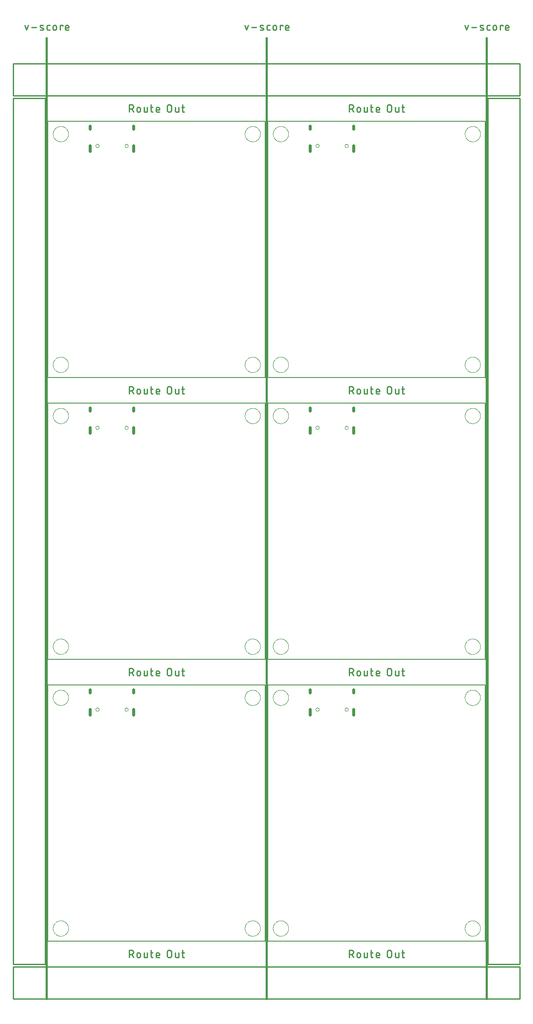
<source format=gko>
G04 EAGLE Gerber RS-274X export*
G75*
%MOMM*%
%FSLAX34Y34*%
%LPD*%
%IN*%
%IPPOS*%
%AMOC8*
5,1,8,0,0,1.08239X$1,22.5*%
G01*
%ADD10C,0.203200*%
%ADD11C,0.279400*%
%ADD12C,0.381000*%
%ADD13C,0.254000*%
%ADD14C,0.000000*%
%ADD15C,0.600000*%


D10*
X0Y0D02*
X0Y508000D01*
X431800Y508000D01*
X431800Y0D01*
X0Y0D01*
D11*
X161404Y-17907D02*
X161404Y-32893D01*
X161404Y-17907D02*
X165567Y-17907D01*
X165695Y-17909D01*
X165823Y-17915D01*
X165951Y-17925D01*
X166079Y-17939D01*
X166206Y-17956D01*
X166332Y-17978D01*
X166458Y-18003D01*
X166582Y-18033D01*
X166706Y-18066D01*
X166829Y-18103D01*
X166951Y-18144D01*
X167071Y-18188D01*
X167190Y-18236D01*
X167307Y-18288D01*
X167423Y-18343D01*
X167536Y-18402D01*
X167649Y-18465D01*
X167759Y-18531D01*
X167866Y-18600D01*
X167972Y-18672D01*
X168076Y-18748D01*
X168177Y-18827D01*
X168276Y-18909D01*
X168372Y-18994D01*
X168465Y-19081D01*
X168556Y-19172D01*
X168643Y-19265D01*
X168728Y-19361D01*
X168810Y-19460D01*
X168889Y-19561D01*
X168965Y-19665D01*
X169037Y-19771D01*
X169106Y-19878D01*
X169172Y-19989D01*
X169235Y-20101D01*
X169294Y-20214D01*
X169349Y-20330D01*
X169401Y-20447D01*
X169449Y-20566D01*
X169493Y-20686D01*
X169534Y-20808D01*
X169571Y-20931D01*
X169604Y-21055D01*
X169634Y-21179D01*
X169659Y-21305D01*
X169681Y-21431D01*
X169698Y-21558D01*
X169712Y-21686D01*
X169722Y-21814D01*
X169728Y-21942D01*
X169730Y-22070D01*
X169728Y-22198D01*
X169722Y-22326D01*
X169712Y-22454D01*
X169698Y-22582D01*
X169681Y-22709D01*
X169659Y-22835D01*
X169634Y-22961D01*
X169604Y-23085D01*
X169571Y-23209D01*
X169534Y-23332D01*
X169493Y-23454D01*
X169449Y-23574D01*
X169401Y-23693D01*
X169349Y-23810D01*
X169294Y-23926D01*
X169235Y-24039D01*
X169172Y-24152D01*
X169106Y-24262D01*
X169037Y-24369D01*
X168965Y-24475D01*
X168889Y-24579D01*
X168810Y-24680D01*
X168728Y-24779D01*
X168643Y-24875D01*
X168556Y-24968D01*
X168465Y-25059D01*
X168372Y-25146D01*
X168276Y-25231D01*
X168177Y-25313D01*
X168076Y-25392D01*
X167972Y-25468D01*
X167866Y-25540D01*
X167759Y-25609D01*
X167649Y-25675D01*
X167536Y-25738D01*
X167423Y-25797D01*
X167307Y-25852D01*
X167190Y-25904D01*
X167071Y-25952D01*
X166951Y-25996D01*
X166829Y-26037D01*
X166706Y-26074D01*
X166582Y-26107D01*
X166458Y-26137D01*
X166332Y-26162D01*
X166206Y-26184D01*
X166079Y-26201D01*
X165951Y-26215D01*
X165823Y-26225D01*
X165695Y-26231D01*
X165567Y-26233D01*
X161404Y-26233D01*
X166399Y-26233D02*
X169729Y-32893D01*
X176688Y-29563D02*
X176688Y-26233D01*
X176690Y-26119D01*
X176696Y-26006D01*
X176705Y-25892D01*
X176719Y-25780D01*
X176736Y-25667D01*
X176758Y-25555D01*
X176783Y-25445D01*
X176811Y-25335D01*
X176844Y-25226D01*
X176880Y-25118D01*
X176920Y-25011D01*
X176964Y-24906D01*
X177011Y-24803D01*
X177061Y-24701D01*
X177115Y-24601D01*
X177173Y-24503D01*
X177234Y-24407D01*
X177297Y-24313D01*
X177365Y-24221D01*
X177435Y-24131D01*
X177508Y-24045D01*
X177584Y-23960D01*
X177663Y-23878D01*
X177745Y-23799D01*
X177830Y-23723D01*
X177916Y-23650D01*
X178006Y-23580D01*
X178098Y-23512D01*
X178192Y-23449D01*
X178288Y-23388D01*
X178386Y-23330D01*
X178486Y-23276D01*
X178588Y-23226D01*
X178691Y-23179D01*
X178796Y-23135D01*
X178903Y-23095D01*
X179011Y-23059D01*
X179120Y-23026D01*
X179230Y-22998D01*
X179340Y-22973D01*
X179452Y-22951D01*
X179565Y-22934D01*
X179677Y-22920D01*
X179791Y-22911D01*
X179904Y-22905D01*
X180018Y-22903D01*
X180132Y-22905D01*
X180245Y-22911D01*
X180359Y-22920D01*
X180471Y-22934D01*
X180584Y-22951D01*
X180696Y-22973D01*
X180806Y-22998D01*
X180916Y-23026D01*
X181025Y-23059D01*
X181133Y-23095D01*
X181240Y-23135D01*
X181345Y-23179D01*
X181448Y-23226D01*
X181550Y-23276D01*
X181650Y-23330D01*
X181748Y-23388D01*
X181844Y-23449D01*
X181938Y-23512D01*
X182030Y-23580D01*
X182120Y-23650D01*
X182206Y-23723D01*
X182291Y-23799D01*
X182373Y-23878D01*
X182452Y-23960D01*
X182528Y-24045D01*
X182601Y-24131D01*
X182671Y-24221D01*
X182739Y-24313D01*
X182802Y-24407D01*
X182863Y-24503D01*
X182921Y-24601D01*
X182975Y-24701D01*
X183025Y-24803D01*
X183072Y-24906D01*
X183116Y-25011D01*
X183156Y-25118D01*
X183192Y-25226D01*
X183225Y-25335D01*
X183253Y-25445D01*
X183278Y-25555D01*
X183300Y-25667D01*
X183317Y-25780D01*
X183331Y-25892D01*
X183340Y-26006D01*
X183346Y-26119D01*
X183348Y-26233D01*
X183348Y-29563D01*
X183346Y-29677D01*
X183340Y-29790D01*
X183331Y-29904D01*
X183317Y-30016D01*
X183300Y-30129D01*
X183278Y-30241D01*
X183253Y-30351D01*
X183225Y-30461D01*
X183192Y-30570D01*
X183156Y-30678D01*
X183116Y-30785D01*
X183072Y-30890D01*
X183025Y-30993D01*
X182975Y-31095D01*
X182921Y-31195D01*
X182863Y-31293D01*
X182802Y-31389D01*
X182739Y-31483D01*
X182671Y-31575D01*
X182601Y-31665D01*
X182528Y-31751D01*
X182452Y-31836D01*
X182373Y-31918D01*
X182291Y-31997D01*
X182206Y-32073D01*
X182120Y-32146D01*
X182030Y-32216D01*
X181938Y-32284D01*
X181844Y-32347D01*
X181748Y-32408D01*
X181650Y-32466D01*
X181550Y-32520D01*
X181448Y-32570D01*
X181345Y-32617D01*
X181240Y-32661D01*
X181133Y-32701D01*
X181025Y-32737D01*
X180916Y-32770D01*
X180806Y-32798D01*
X180696Y-32823D01*
X180584Y-32845D01*
X180471Y-32862D01*
X180359Y-32876D01*
X180245Y-32885D01*
X180132Y-32891D01*
X180018Y-32893D01*
X179904Y-32891D01*
X179791Y-32885D01*
X179677Y-32876D01*
X179565Y-32862D01*
X179452Y-32845D01*
X179340Y-32823D01*
X179230Y-32798D01*
X179120Y-32770D01*
X179011Y-32737D01*
X178903Y-32701D01*
X178796Y-32661D01*
X178691Y-32617D01*
X178588Y-32570D01*
X178486Y-32520D01*
X178386Y-32466D01*
X178288Y-32408D01*
X178192Y-32347D01*
X178098Y-32284D01*
X178006Y-32216D01*
X177916Y-32146D01*
X177830Y-32073D01*
X177745Y-31997D01*
X177663Y-31918D01*
X177584Y-31836D01*
X177508Y-31751D01*
X177435Y-31665D01*
X177365Y-31575D01*
X177297Y-31483D01*
X177234Y-31389D01*
X177173Y-31293D01*
X177115Y-31195D01*
X177061Y-31095D01*
X177011Y-30993D01*
X176964Y-30890D01*
X176920Y-30785D01*
X176880Y-30678D01*
X176844Y-30570D01*
X176811Y-30461D01*
X176783Y-30351D01*
X176758Y-30241D01*
X176736Y-30129D01*
X176719Y-30016D01*
X176705Y-29904D01*
X176696Y-29790D01*
X176690Y-29677D01*
X176688Y-29563D01*
X190756Y-30395D02*
X190756Y-22902D01*
X190755Y-30395D02*
X190757Y-30493D01*
X190763Y-30591D01*
X190772Y-30689D01*
X190786Y-30786D01*
X190803Y-30882D01*
X190824Y-30978D01*
X190849Y-31073D01*
X190877Y-31167D01*
X190909Y-31260D01*
X190945Y-31351D01*
X190984Y-31441D01*
X191027Y-31529D01*
X191074Y-31616D01*
X191123Y-31700D01*
X191176Y-31783D01*
X191232Y-31863D01*
X191291Y-31942D01*
X191354Y-32017D01*
X191419Y-32091D01*
X191487Y-32161D01*
X191557Y-32229D01*
X191631Y-32295D01*
X191707Y-32357D01*
X191785Y-32416D01*
X191865Y-32472D01*
X191948Y-32525D01*
X192032Y-32575D01*
X192119Y-32621D01*
X192207Y-32664D01*
X192297Y-32703D01*
X192388Y-32739D01*
X192481Y-32771D01*
X192575Y-32799D01*
X192670Y-32824D01*
X192766Y-32845D01*
X192862Y-32862D01*
X192959Y-32876D01*
X193057Y-32885D01*
X193155Y-32891D01*
X193253Y-32893D01*
X197416Y-32893D01*
X197416Y-22902D01*
X203397Y-22902D02*
X208392Y-22902D01*
X205062Y-17907D02*
X205062Y-30395D01*
X205064Y-30493D01*
X205070Y-30591D01*
X205079Y-30689D01*
X205093Y-30786D01*
X205110Y-30882D01*
X205131Y-30978D01*
X205156Y-31073D01*
X205184Y-31167D01*
X205216Y-31260D01*
X205252Y-31351D01*
X205291Y-31441D01*
X205334Y-31529D01*
X205381Y-31616D01*
X205430Y-31700D01*
X205483Y-31783D01*
X205539Y-31863D01*
X205598Y-31942D01*
X205661Y-32017D01*
X205726Y-32091D01*
X205794Y-32161D01*
X205864Y-32229D01*
X205938Y-32295D01*
X206014Y-32357D01*
X206092Y-32416D01*
X206172Y-32472D01*
X206255Y-32525D01*
X206339Y-32575D01*
X206426Y-32621D01*
X206514Y-32664D01*
X206604Y-32703D01*
X206695Y-32739D01*
X206788Y-32771D01*
X206882Y-32799D01*
X206977Y-32824D01*
X207073Y-32845D01*
X207169Y-32862D01*
X207266Y-32876D01*
X207364Y-32885D01*
X207462Y-32891D01*
X207560Y-32893D01*
X208392Y-32893D01*
X217221Y-32893D02*
X221384Y-32893D01*
X217221Y-32893D02*
X217123Y-32891D01*
X217025Y-32885D01*
X216927Y-32876D01*
X216830Y-32862D01*
X216734Y-32845D01*
X216638Y-32824D01*
X216543Y-32799D01*
X216449Y-32771D01*
X216356Y-32739D01*
X216265Y-32703D01*
X216175Y-32664D01*
X216087Y-32621D01*
X216000Y-32574D01*
X215916Y-32525D01*
X215833Y-32472D01*
X215753Y-32416D01*
X215675Y-32357D01*
X215599Y-32295D01*
X215525Y-32229D01*
X215455Y-32161D01*
X215387Y-32091D01*
X215322Y-32017D01*
X215259Y-31942D01*
X215200Y-31863D01*
X215144Y-31783D01*
X215091Y-31700D01*
X215042Y-31616D01*
X214995Y-31529D01*
X214952Y-31441D01*
X214913Y-31351D01*
X214877Y-31260D01*
X214845Y-31167D01*
X214817Y-31073D01*
X214792Y-30978D01*
X214771Y-30882D01*
X214754Y-30786D01*
X214740Y-30689D01*
X214731Y-30591D01*
X214725Y-30493D01*
X214723Y-30395D01*
X214724Y-30395D02*
X214724Y-26233D01*
X214726Y-26119D01*
X214732Y-26006D01*
X214741Y-25892D01*
X214755Y-25780D01*
X214772Y-25667D01*
X214794Y-25555D01*
X214819Y-25445D01*
X214847Y-25335D01*
X214880Y-25226D01*
X214916Y-25118D01*
X214956Y-25011D01*
X215000Y-24906D01*
X215047Y-24803D01*
X215097Y-24701D01*
X215151Y-24601D01*
X215209Y-24503D01*
X215270Y-24407D01*
X215333Y-24313D01*
X215401Y-24221D01*
X215471Y-24131D01*
X215544Y-24045D01*
X215620Y-23960D01*
X215699Y-23878D01*
X215781Y-23799D01*
X215866Y-23723D01*
X215952Y-23650D01*
X216042Y-23580D01*
X216134Y-23512D01*
X216228Y-23449D01*
X216324Y-23388D01*
X216422Y-23330D01*
X216522Y-23276D01*
X216624Y-23226D01*
X216727Y-23179D01*
X216832Y-23135D01*
X216939Y-23095D01*
X217047Y-23059D01*
X217156Y-23026D01*
X217266Y-22998D01*
X217376Y-22973D01*
X217488Y-22951D01*
X217601Y-22934D01*
X217713Y-22920D01*
X217827Y-22911D01*
X217940Y-22905D01*
X218054Y-22903D01*
X218168Y-22905D01*
X218281Y-22911D01*
X218395Y-22920D01*
X218507Y-22934D01*
X218620Y-22951D01*
X218732Y-22973D01*
X218842Y-22998D01*
X218952Y-23026D01*
X219061Y-23059D01*
X219169Y-23095D01*
X219276Y-23135D01*
X219381Y-23179D01*
X219484Y-23226D01*
X219586Y-23276D01*
X219686Y-23330D01*
X219784Y-23388D01*
X219880Y-23449D01*
X219974Y-23512D01*
X220066Y-23580D01*
X220156Y-23650D01*
X220242Y-23723D01*
X220327Y-23799D01*
X220409Y-23878D01*
X220488Y-23960D01*
X220564Y-24045D01*
X220637Y-24131D01*
X220707Y-24221D01*
X220775Y-24313D01*
X220838Y-24407D01*
X220899Y-24503D01*
X220957Y-24601D01*
X221011Y-24701D01*
X221061Y-24803D01*
X221108Y-24906D01*
X221152Y-25011D01*
X221192Y-25118D01*
X221228Y-25226D01*
X221261Y-25335D01*
X221289Y-25445D01*
X221314Y-25555D01*
X221336Y-25667D01*
X221353Y-25780D01*
X221367Y-25892D01*
X221376Y-26006D01*
X221382Y-26119D01*
X221384Y-26233D01*
X221384Y-27898D01*
X214724Y-27898D01*
X236817Y-28730D02*
X236817Y-22070D01*
X236819Y-21942D01*
X236825Y-21814D01*
X236835Y-21686D01*
X236849Y-21558D01*
X236866Y-21431D01*
X236888Y-21305D01*
X236913Y-21179D01*
X236943Y-21055D01*
X236976Y-20931D01*
X237013Y-20808D01*
X237054Y-20686D01*
X237098Y-20566D01*
X237146Y-20447D01*
X237198Y-20330D01*
X237253Y-20214D01*
X237312Y-20101D01*
X237375Y-19988D01*
X237441Y-19878D01*
X237510Y-19771D01*
X237582Y-19665D01*
X237658Y-19561D01*
X237737Y-19460D01*
X237819Y-19361D01*
X237904Y-19265D01*
X237991Y-19172D01*
X238082Y-19081D01*
X238175Y-18994D01*
X238271Y-18909D01*
X238370Y-18827D01*
X238471Y-18748D01*
X238575Y-18672D01*
X238681Y-18600D01*
X238788Y-18531D01*
X238899Y-18465D01*
X239011Y-18402D01*
X239124Y-18343D01*
X239240Y-18288D01*
X239357Y-18236D01*
X239476Y-18188D01*
X239596Y-18144D01*
X239718Y-18103D01*
X239841Y-18066D01*
X239965Y-18033D01*
X240089Y-18003D01*
X240215Y-17978D01*
X240341Y-17956D01*
X240468Y-17939D01*
X240596Y-17925D01*
X240724Y-17915D01*
X240852Y-17909D01*
X240980Y-17907D01*
X241108Y-17909D01*
X241236Y-17915D01*
X241364Y-17925D01*
X241492Y-17939D01*
X241619Y-17956D01*
X241745Y-17978D01*
X241871Y-18003D01*
X241995Y-18033D01*
X242119Y-18066D01*
X242242Y-18103D01*
X242364Y-18144D01*
X242484Y-18188D01*
X242603Y-18236D01*
X242720Y-18288D01*
X242836Y-18343D01*
X242949Y-18402D01*
X243062Y-18465D01*
X243172Y-18531D01*
X243279Y-18600D01*
X243385Y-18672D01*
X243489Y-18748D01*
X243590Y-18827D01*
X243689Y-18909D01*
X243785Y-18994D01*
X243878Y-19081D01*
X243969Y-19172D01*
X244056Y-19265D01*
X244141Y-19361D01*
X244223Y-19460D01*
X244302Y-19561D01*
X244378Y-19665D01*
X244450Y-19771D01*
X244519Y-19878D01*
X244585Y-19989D01*
X244648Y-20101D01*
X244707Y-20214D01*
X244762Y-20330D01*
X244814Y-20447D01*
X244862Y-20566D01*
X244906Y-20686D01*
X244947Y-20808D01*
X244984Y-20931D01*
X245017Y-21055D01*
X245047Y-21179D01*
X245072Y-21305D01*
X245094Y-21431D01*
X245111Y-21558D01*
X245125Y-21686D01*
X245135Y-21814D01*
X245141Y-21942D01*
X245143Y-22070D01*
X245142Y-22070D02*
X245142Y-28730D01*
X245143Y-28730D02*
X245141Y-28858D01*
X245135Y-28986D01*
X245125Y-29114D01*
X245111Y-29242D01*
X245094Y-29369D01*
X245072Y-29495D01*
X245047Y-29621D01*
X245017Y-29745D01*
X244984Y-29869D01*
X244947Y-29992D01*
X244906Y-30114D01*
X244862Y-30234D01*
X244814Y-30353D01*
X244762Y-30470D01*
X244707Y-30586D01*
X244648Y-30699D01*
X244585Y-30812D01*
X244519Y-30922D01*
X244450Y-31029D01*
X244378Y-31135D01*
X244302Y-31239D01*
X244223Y-31340D01*
X244141Y-31439D01*
X244056Y-31535D01*
X243969Y-31628D01*
X243878Y-31719D01*
X243785Y-31806D01*
X243689Y-31891D01*
X243590Y-31973D01*
X243489Y-32052D01*
X243385Y-32128D01*
X243279Y-32200D01*
X243172Y-32269D01*
X243061Y-32335D01*
X242949Y-32398D01*
X242836Y-32457D01*
X242720Y-32512D01*
X242603Y-32564D01*
X242484Y-32612D01*
X242364Y-32656D01*
X242242Y-32697D01*
X242119Y-32734D01*
X241995Y-32767D01*
X241871Y-32797D01*
X241745Y-32822D01*
X241619Y-32844D01*
X241492Y-32861D01*
X241364Y-32875D01*
X241236Y-32885D01*
X241108Y-32891D01*
X240980Y-32893D01*
X240852Y-32891D01*
X240724Y-32885D01*
X240596Y-32875D01*
X240468Y-32861D01*
X240341Y-32844D01*
X240215Y-32822D01*
X240089Y-32797D01*
X239965Y-32767D01*
X239841Y-32734D01*
X239718Y-32697D01*
X239596Y-32656D01*
X239476Y-32612D01*
X239357Y-32564D01*
X239240Y-32512D01*
X239124Y-32457D01*
X239011Y-32398D01*
X238899Y-32335D01*
X238788Y-32269D01*
X238681Y-32200D01*
X238575Y-32128D01*
X238471Y-32052D01*
X238370Y-31973D01*
X238271Y-31891D01*
X238175Y-31806D01*
X238082Y-31719D01*
X237991Y-31628D01*
X237904Y-31535D01*
X237819Y-31439D01*
X237737Y-31340D01*
X237658Y-31239D01*
X237582Y-31135D01*
X237510Y-31029D01*
X237441Y-30922D01*
X237375Y-30811D01*
X237312Y-30699D01*
X237253Y-30586D01*
X237198Y-30470D01*
X237146Y-30353D01*
X237098Y-30234D01*
X237054Y-30114D01*
X237013Y-29992D01*
X236976Y-29869D01*
X236943Y-29745D01*
X236913Y-29621D01*
X236888Y-29495D01*
X236866Y-29369D01*
X236849Y-29242D01*
X236835Y-29114D01*
X236825Y-28986D01*
X236819Y-28858D01*
X236817Y-28730D01*
X252759Y-30395D02*
X252759Y-22902D01*
X252759Y-30395D02*
X252761Y-30493D01*
X252767Y-30591D01*
X252776Y-30689D01*
X252790Y-30786D01*
X252807Y-30882D01*
X252828Y-30978D01*
X252853Y-31073D01*
X252881Y-31167D01*
X252913Y-31260D01*
X252949Y-31351D01*
X252988Y-31441D01*
X253031Y-31529D01*
X253078Y-31616D01*
X253127Y-31700D01*
X253180Y-31783D01*
X253236Y-31863D01*
X253295Y-31942D01*
X253358Y-32017D01*
X253423Y-32091D01*
X253491Y-32161D01*
X253561Y-32229D01*
X253635Y-32295D01*
X253711Y-32357D01*
X253789Y-32416D01*
X253869Y-32472D01*
X253952Y-32525D01*
X254036Y-32575D01*
X254123Y-32621D01*
X254211Y-32664D01*
X254301Y-32703D01*
X254392Y-32739D01*
X254485Y-32771D01*
X254579Y-32799D01*
X254674Y-32824D01*
X254770Y-32845D01*
X254866Y-32862D01*
X254963Y-32876D01*
X255061Y-32885D01*
X255159Y-32891D01*
X255257Y-32893D01*
X259420Y-32893D01*
X259420Y-22902D01*
X265401Y-22902D02*
X270396Y-22902D01*
X267066Y-17907D02*
X267066Y-30395D01*
X267065Y-30395D02*
X267067Y-30493D01*
X267073Y-30591D01*
X267082Y-30689D01*
X267096Y-30786D01*
X267113Y-30882D01*
X267134Y-30978D01*
X267159Y-31073D01*
X267187Y-31167D01*
X267219Y-31260D01*
X267255Y-31351D01*
X267294Y-31441D01*
X267337Y-31529D01*
X267384Y-31616D01*
X267433Y-31700D01*
X267486Y-31783D01*
X267542Y-31863D01*
X267601Y-31942D01*
X267664Y-32017D01*
X267729Y-32091D01*
X267797Y-32161D01*
X267867Y-32229D01*
X267941Y-32295D01*
X268017Y-32357D01*
X268095Y-32416D01*
X268175Y-32472D01*
X268258Y-32525D01*
X268342Y-32575D01*
X268429Y-32621D01*
X268517Y-32664D01*
X268607Y-32703D01*
X268698Y-32739D01*
X268791Y-32771D01*
X268885Y-32799D01*
X268980Y-32824D01*
X269076Y-32845D01*
X269172Y-32862D01*
X269269Y-32876D01*
X269367Y-32885D01*
X269465Y-32891D01*
X269563Y-32893D01*
X269564Y-32893D02*
X270396Y-32893D01*
D10*
X436880Y0D02*
X436880Y508000D01*
X868680Y508000D01*
X868680Y0D01*
X436880Y0D01*
D11*
X598284Y-17907D02*
X598284Y-32893D01*
X598284Y-17907D02*
X602447Y-17907D01*
X602575Y-17909D01*
X602703Y-17915D01*
X602831Y-17925D01*
X602959Y-17939D01*
X603086Y-17956D01*
X603212Y-17978D01*
X603338Y-18003D01*
X603462Y-18033D01*
X603586Y-18066D01*
X603709Y-18103D01*
X603831Y-18144D01*
X603951Y-18188D01*
X604070Y-18236D01*
X604187Y-18288D01*
X604303Y-18343D01*
X604416Y-18402D01*
X604529Y-18465D01*
X604639Y-18531D01*
X604746Y-18600D01*
X604852Y-18672D01*
X604956Y-18748D01*
X605057Y-18827D01*
X605156Y-18909D01*
X605252Y-18994D01*
X605345Y-19081D01*
X605436Y-19172D01*
X605523Y-19265D01*
X605608Y-19361D01*
X605690Y-19460D01*
X605769Y-19561D01*
X605845Y-19665D01*
X605917Y-19771D01*
X605986Y-19878D01*
X606052Y-19989D01*
X606115Y-20101D01*
X606174Y-20214D01*
X606229Y-20330D01*
X606281Y-20447D01*
X606329Y-20566D01*
X606373Y-20686D01*
X606414Y-20808D01*
X606451Y-20931D01*
X606484Y-21055D01*
X606514Y-21179D01*
X606539Y-21305D01*
X606561Y-21431D01*
X606578Y-21558D01*
X606592Y-21686D01*
X606602Y-21814D01*
X606608Y-21942D01*
X606610Y-22070D01*
X606608Y-22198D01*
X606602Y-22326D01*
X606592Y-22454D01*
X606578Y-22582D01*
X606561Y-22709D01*
X606539Y-22835D01*
X606514Y-22961D01*
X606484Y-23085D01*
X606451Y-23209D01*
X606414Y-23332D01*
X606373Y-23454D01*
X606329Y-23574D01*
X606281Y-23693D01*
X606229Y-23810D01*
X606174Y-23926D01*
X606115Y-24039D01*
X606052Y-24152D01*
X605986Y-24262D01*
X605917Y-24369D01*
X605845Y-24475D01*
X605769Y-24579D01*
X605690Y-24680D01*
X605608Y-24779D01*
X605523Y-24875D01*
X605436Y-24968D01*
X605345Y-25059D01*
X605252Y-25146D01*
X605156Y-25231D01*
X605057Y-25313D01*
X604956Y-25392D01*
X604852Y-25468D01*
X604746Y-25540D01*
X604639Y-25609D01*
X604529Y-25675D01*
X604416Y-25738D01*
X604303Y-25797D01*
X604187Y-25852D01*
X604070Y-25904D01*
X603951Y-25952D01*
X603831Y-25996D01*
X603709Y-26037D01*
X603586Y-26074D01*
X603462Y-26107D01*
X603338Y-26137D01*
X603212Y-26162D01*
X603086Y-26184D01*
X602959Y-26201D01*
X602831Y-26215D01*
X602703Y-26225D01*
X602575Y-26231D01*
X602447Y-26233D01*
X598284Y-26233D01*
X603279Y-26233D02*
X606609Y-32893D01*
X613568Y-29563D02*
X613568Y-26233D01*
X613570Y-26119D01*
X613576Y-26006D01*
X613585Y-25892D01*
X613599Y-25780D01*
X613616Y-25667D01*
X613638Y-25555D01*
X613663Y-25445D01*
X613691Y-25335D01*
X613724Y-25226D01*
X613760Y-25118D01*
X613800Y-25011D01*
X613844Y-24906D01*
X613891Y-24803D01*
X613941Y-24701D01*
X613995Y-24601D01*
X614053Y-24503D01*
X614114Y-24407D01*
X614177Y-24313D01*
X614245Y-24221D01*
X614315Y-24131D01*
X614388Y-24045D01*
X614464Y-23960D01*
X614543Y-23878D01*
X614625Y-23799D01*
X614710Y-23723D01*
X614796Y-23650D01*
X614886Y-23580D01*
X614978Y-23512D01*
X615072Y-23449D01*
X615168Y-23388D01*
X615266Y-23330D01*
X615366Y-23276D01*
X615468Y-23226D01*
X615571Y-23179D01*
X615676Y-23135D01*
X615783Y-23095D01*
X615891Y-23059D01*
X616000Y-23026D01*
X616110Y-22998D01*
X616220Y-22973D01*
X616332Y-22951D01*
X616445Y-22934D01*
X616557Y-22920D01*
X616671Y-22911D01*
X616784Y-22905D01*
X616898Y-22903D01*
X617012Y-22905D01*
X617125Y-22911D01*
X617239Y-22920D01*
X617351Y-22934D01*
X617464Y-22951D01*
X617576Y-22973D01*
X617686Y-22998D01*
X617796Y-23026D01*
X617905Y-23059D01*
X618013Y-23095D01*
X618120Y-23135D01*
X618225Y-23179D01*
X618328Y-23226D01*
X618430Y-23276D01*
X618530Y-23330D01*
X618628Y-23388D01*
X618724Y-23449D01*
X618818Y-23512D01*
X618910Y-23580D01*
X619000Y-23650D01*
X619086Y-23723D01*
X619171Y-23799D01*
X619253Y-23878D01*
X619332Y-23960D01*
X619408Y-24045D01*
X619481Y-24131D01*
X619551Y-24221D01*
X619619Y-24313D01*
X619682Y-24407D01*
X619743Y-24503D01*
X619801Y-24601D01*
X619855Y-24701D01*
X619905Y-24803D01*
X619952Y-24906D01*
X619996Y-25011D01*
X620036Y-25118D01*
X620072Y-25226D01*
X620105Y-25335D01*
X620133Y-25445D01*
X620158Y-25555D01*
X620180Y-25667D01*
X620197Y-25780D01*
X620211Y-25892D01*
X620220Y-26006D01*
X620226Y-26119D01*
X620228Y-26233D01*
X620228Y-29563D01*
X620226Y-29677D01*
X620220Y-29790D01*
X620211Y-29904D01*
X620197Y-30016D01*
X620180Y-30129D01*
X620158Y-30241D01*
X620133Y-30351D01*
X620105Y-30461D01*
X620072Y-30570D01*
X620036Y-30678D01*
X619996Y-30785D01*
X619952Y-30890D01*
X619905Y-30993D01*
X619855Y-31095D01*
X619801Y-31195D01*
X619743Y-31293D01*
X619682Y-31389D01*
X619619Y-31483D01*
X619551Y-31575D01*
X619481Y-31665D01*
X619408Y-31751D01*
X619332Y-31836D01*
X619253Y-31918D01*
X619171Y-31997D01*
X619086Y-32073D01*
X619000Y-32146D01*
X618910Y-32216D01*
X618818Y-32284D01*
X618724Y-32347D01*
X618628Y-32408D01*
X618530Y-32466D01*
X618430Y-32520D01*
X618328Y-32570D01*
X618225Y-32617D01*
X618120Y-32661D01*
X618013Y-32701D01*
X617905Y-32737D01*
X617796Y-32770D01*
X617686Y-32798D01*
X617576Y-32823D01*
X617464Y-32845D01*
X617351Y-32862D01*
X617239Y-32876D01*
X617125Y-32885D01*
X617012Y-32891D01*
X616898Y-32893D01*
X616784Y-32891D01*
X616671Y-32885D01*
X616557Y-32876D01*
X616445Y-32862D01*
X616332Y-32845D01*
X616220Y-32823D01*
X616110Y-32798D01*
X616000Y-32770D01*
X615891Y-32737D01*
X615783Y-32701D01*
X615676Y-32661D01*
X615571Y-32617D01*
X615468Y-32570D01*
X615366Y-32520D01*
X615266Y-32466D01*
X615168Y-32408D01*
X615072Y-32347D01*
X614978Y-32284D01*
X614886Y-32216D01*
X614796Y-32146D01*
X614710Y-32073D01*
X614625Y-31997D01*
X614543Y-31918D01*
X614464Y-31836D01*
X614388Y-31751D01*
X614315Y-31665D01*
X614245Y-31575D01*
X614177Y-31483D01*
X614114Y-31389D01*
X614053Y-31293D01*
X613995Y-31195D01*
X613941Y-31095D01*
X613891Y-30993D01*
X613844Y-30890D01*
X613800Y-30785D01*
X613760Y-30678D01*
X613724Y-30570D01*
X613691Y-30461D01*
X613663Y-30351D01*
X613638Y-30241D01*
X613616Y-30129D01*
X613599Y-30016D01*
X613585Y-29904D01*
X613576Y-29790D01*
X613570Y-29677D01*
X613568Y-29563D01*
X627636Y-30395D02*
X627636Y-22902D01*
X627635Y-30395D02*
X627637Y-30493D01*
X627643Y-30591D01*
X627652Y-30689D01*
X627666Y-30786D01*
X627683Y-30882D01*
X627704Y-30978D01*
X627729Y-31073D01*
X627757Y-31167D01*
X627789Y-31260D01*
X627825Y-31351D01*
X627864Y-31441D01*
X627907Y-31529D01*
X627954Y-31616D01*
X628003Y-31700D01*
X628056Y-31783D01*
X628112Y-31863D01*
X628171Y-31942D01*
X628234Y-32017D01*
X628299Y-32091D01*
X628367Y-32161D01*
X628437Y-32229D01*
X628511Y-32295D01*
X628587Y-32357D01*
X628665Y-32416D01*
X628745Y-32472D01*
X628828Y-32525D01*
X628912Y-32575D01*
X628999Y-32621D01*
X629087Y-32664D01*
X629177Y-32703D01*
X629268Y-32739D01*
X629361Y-32771D01*
X629455Y-32799D01*
X629550Y-32824D01*
X629646Y-32845D01*
X629742Y-32862D01*
X629839Y-32876D01*
X629937Y-32885D01*
X630035Y-32891D01*
X630133Y-32893D01*
X634296Y-32893D01*
X634296Y-22902D01*
X640277Y-22902D02*
X645272Y-22902D01*
X641942Y-17907D02*
X641942Y-30395D01*
X641944Y-30493D01*
X641950Y-30591D01*
X641959Y-30689D01*
X641973Y-30786D01*
X641990Y-30882D01*
X642011Y-30978D01*
X642036Y-31073D01*
X642064Y-31167D01*
X642096Y-31260D01*
X642132Y-31351D01*
X642171Y-31441D01*
X642214Y-31529D01*
X642261Y-31616D01*
X642310Y-31700D01*
X642363Y-31783D01*
X642419Y-31863D01*
X642478Y-31942D01*
X642541Y-32017D01*
X642606Y-32091D01*
X642674Y-32161D01*
X642744Y-32229D01*
X642818Y-32295D01*
X642894Y-32357D01*
X642972Y-32416D01*
X643052Y-32472D01*
X643135Y-32525D01*
X643219Y-32575D01*
X643306Y-32621D01*
X643394Y-32664D01*
X643484Y-32703D01*
X643575Y-32739D01*
X643668Y-32771D01*
X643762Y-32799D01*
X643857Y-32824D01*
X643953Y-32845D01*
X644049Y-32862D01*
X644146Y-32876D01*
X644244Y-32885D01*
X644342Y-32891D01*
X644440Y-32893D01*
X645272Y-32893D01*
X654101Y-32893D02*
X658264Y-32893D01*
X654101Y-32893D02*
X654003Y-32891D01*
X653905Y-32885D01*
X653807Y-32876D01*
X653710Y-32862D01*
X653614Y-32845D01*
X653518Y-32824D01*
X653423Y-32799D01*
X653329Y-32771D01*
X653236Y-32739D01*
X653145Y-32703D01*
X653055Y-32664D01*
X652967Y-32621D01*
X652880Y-32574D01*
X652796Y-32525D01*
X652713Y-32472D01*
X652633Y-32416D01*
X652555Y-32357D01*
X652479Y-32295D01*
X652405Y-32229D01*
X652335Y-32161D01*
X652267Y-32091D01*
X652202Y-32017D01*
X652139Y-31942D01*
X652080Y-31863D01*
X652024Y-31783D01*
X651971Y-31700D01*
X651922Y-31616D01*
X651875Y-31529D01*
X651832Y-31441D01*
X651793Y-31351D01*
X651757Y-31260D01*
X651725Y-31167D01*
X651697Y-31073D01*
X651672Y-30978D01*
X651651Y-30882D01*
X651634Y-30786D01*
X651620Y-30689D01*
X651611Y-30591D01*
X651605Y-30493D01*
X651603Y-30395D01*
X651604Y-30395D02*
X651604Y-26233D01*
X651606Y-26119D01*
X651612Y-26006D01*
X651621Y-25892D01*
X651635Y-25780D01*
X651652Y-25667D01*
X651674Y-25555D01*
X651699Y-25445D01*
X651727Y-25335D01*
X651760Y-25226D01*
X651796Y-25118D01*
X651836Y-25011D01*
X651880Y-24906D01*
X651927Y-24803D01*
X651977Y-24701D01*
X652031Y-24601D01*
X652089Y-24503D01*
X652150Y-24407D01*
X652213Y-24313D01*
X652281Y-24221D01*
X652351Y-24131D01*
X652424Y-24045D01*
X652500Y-23960D01*
X652579Y-23878D01*
X652661Y-23799D01*
X652746Y-23723D01*
X652832Y-23650D01*
X652922Y-23580D01*
X653014Y-23512D01*
X653108Y-23449D01*
X653204Y-23388D01*
X653302Y-23330D01*
X653402Y-23276D01*
X653504Y-23226D01*
X653607Y-23179D01*
X653712Y-23135D01*
X653819Y-23095D01*
X653927Y-23059D01*
X654036Y-23026D01*
X654146Y-22998D01*
X654256Y-22973D01*
X654368Y-22951D01*
X654481Y-22934D01*
X654593Y-22920D01*
X654707Y-22911D01*
X654820Y-22905D01*
X654934Y-22903D01*
X655048Y-22905D01*
X655161Y-22911D01*
X655275Y-22920D01*
X655387Y-22934D01*
X655500Y-22951D01*
X655612Y-22973D01*
X655722Y-22998D01*
X655832Y-23026D01*
X655941Y-23059D01*
X656049Y-23095D01*
X656156Y-23135D01*
X656261Y-23179D01*
X656364Y-23226D01*
X656466Y-23276D01*
X656566Y-23330D01*
X656664Y-23388D01*
X656760Y-23449D01*
X656854Y-23512D01*
X656946Y-23580D01*
X657036Y-23650D01*
X657122Y-23723D01*
X657207Y-23799D01*
X657289Y-23878D01*
X657368Y-23960D01*
X657444Y-24045D01*
X657517Y-24131D01*
X657587Y-24221D01*
X657655Y-24313D01*
X657718Y-24407D01*
X657779Y-24503D01*
X657837Y-24601D01*
X657891Y-24701D01*
X657941Y-24803D01*
X657988Y-24906D01*
X658032Y-25011D01*
X658072Y-25118D01*
X658108Y-25226D01*
X658141Y-25335D01*
X658169Y-25445D01*
X658194Y-25555D01*
X658216Y-25667D01*
X658233Y-25780D01*
X658247Y-25892D01*
X658256Y-26006D01*
X658262Y-26119D01*
X658264Y-26233D01*
X658264Y-27898D01*
X651604Y-27898D01*
X673697Y-28730D02*
X673697Y-22070D01*
X673699Y-21942D01*
X673705Y-21814D01*
X673715Y-21686D01*
X673729Y-21558D01*
X673746Y-21431D01*
X673768Y-21305D01*
X673793Y-21179D01*
X673823Y-21055D01*
X673856Y-20931D01*
X673893Y-20808D01*
X673934Y-20686D01*
X673978Y-20566D01*
X674026Y-20447D01*
X674078Y-20330D01*
X674133Y-20214D01*
X674192Y-20101D01*
X674255Y-19988D01*
X674321Y-19878D01*
X674390Y-19771D01*
X674462Y-19665D01*
X674538Y-19561D01*
X674617Y-19460D01*
X674699Y-19361D01*
X674784Y-19265D01*
X674871Y-19172D01*
X674962Y-19081D01*
X675055Y-18994D01*
X675151Y-18909D01*
X675250Y-18827D01*
X675351Y-18748D01*
X675455Y-18672D01*
X675561Y-18600D01*
X675668Y-18531D01*
X675779Y-18465D01*
X675891Y-18402D01*
X676004Y-18343D01*
X676120Y-18288D01*
X676237Y-18236D01*
X676356Y-18188D01*
X676476Y-18144D01*
X676598Y-18103D01*
X676721Y-18066D01*
X676845Y-18033D01*
X676969Y-18003D01*
X677095Y-17978D01*
X677221Y-17956D01*
X677348Y-17939D01*
X677476Y-17925D01*
X677604Y-17915D01*
X677732Y-17909D01*
X677860Y-17907D01*
X677988Y-17909D01*
X678116Y-17915D01*
X678244Y-17925D01*
X678372Y-17939D01*
X678499Y-17956D01*
X678625Y-17978D01*
X678751Y-18003D01*
X678875Y-18033D01*
X678999Y-18066D01*
X679122Y-18103D01*
X679244Y-18144D01*
X679364Y-18188D01*
X679483Y-18236D01*
X679600Y-18288D01*
X679716Y-18343D01*
X679829Y-18402D01*
X679942Y-18465D01*
X680052Y-18531D01*
X680159Y-18600D01*
X680265Y-18672D01*
X680369Y-18748D01*
X680470Y-18827D01*
X680569Y-18909D01*
X680665Y-18994D01*
X680758Y-19081D01*
X680849Y-19172D01*
X680936Y-19265D01*
X681021Y-19361D01*
X681103Y-19460D01*
X681182Y-19561D01*
X681258Y-19665D01*
X681330Y-19771D01*
X681399Y-19878D01*
X681465Y-19989D01*
X681528Y-20101D01*
X681587Y-20214D01*
X681642Y-20330D01*
X681694Y-20447D01*
X681742Y-20566D01*
X681786Y-20686D01*
X681827Y-20808D01*
X681864Y-20931D01*
X681897Y-21055D01*
X681927Y-21179D01*
X681952Y-21305D01*
X681974Y-21431D01*
X681991Y-21558D01*
X682005Y-21686D01*
X682015Y-21814D01*
X682021Y-21942D01*
X682023Y-22070D01*
X682022Y-22070D02*
X682022Y-28730D01*
X682023Y-28730D02*
X682021Y-28858D01*
X682015Y-28986D01*
X682005Y-29114D01*
X681991Y-29242D01*
X681974Y-29369D01*
X681952Y-29495D01*
X681927Y-29621D01*
X681897Y-29745D01*
X681864Y-29869D01*
X681827Y-29992D01*
X681786Y-30114D01*
X681742Y-30234D01*
X681694Y-30353D01*
X681642Y-30470D01*
X681587Y-30586D01*
X681528Y-30699D01*
X681465Y-30812D01*
X681399Y-30922D01*
X681330Y-31029D01*
X681258Y-31135D01*
X681182Y-31239D01*
X681103Y-31340D01*
X681021Y-31439D01*
X680936Y-31535D01*
X680849Y-31628D01*
X680758Y-31719D01*
X680665Y-31806D01*
X680569Y-31891D01*
X680470Y-31973D01*
X680369Y-32052D01*
X680265Y-32128D01*
X680159Y-32200D01*
X680052Y-32269D01*
X679942Y-32335D01*
X679829Y-32398D01*
X679716Y-32457D01*
X679600Y-32512D01*
X679483Y-32564D01*
X679364Y-32612D01*
X679244Y-32656D01*
X679122Y-32697D01*
X678999Y-32734D01*
X678875Y-32767D01*
X678751Y-32797D01*
X678625Y-32822D01*
X678499Y-32844D01*
X678372Y-32861D01*
X678244Y-32875D01*
X678116Y-32885D01*
X677988Y-32891D01*
X677860Y-32893D01*
X677732Y-32891D01*
X677604Y-32885D01*
X677476Y-32875D01*
X677348Y-32861D01*
X677221Y-32844D01*
X677095Y-32822D01*
X676969Y-32797D01*
X676845Y-32767D01*
X676721Y-32734D01*
X676598Y-32697D01*
X676476Y-32656D01*
X676356Y-32612D01*
X676237Y-32564D01*
X676120Y-32512D01*
X676004Y-32457D01*
X675891Y-32398D01*
X675779Y-32335D01*
X675668Y-32269D01*
X675561Y-32200D01*
X675455Y-32128D01*
X675351Y-32052D01*
X675250Y-31973D01*
X675151Y-31891D01*
X675055Y-31806D01*
X674962Y-31719D01*
X674871Y-31628D01*
X674784Y-31535D01*
X674699Y-31439D01*
X674617Y-31340D01*
X674538Y-31239D01*
X674462Y-31135D01*
X674390Y-31029D01*
X674321Y-30922D01*
X674255Y-30811D01*
X674192Y-30699D01*
X674133Y-30586D01*
X674078Y-30470D01*
X674026Y-30353D01*
X673978Y-30234D01*
X673934Y-30114D01*
X673893Y-29992D01*
X673856Y-29869D01*
X673823Y-29745D01*
X673793Y-29621D01*
X673768Y-29495D01*
X673746Y-29369D01*
X673729Y-29242D01*
X673715Y-29114D01*
X673705Y-28986D01*
X673699Y-28858D01*
X673697Y-28730D01*
X689639Y-30395D02*
X689639Y-22902D01*
X689639Y-30395D02*
X689641Y-30493D01*
X689647Y-30591D01*
X689656Y-30689D01*
X689670Y-30786D01*
X689687Y-30882D01*
X689708Y-30978D01*
X689733Y-31073D01*
X689761Y-31167D01*
X689793Y-31260D01*
X689829Y-31351D01*
X689868Y-31441D01*
X689911Y-31529D01*
X689958Y-31616D01*
X690007Y-31700D01*
X690060Y-31783D01*
X690116Y-31863D01*
X690175Y-31942D01*
X690238Y-32017D01*
X690303Y-32091D01*
X690371Y-32161D01*
X690441Y-32229D01*
X690515Y-32295D01*
X690591Y-32357D01*
X690669Y-32416D01*
X690749Y-32472D01*
X690832Y-32525D01*
X690916Y-32575D01*
X691003Y-32621D01*
X691091Y-32664D01*
X691181Y-32703D01*
X691272Y-32739D01*
X691365Y-32771D01*
X691459Y-32799D01*
X691554Y-32824D01*
X691650Y-32845D01*
X691746Y-32862D01*
X691843Y-32876D01*
X691941Y-32885D01*
X692039Y-32891D01*
X692137Y-32893D01*
X696300Y-32893D01*
X696300Y-22902D01*
X702281Y-22902D02*
X707276Y-22902D01*
X703946Y-17907D02*
X703946Y-30395D01*
X703945Y-30395D02*
X703947Y-30493D01*
X703953Y-30591D01*
X703962Y-30689D01*
X703976Y-30786D01*
X703993Y-30882D01*
X704014Y-30978D01*
X704039Y-31073D01*
X704067Y-31167D01*
X704099Y-31260D01*
X704135Y-31351D01*
X704174Y-31441D01*
X704217Y-31529D01*
X704264Y-31616D01*
X704313Y-31700D01*
X704366Y-31783D01*
X704422Y-31863D01*
X704481Y-31942D01*
X704544Y-32017D01*
X704609Y-32091D01*
X704677Y-32161D01*
X704747Y-32229D01*
X704821Y-32295D01*
X704897Y-32357D01*
X704975Y-32416D01*
X705055Y-32472D01*
X705138Y-32525D01*
X705222Y-32575D01*
X705309Y-32621D01*
X705397Y-32664D01*
X705487Y-32703D01*
X705578Y-32739D01*
X705671Y-32771D01*
X705765Y-32799D01*
X705860Y-32824D01*
X705956Y-32845D01*
X706052Y-32862D01*
X706149Y-32876D01*
X706247Y-32885D01*
X706345Y-32891D01*
X706443Y-32893D01*
X706444Y-32893D02*
X707276Y-32893D01*
D10*
X0Y558800D02*
X0Y1066800D01*
X431800Y1066800D01*
X431800Y558800D01*
X0Y558800D01*
D11*
X161404Y540893D02*
X161404Y525907D01*
X161404Y540893D02*
X165567Y540893D01*
X165695Y540891D01*
X165823Y540885D01*
X165951Y540875D01*
X166079Y540861D01*
X166206Y540844D01*
X166332Y540822D01*
X166458Y540797D01*
X166582Y540767D01*
X166706Y540734D01*
X166829Y540697D01*
X166951Y540656D01*
X167071Y540612D01*
X167190Y540564D01*
X167307Y540512D01*
X167423Y540457D01*
X167536Y540398D01*
X167649Y540335D01*
X167759Y540269D01*
X167866Y540200D01*
X167972Y540128D01*
X168076Y540052D01*
X168177Y539973D01*
X168276Y539891D01*
X168372Y539806D01*
X168465Y539719D01*
X168556Y539628D01*
X168643Y539535D01*
X168728Y539439D01*
X168810Y539340D01*
X168889Y539239D01*
X168965Y539135D01*
X169037Y539029D01*
X169106Y538922D01*
X169172Y538812D01*
X169235Y538699D01*
X169294Y538586D01*
X169349Y538470D01*
X169401Y538353D01*
X169449Y538234D01*
X169493Y538114D01*
X169534Y537992D01*
X169571Y537869D01*
X169604Y537745D01*
X169634Y537621D01*
X169659Y537495D01*
X169681Y537369D01*
X169698Y537242D01*
X169712Y537114D01*
X169722Y536986D01*
X169728Y536858D01*
X169730Y536730D01*
X169728Y536602D01*
X169722Y536474D01*
X169712Y536346D01*
X169698Y536218D01*
X169681Y536091D01*
X169659Y535965D01*
X169634Y535839D01*
X169604Y535715D01*
X169571Y535591D01*
X169534Y535468D01*
X169493Y535346D01*
X169449Y535226D01*
X169401Y535107D01*
X169349Y534990D01*
X169294Y534874D01*
X169235Y534761D01*
X169172Y534649D01*
X169106Y534538D01*
X169037Y534431D01*
X168965Y534325D01*
X168889Y534221D01*
X168810Y534120D01*
X168728Y534021D01*
X168643Y533925D01*
X168556Y533832D01*
X168465Y533741D01*
X168372Y533654D01*
X168276Y533569D01*
X168177Y533487D01*
X168076Y533408D01*
X167972Y533332D01*
X167866Y533260D01*
X167759Y533191D01*
X167649Y533125D01*
X167536Y533062D01*
X167423Y533003D01*
X167307Y532948D01*
X167190Y532896D01*
X167071Y532848D01*
X166951Y532804D01*
X166829Y532763D01*
X166706Y532726D01*
X166582Y532693D01*
X166458Y532663D01*
X166332Y532638D01*
X166206Y532616D01*
X166079Y532599D01*
X165951Y532585D01*
X165823Y532575D01*
X165695Y532569D01*
X165567Y532567D01*
X161404Y532567D01*
X166399Y532567D02*
X169729Y525907D01*
X176688Y529237D02*
X176688Y532567D01*
X176690Y532681D01*
X176696Y532794D01*
X176705Y532908D01*
X176719Y533020D01*
X176736Y533133D01*
X176758Y533245D01*
X176783Y533355D01*
X176811Y533465D01*
X176844Y533574D01*
X176880Y533682D01*
X176920Y533789D01*
X176964Y533894D01*
X177011Y533997D01*
X177061Y534099D01*
X177115Y534199D01*
X177173Y534297D01*
X177234Y534393D01*
X177297Y534487D01*
X177365Y534579D01*
X177435Y534669D01*
X177508Y534755D01*
X177584Y534840D01*
X177663Y534922D01*
X177745Y535001D01*
X177830Y535077D01*
X177916Y535150D01*
X178006Y535220D01*
X178098Y535288D01*
X178192Y535351D01*
X178288Y535412D01*
X178386Y535470D01*
X178486Y535524D01*
X178588Y535574D01*
X178691Y535621D01*
X178796Y535665D01*
X178903Y535705D01*
X179011Y535741D01*
X179120Y535774D01*
X179230Y535802D01*
X179340Y535827D01*
X179452Y535849D01*
X179565Y535866D01*
X179677Y535880D01*
X179791Y535889D01*
X179904Y535895D01*
X180018Y535897D01*
X180132Y535895D01*
X180245Y535889D01*
X180359Y535880D01*
X180471Y535866D01*
X180584Y535849D01*
X180696Y535827D01*
X180806Y535802D01*
X180916Y535774D01*
X181025Y535741D01*
X181133Y535705D01*
X181240Y535665D01*
X181345Y535621D01*
X181448Y535574D01*
X181550Y535524D01*
X181650Y535470D01*
X181748Y535412D01*
X181844Y535351D01*
X181938Y535288D01*
X182030Y535220D01*
X182120Y535150D01*
X182206Y535077D01*
X182291Y535001D01*
X182373Y534922D01*
X182452Y534840D01*
X182528Y534755D01*
X182601Y534669D01*
X182671Y534579D01*
X182739Y534487D01*
X182802Y534393D01*
X182863Y534297D01*
X182921Y534199D01*
X182975Y534099D01*
X183025Y533997D01*
X183072Y533894D01*
X183116Y533789D01*
X183156Y533682D01*
X183192Y533574D01*
X183225Y533465D01*
X183253Y533355D01*
X183278Y533245D01*
X183300Y533133D01*
X183317Y533020D01*
X183331Y532908D01*
X183340Y532794D01*
X183346Y532681D01*
X183348Y532567D01*
X183348Y529237D01*
X183346Y529123D01*
X183340Y529010D01*
X183331Y528896D01*
X183317Y528784D01*
X183300Y528671D01*
X183278Y528559D01*
X183253Y528449D01*
X183225Y528339D01*
X183192Y528230D01*
X183156Y528122D01*
X183116Y528015D01*
X183072Y527910D01*
X183025Y527807D01*
X182975Y527705D01*
X182921Y527605D01*
X182863Y527507D01*
X182802Y527411D01*
X182739Y527317D01*
X182671Y527225D01*
X182601Y527135D01*
X182528Y527049D01*
X182452Y526964D01*
X182373Y526882D01*
X182291Y526803D01*
X182206Y526727D01*
X182120Y526654D01*
X182030Y526584D01*
X181938Y526516D01*
X181844Y526453D01*
X181748Y526392D01*
X181650Y526334D01*
X181550Y526280D01*
X181448Y526230D01*
X181345Y526183D01*
X181240Y526139D01*
X181133Y526099D01*
X181025Y526063D01*
X180916Y526030D01*
X180806Y526002D01*
X180696Y525977D01*
X180584Y525955D01*
X180471Y525938D01*
X180359Y525924D01*
X180245Y525915D01*
X180132Y525909D01*
X180018Y525907D01*
X179904Y525909D01*
X179791Y525915D01*
X179677Y525924D01*
X179565Y525938D01*
X179452Y525955D01*
X179340Y525977D01*
X179230Y526002D01*
X179120Y526030D01*
X179011Y526063D01*
X178903Y526099D01*
X178796Y526139D01*
X178691Y526183D01*
X178588Y526230D01*
X178486Y526280D01*
X178386Y526334D01*
X178288Y526392D01*
X178192Y526453D01*
X178098Y526516D01*
X178006Y526584D01*
X177916Y526654D01*
X177830Y526727D01*
X177745Y526803D01*
X177663Y526882D01*
X177584Y526964D01*
X177508Y527049D01*
X177435Y527135D01*
X177365Y527225D01*
X177297Y527317D01*
X177234Y527411D01*
X177173Y527507D01*
X177115Y527605D01*
X177061Y527705D01*
X177011Y527807D01*
X176964Y527910D01*
X176920Y528015D01*
X176880Y528122D01*
X176844Y528230D01*
X176811Y528339D01*
X176783Y528449D01*
X176758Y528559D01*
X176736Y528671D01*
X176719Y528784D01*
X176705Y528896D01*
X176696Y529010D01*
X176690Y529123D01*
X176688Y529237D01*
X190756Y528405D02*
X190756Y535898D01*
X190755Y528405D02*
X190757Y528307D01*
X190763Y528209D01*
X190772Y528111D01*
X190786Y528014D01*
X190803Y527918D01*
X190824Y527822D01*
X190849Y527727D01*
X190877Y527633D01*
X190909Y527540D01*
X190945Y527449D01*
X190984Y527359D01*
X191027Y527271D01*
X191074Y527184D01*
X191123Y527100D01*
X191176Y527017D01*
X191232Y526937D01*
X191291Y526859D01*
X191354Y526783D01*
X191419Y526709D01*
X191487Y526639D01*
X191557Y526571D01*
X191631Y526506D01*
X191707Y526443D01*
X191785Y526384D01*
X191865Y526328D01*
X191948Y526275D01*
X192032Y526226D01*
X192119Y526179D01*
X192207Y526136D01*
X192297Y526097D01*
X192388Y526061D01*
X192481Y526029D01*
X192575Y526001D01*
X192670Y525976D01*
X192766Y525955D01*
X192862Y525938D01*
X192959Y525924D01*
X193057Y525915D01*
X193155Y525909D01*
X193253Y525907D01*
X197416Y525907D01*
X197416Y535898D01*
X203397Y535898D02*
X208392Y535898D01*
X205062Y540893D02*
X205062Y528405D01*
X205064Y528307D01*
X205070Y528209D01*
X205079Y528111D01*
X205093Y528014D01*
X205110Y527918D01*
X205131Y527822D01*
X205156Y527727D01*
X205184Y527633D01*
X205216Y527540D01*
X205252Y527449D01*
X205291Y527359D01*
X205334Y527271D01*
X205381Y527184D01*
X205430Y527100D01*
X205483Y527017D01*
X205539Y526937D01*
X205598Y526859D01*
X205661Y526783D01*
X205726Y526709D01*
X205794Y526639D01*
X205864Y526571D01*
X205938Y526506D01*
X206014Y526443D01*
X206092Y526384D01*
X206172Y526328D01*
X206255Y526275D01*
X206339Y526226D01*
X206426Y526179D01*
X206514Y526136D01*
X206604Y526097D01*
X206695Y526061D01*
X206788Y526029D01*
X206882Y526001D01*
X206977Y525976D01*
X207073Y525955D01*
X207169Y525938D01*
X207266Y525924D01*
X207364Y525915D01*
X207462Y525909D01*
X207560Y525907D01*
X208392Y525907D01*
X217221Y525907D02*
X221384Y525907D01*
X217221Y525907D02*
X217123Y525909D01*
X217025Y525915D01*
X216927Y525924D01*
X216830Y525938D01*
X216734Y525955D01*
X216638Y525976D01*
X216543Y526001D01*
X216449Y526029D01*
X216356Y526061D01*
X216265Y526097D01*
X216175Y526136D01*
X216087Y526179D01*
X216000Y526226D01*
X215916Y526275D01*
X215833Y526328D01*
X215753Y526384D01*
X215675Y526443D01*
X215599Y526506D01*
X215525Y526571D01*
X215455Y526639D01*
X215387Y526709D01*
X215322Y526783D01*
X215259Y526859D01*
X215200Y526937D01*
X215144Y527017D01*
X215091Y527100D01*
X215042Y527184D01*
X214995Y527271D01*
X214952Y527359D01*
X214913Y527449D01*
X214877Y527540D01*
X214845Y527633D01*
X214817Y527727D01*
X214792Y527822D01*
X214771Y527918D01*
X214754Y528014D01*
X214740Y528111D01*
X214731Y528209D01*
X214725Y528307D01*
X214723Y528405D01*
X214724Y528405D02*
X214724Y532567D01*
X214726Y532681D01*
X214732Y532794D01*
X214741Y532908D01*
X214755Y533020D01*
X214772Y533133D01*
X214794Y533245D01*
X214819Y533355D01*
X214847Y533465D01*
X214880Y533574D01*
X214916Y533682D01*
X214956Y533789D01*
X215000Y533894D01*
X215047Y533997D01*
X215097Y534099D01*
X215151Y534199D01*
X215209Y534297D01*
X215270Y534393D01*
X215333Y534487D01*
X215401Y534579D01*
X215471Y534669D01*
X215544Y534755D01*
X215620Y534840D01*
X215699Y534922D01*
X215781Y535001D01*
X215866Y535077D01*
X215952Y535150D01*
X216042Y535220D01*
X216134Y535288D01*
X216228Y535351D01*
X216324Y535412D01*
X216422Y535470D01*
X216522Y535524D01*
X216624Y535574D01*
X216727Y535621D01*
X216832Y535665D01*
X216939Y535705D01*
X217047Y535741D01*
X217156Y535774D01*
X217266Y535802D01*
X217376Y535827D01*
X217488Y535849D01*
X217601Y535866D01*
X217713Y535880D01*
X217827Y535889D01*
X217940Y535895D01*
X218054Y535897D01*
X218168Y535895D01*
X218281Y535889D01*
X218395Y535880D01*
X218507Y535866D01*
X218620Y535849D01*
X218732Y535827D01*
X218842Y535802D01*
X218952Y535774D01*
X219061Y535741D01*
X219169Y535705D01*
X219276Y535665D01*
X219381Y535621D01*
X219484Y535574D01*
X219586Y535524D01*
X219686Y535470D01*
X219784Y535412D01*
X219880Y535351D01*
X219974Y535288D01*
X220066Y535220D01*
X220156Y535150D01*
X220242Y535077D01*
X220327Y535001D01*
X220409Y534922D01*
X220488Y534840D01*
X220564Y534755D01*
X220637Y534669D01*
X220707Y534579D01*
X220775Y534487D01*
X220838Y534393D01*
X220899Y534297D01*
X220957Y534199D01*
X221011Y534099D01*
X221061Y533997D01*
X221108Y533894D01*
X221152Y533789D01*
X221192Y533682D01*
X221228Y533574D01*
X221261Y533465D01*
X221289Y533355D01*
X221314Y533245D01*
X221336Y533133D01*
X221353Y533020D01*
X221367Y532908D01*
X221376Y532794D01*
X221382Y532681D01*
X221384Y532567D01*
X221384Y530902D01*
X214724Y530902D01*
X236817Y530070D02*
X236817Y536730D01*
X236819Y536858D01*
X236825Y536986D01*
X236835Y537114D01*
X236849Y537242D01*
X236866Y537369D01*
X236888Y537495D01*
X236913Y537621D01*
X236943Y537745D01*
X236976Y537869D01*
X237013Y537992D01*
X237054Y538114D01*
X237098Y538234D01*
X237146Y538353D01*
X237198Y538470D01*
X237253Y538586D01*
X237312Y538699D01*
X237375Y538812D01*
X237441Y538922D01*
X237510Y539029D01*
X237582Y539135D01*
X237658Y539239D01*
X237737Y539340D01*
X237819Y539439D01*
X237904Y539535D01*
X237991Y539628D01*
X238082Y539719D01*
X238175Y539806D01*
X238271Y539891D01*
X238370Y539973D01*
X238471Y540052D01*
X238575Y540128D01*
X238681Y540200D01*
X238788Y540269D01*
X238899Y540335D01*
X239011Y540398D01*
X239124Y540457D01*
X239240Y540512D01*
X239357Y540564D01*
X239476Y540612D01*
X239596Y540656D01*
X239718Y540697D01*
X239841Y540734D01*
X239965Y540767D01*
X240089Y540797D01*
X240215Y540822D01*
X240341Y540844D01*
X240468Y540861D01*
X240596Y540875D01*
X240724Y540885D01*
X240852Y540891D01*
X240980Y540893D01*
X241108Y540891D01*
X241236Y540885D01*
X241364Y540875D01*
X241492Y540861D01*
X241619Y540844D01*
X241745Y540822D01*
X241871Y540797D01*
X241995Y540767D01*
X242119Y540734D01*
X242242Y540697D01*
X242364Y540656D01*
X242484Y540612D01*
X242603Y540564D01*
X242720Y540512D01*
X242836Y540457D01*
X242949Y540398D01*
X243062Y540335D01*
X243172Y540269D01*
X243279Y540200D01*
X243385Y540128D01*
X243489Y540052D01*
X243590Y539973D01*
X243689Y539891D01*
X243785Y539806D01*
X243878Y539719D01*
X243969Y539628D01*
X244056Y539535D01*
X244141Y539439D01*
X244223Y539340D01*
X244302Y539239D01*
X244378Y539135D01*
X244450Y539029D01*
X244519Y538922D01*
X244585Y538812D01*
X244648Y538699D01*
X244707Y538586D01*
X244762Y538470D01*
X244814Y538353D01*
X244862Y538234D01*
X244906Y538114D01*
X244947Y537992D01*
X244984Y537869D01*
X245017Y537745D01*
X245047Y537621D01*
X245072Y537495D01*
X245094Y537369D01*
X245111Y537242D01*
X245125Y537114D01*
X245135Y536986D01*
X245141Y536858D01*
X245143Y536730D01*
X245142Y536730D02*
X245142Y530070D01*
X245143Y530070D02*
X245141Y529942D01*
X245135Y529814D01*
X245125Y529686D01*
X245111Y529558D01*
X245094Y529431D01*
X245072Y529305D01*
X245047Y529179D01*
X245017Y529055D01*
X244984Y528931D01*
X244947Y528808D01*
X244906Y528686D01*
X244862Y528566D01*
X244814Y528447D01*
X244762Y528330D01*
X244707Y528214D01*
X244648Y528101D01*
X244585Y527989D01*
X244519Y527878D01*
X244450Y527771D01*
X244378Y527665D01*
X244302Y527561D01*
X244223Y527460D01*
X244141Y527361D01*
X244056Y527265D01*
X243969Y527172D01*
X243878Y527081D01*
X243785Y526994D01*
X243689Y526909D01*
X243590Y526827D01*
X243489Y526748D01*
X243385Y526672D01*
X243279Y526600D01*
X243172Y526531D01*
X243061Y526465D01*
X242949Y526402D01*
X242836Y526343D01*
X242720Y526288D01*
X242603Y526236D01*
X242484Y526188D01*
X242364Y526144D01*
X242242Y526103D01*
X242119Y526066D01*
X241995Y526033D01*
X241871Y526003D01*
X241745Y525978D01*
X241619Y525956D01*
X241492Y525939D01*
X241364Y525925D01*
X241236Y525915D01*
X241108Y525909D01*
X240980Y525907D01*
X240852Y525909D01*
X240724Y525915D01*
X240596Y525925D01*
X240468Y525939D01*
X240341Y525956D01*
X240215Y525978D01*
X240089Y526003D01*
X239965Y526033D01*
X239841Y526066D01*
X239718Y526103D01*
X239596Y526144D01*
X239476Y526188D01*
X239357Y526236D01*
X239240Y526288D01*
X239124Y526343D01*
X239011Y526402D01*
X238899Y526465D01*
X238788Y526531D01*
X238681Y526600D01*
X238575Y526672D01*
X238471Y526748D01*
X238370Y526827D01*
X238271Y526909D01*
X238175Y526994D01*
X238082Y527081D01*
X237991Y527172D01*
X237904Y527265D01*
X237819Y527361D01*
X237737Y527460D01*
X237658Y527561D01*
X237582Y527665D01*
X237510Y527771D01*
X237441Y527878D01*
X237375Y527989D01*
X237312Y528101D01*
X237253Y528214D01*
X237198Y528330D01*
X237146Y528447D01*
X237098Y528566D01*
X237054Y528686D01*
X237013Y528808D01*
X236976Y528931D01*
X236943Y529055D01*
X236913Y529179D01*
X236888Y529305D01*
X236866Y529431D01*
X236849Y529558D01*
X236835Y529686D01*
X236825Y529814D01*
X236819Y529942D01*
X236817Y530070D01*
X252759Y528405D02*
X252759Y535898D01*
X252759Y528405D02*
X252761Y528307D01*
X252767Y528209D01*
X252776Y528111D01*
X252790Y528014D01*
X252807Y527918D01*
X252828Y527822D01*
X252853Y527727D01*
X252881Y527633D01*
X252913Y527540D01*
X252949Y527449D01*
X252988Y527359D01*
X253031Y527271D01*
X253078Y527184D01*
X253127Y527100D01*
X253180Y527017D01*
X253236Y526937D01*
X253295Y526859D01*
X253358Y526783D01*
X253423Y526709D01*
X253491Y526639D01*
X253561Y526571D01*
X253635Y526506D01*
X253711Y526443D01*
X253789Y526384D01*
X253869Y526328D01*
X253952Y526275D01*
X254036Y526226D01*
X254123Y526179D01*
X254211Y526136D01*
X254301Y526097D01*
X254392Y526061D01*
X254485Y526029D01*
X254579Y526001D01*
X254674Y525976D01*
X254770Y525955D01*
X254866Y525938D01*
X254963Y525924D01*
X255061Y525915D01*
X255159Y525909D01*
X255257Y525907D01*
X259420Y525907D01*
X259420Y535898D01*
X265401Y535898D02*
X270396Y535898D01*
X267066Y540893D02*
X267066Y528405D01*
X267068Y528307D01*
X267074Y528209D01*
X267083Y528111D01*
X267097Y528014D01*
X267114Y527918D01*
X267135Y527822D01*
X267160Y527727D01*
X267188Y527633D01*
X267220Y527540D01*
X267256Y527449D01*
X267295Y527359D01*
X267338Y527271D01*
X267385Y527184D01*
X267434Y527100D01*
X267487Y527017D01*
X267543Y526937D01*
X267602Y526859D01*
X267665Y526783D01*
X267730Y526709D01*
X267798Y526639D01*
X267868Y526571D01*
X267942Y526506D01*
X268018Y526443D01*
X268096Y526384D01*
X268176Y526328D01*
X268259Y526275D01*
X268343Y526226D01*
X268430Y526179D01*
X268518Y526136D01*
X268608Y526097D01*
X268699Y526061D01*
X268792Y526029D01*
X268886Y526001D01*
X268981Y525976D01*
X269077Y525955D01*
X269173Y525938D01*
X269270Y525924D01*
X269368Y525915D01*
X269466Y525909D01*
X269564Y525907D01*
X270396Y525907D01*
D10*
X436880Y558800D02*
X436880Y1066800D01*
X868680Y1066800D01*
X868680Y558800D01*
X436880Y558800D01*
D11*
X598284Y540893D02*
X598284Y525907D01*
X598284Y540893D02*
X602447Y540893D01*
X602575Y540891D01*
X602703Y540885D01*
X602831Y540875D01*
X602959Y540861D01*
X603086Y540844D01*
X603212Y540822D01*
X603338Y540797D01*
X603462Y540767D01*
X603586Y540734D01*
X603709Y540697D01*
X603831Y540656D01*
X603951Y540612D01*
X604070Y540564D01*
X604187Y540512D01*
X604303Y540457D01*
X604416Y540398D01*
X604529Y540335D01*
X604639Y540269D01*
X604746Y540200D01*
X604852Y540128D01*
X604956Y540052D01*
X605057Y539973D01*
X605156Y539891D01*
X605252Y539806D01*
X605345Y539719D01*
X605436Y539628D01*
X605523Y539535D01*
X605608Y539439D01*
X605690Y539340D01*
X605769Y539239D01*
X605845Y539135D01*
X605917Y539029D01*
X605986Y538922D01*
X606052Y538812D01*
X606115Y538699D01*
X606174Y538586D01*
X606229Y538470D01*
X606281Y538353D01*
X606329Y538234D01*
X606373Y538114D01*
X606414Y537992D01*
X606451Y537869D01*
X606484Y537745D01*
X606514Y537621D01*
X606539Y537495D01*
X606561Y537369D01*
X606578Y537242D01*
X606592Y537114D01*
X606602Y536986D01*
X606608Y536858D01*
X606610Y536730D01*
X606608Y536602D01*
X606602Y536474D01*
X606592Y536346D01*
X606578Y536218D01*
X606561Y536091D01*
X606539Y535965D01*
X606514Y535839D01*
X606484Y535715D01*
X606451Y535591D01*
X606414Y535468D01*
X606373Y535346D01*
X606329Y535226D01*
X606281Y535107D01*
X606229Y534990D01*
X606174Y534874D01*
X606115Y534761D01*
X606052Y534649D01*
X605986Y534538D01*
X605917Y534431D01*
X605845Y534325D01*
X605769Y534221D01*
X605690Y534120D01*
X605608Y534021D01*
X605523Y533925D01*
X605436Y533832D01*
X605345Y533741D01*
X605252Y533654D01*
X605156Y533569D01*
X605057Y533487D01*
X604956Y533408D01*
X604852Y533332D01*
X604746Y533260D01*
X604639Y533191D01*
X604529Y533125D01*
X604416Y533062D01*
X604303Y533003D01*
X604187Y532948D01*
X604070Y532896D01*
X603951Y532848D01*
X603831Y532804D01*
X603709Y532763D01*
X603586Y532726D01*
X603462Y532693D01*
X603338Y532663D01*
X603212Y532638D01*
X603086Y532616D01*
X602959Y532599D01*
X602831Y532585D01*
X602703Y532575D01*
X602575Y532569D01*
X602447Y532567D01*
X598284Y532567D01*
X603279Y532567D02*
X606609Y525907D01*
X613568Y529237D02*
X613568Y532567D01*
X613570Y532681D01*
X613576Y532794D01*
X613585Y532908D01*
X613599Y533020D01*
X613616Y533133D01*
X613638Y533245D01*
X613663Y533355D01*
X613691Y533465D01*
X613724Y533574D01*
X613760Y533682D01*
X613800Y533789D01*
X613844Y533894D01*
X613891Y533997D01*
X613941Y534099D01*
X613995Y534199D01*
X614053Y534297D01*
X614114Y534393D01*
X614177Y534487D01*
X614245Y534579D01*
X614315Y534669D01*
X614388Y534755D01*
X614464Y534840D01*
X614543Y534922D01*
X614625Y535001D01*
X614710Y535077D01*
X614796Y535150D01*
X614886Y535220D01*
X614978Y535288D01*
X615072Y535351D01*
X615168Y535412D01*
X615266Y535470D01*
X615366Y535524D01*
X615468Y535574D01*
X615571Y535621D01*
X615676Y535665D01*
X615783Y535705D01*
X615891Y535741D01*
X616000Y535774D01*
X616110Y535802D01*
X616220Y535827D01*
X616332Y535849D01*
X616445Y535866D01*
X616557Y535880D01*
X616671Y535889D01*
X616784Y535895D01*
X616898Y535897D01*
X617012Y535895D01*
X617125Y535889D01*
X617239Y535880D01*
X617351Y535866D01*
X617464Y535849D01*
X617576Y535827D01*
X617686Y535802D01*
X617796Y535774D01*
X617905Y535741D01*
X618013Y535705D01*
X618120Y535665D01*
X618225Y535621D01*
X618328Y535574D01*
X618430Y535524D01*
X618530Y535470D01*
X618628Y535412D01*
X618724Y535351D01*
X618818Y535288D01*
X618910Y535220D01*
X619000Y535150D01*
X619086Y535077D01*
X619171Y535001D01*
X619253Y534922D01*
X619332Y534840D01*
X619408Y534755D01*
X619481Y534669D01*
X619551Y534579D01*
X619619Y534487D01*
X619682Y534393D01*
X619743Y534297D01*
X619801Y534199D01*
X619855Y534099D01*
X619905Y533997D01*
X619952Y533894D01*
X619996Y533789D01*
X620036Y533682D01*
X620072Y533574D01*
X620105Y533465D01*
X620133Y533355D01*
X620158Y533245D01*
X620180Y533133D01*
X620197Y533020D01*
X620211Y532908D01*
X620220Y532794D01*
X620226Y532681D01*
X620228Y532567D01*
X620228Y529237D01*
X620226Y529123D01*
X620220Y529010D01*
X620211Y528896D01*
X620197Y528784D01*
X620180Y528671D01*
X620158Y528559D01*
X620133Y528449D01*
X620105Y528339D01*
X620072Y528230D01*
X620036Y528122D01*
X619996Y528015D01*
X619952Y527910D01*
X619905Y527807D01*
X619855Y527705D01*
X619801Y527605D01*
X619743Y527507D01*
X619682Y527411D01*
X619619Y527317D01*
X619551Y527225D01*
X619481Y527135D01*
X619408Y527049D01*
X619332Y526964D01*
X619253Y526882D01*
X619171Y526803D01*
X619086Y526727D01*
X619000Y526654D01*
X618910Y526584D01*
X618818Y526516D01*
X618724Y526453D01*
X618628Y526392D01*
X618530Y526334D01*
X618430Y526280D01*
X618328Y526230D01*
X618225Y526183D01*
X618120Y526139D01*
X618013Y526099D01*
X617905Y526063D01*
X617796Y526030D01*
X617686Y526002D01*
X617576Y525977D01*
X617464Y525955D01*
X617351Y525938D01*
X617239Y525924D01*
X617125Y525915D01*
X617012Y525909D01*
X616898Y525907D01*
X616784Y525909D01*
X616671Y525915D01*
X616557Y525924D01*
X616445Y525938D01*
X616332Y525955D01*
X616220Y525977D01*
X616110Y526002D01*
X616000Y526030D01*
X615891Y526063D01*
X615783Y526099D01*
X615676Y526139D01*
X615571Y526183D01*
X615468Y526230D01*
X615366Y526280D01*
X615266Y526334D01*
X615168Y526392D01*
X615072Y526453D01*
X614978Y526516D01*
X614886Y526584D01*
X614796Y526654D01*
X614710Y526727D01*
X614625Y526803D01*
X614543Y526882D01*
X614464Y526964D01*
X614388Y527049D01*
X614315Y527135D01*
X614245Y527225D01*
X614177Y527317D01*
X614114Y527411D01*
X614053Y527507D01*
X613995Y527605D01*
X613941Y527705D01*
X613891Y527807D01*
X613844Y527910D01*
X613800Y528015D01*
X613760Y528122D01*
X613724Y528230D01*
X613691Y528339D01*
X613663Y528449D01*
X613638Y528559D01*
X613616Y528671D01*
X613599Y528784D01*
X613585Y528896D01*
X613576Y529010D01*
X613570Y529123D01*
X613568Y529237D01*
X627636Y528405D02*
X627636Y535898D01*
X627635Y528405D02*
X627637Y528307D01*
X627643Y528209D01*
X627652Y528111D01*
X627666Y528014D01*
X627683Y527918D01*
X627704Y527822D01*
X627729Y527727D01*
X627757Y527633D01*
X627789Y527540D01*
X627825Y527449D01*
X627864Y527359D01*
X627907Y527271D01*
X627954Y527184D01*
X628003Y527100D01*
X628056Y527017D01*
X628112Y526937D01*
X628171Y526859D01*
X628234Y526783D01*
X628299Y526709D01*
X628367Y526639D01*
X628437Y526571D01*
X628511Y526506D01*
X628587Y526443D01*
X628665Y526384D01*
X628745Y526328D01*
X628828Y526275D01*
X628912Y526226D01*
X628999Y526179D01*
X629087Y526136D01*
X629177Y526097D01*
X629268Y526061D01*
X629361Y526029D01*
X629455Y526001D01*
X629550Y525976D01*
X629646Y525955D01*
X629742Y525938D01*
X629839Y525924D01*
X629937Y525915D01*
X630035Y525909D01*
X630133Y525907D01*
X634296Y525907D01*
X634296Y535898D01*
X640277Y535898D02*
X645272Y535898D01*
X641942Y540893D02*
X641942Y528405D01*
X641944Y528307D01*
X641950Y528209D01*
X641959Y528111D01*
X641973Y528014D01*
X641990Y527918D01*
X642011Y527822D01*
X642036Y527727D01*
X642064Y527633D01*
X642096Y527540D01*
X642132Y527449D01*
X642171Y527359D01*
X642214Y527271D01*
X642261Y527184D01*
X642310Y527100D01*
X642363Y527017D01*
X642419Y526937D01*
X642478Y526859D01*
X642541Y526783D01*
X642606Y526709D01*
X642674Y526639D01*
X642744Y526571D01*
X642818Y526506D01*
X642894Y526443D01*
X642972Y526384D01*
X643052Y526328D01*
X643135Y526275D01*
X643219Y526226D01*
X643306Y526179D01*
X643394Y526136D01*
X643484Y526097D01*
X643575Y526061D01*
X643668Y526029D01*
X643762Y526001D01*
X643857Y525976D01*
X643953Y525955D01*
X644049Y525938D01*
X644146Y525924D01*
X644244Y525915D01*
X644342Y525909D01*
X644440Y525907D01*
X645272Y525907D01*
X654101Y525907D02*
X658264Y525907D01*
X654101Y525907D02*
X654003Y525909D01*
X653905Y525915D01*
X653807Y525924D01*
X653710Y525938D01*
X653614Y525955D01*
X653518Y525976D01*
X653423Y526001D01*
X653329Y526029D01*
X653236Y526061D01*
X653145Y526097D01*
X653055Y526136D01*
X652967Y526179D01*
X652880Y526226D01*
X652796Y526275D01*
X652713Y526328D01*
X652633Y526384D01*
X652555Y526443D01*
X652479Y526506D01*
X652405Y526571D01*
X652335Y526639D01*
X652267Y526709D01*
X652202Y526783D01*
X652139Y526859D01*
X652080Y526937D01*
X652024Y527017D01*
X651971Y527100D01*
X651922Y527184D01*
X651875Y527271D01*
X651832Y527359D01*
X651793Y527449D01*
X651757Y527540D01*
X651725Y527633D01*
X651697Y527727D01*
X651672Y527822D01*
X651651Y527918D01*
X651634Y528014D01*
X651620Y528111D01*
X651611Y528209D01*
X651605Y528307D01*
X651603Y528405D01*
X651604Y528405D02*
X651604Y532567D01*
X651606Y532681D01*
X651612Y532794D01*
X651621Y532908D01*
X651635Y533020D01*
X651652Y533133D01*
X651674Y533245D01*
X651699Y533355D01*
X651727Y533465D01*
X651760Y533574D01*
X651796Y533682D01*
X651836Y533789D01*
X651880Y533894D01*
X651927Y533997D01*
X651977Y534099D01*
X652031Y534199D01*
X652089Y534297D01*
X652150Y534393D01*
X652213Y534487D01*
X652281Y534579D01*
X652351Y534669D01*
X652424Y534755D01*
X652500Y534840D01*
X652579Y534922D01*
X652661Y535001D01*
X652746Y535077D01*
X652832Y535150D01*
X652922Y535220D01*
X653014Y535288D01*
X653108Y535351D01*
X653204Y535412D01*
X653302Y535470D01*
X653402Y535524D01*
X653504Y535574D01*
X653607Y535621D01*
X653712Y535665D01*
X653819Y535705D01*
X653927Y535741D01*
X654036Y535774D01*
X654146Y535802D01*
X654256Y535827D01*
X654368Y535849D01*
X654481Y535866D01*
X654593Y535880D01*
X654707Y535889D01*
X654820Y535895D01*
X654934Y535897D01*
X655048Y535895D01*
X655161Y535889D01*
X655275Y535880D01*
X655387Y535866D01*
X655500Y535849D01*
X655612Y535827D01*
X655722Y535802D01*
X655832Y535774D01*
X655941Y535741D01*
X656049Y535705D01*
X656156Y535665D01*
X656261Y535621D01*
X656364Y535574D01*
X656466Y535524D01*
X656566Y535470D01*
X656664Y535412D01*
X656760Y535351D01*
X656854Y535288D01*
X656946Y535220D01*
X657036Y535150D01*
X657122Y535077D01*
X657207Y535001D01*
X657289Y534922D01*
X657368Y534840D01*
X657444Y534755D01*
X657517Y534669D01*
X657587Y534579D01*
X657655Y534487D01*
X657718Y534393D01*
X657779Y534297D01*
X657837Y534199D01*
X657891Y534099D01*
X657941Y533997D01*
X657988Y533894D01*
X658032Y533789D01*
X658072Y533682D01*
X658108Y533574D01*
X658141Y533465D01*
X658169Y533355D01*
X658194Y533245D01*
X658216Y533133D01*
X658233Y533020D01*
X658247Y532908D01*
X658256Y532794D01*
X658262Y532681D01*
X658264Y532567D01*
X658264Y530902D01*
X651604Y530902D01*
X673697Y530070D02*
X673697Y536730D01*
X673699Y536858D01*
X673705Y536986D01*
X673715Y537114D01*
X673729Y537242D01*
X673746Y537369D01*
X673768Y537495D01*
X673793Y537621D01*
X673823Y537745D01*
X673856Y537869D01*
X673893Y537992D01*
X673934Y538114D01*
X673978Y538234D01*
X674026Y538353D01*
X674078Y538470D01*
X674133Y538586D01*
X674192Y538699D01*
X674255Y538812D01*
X674321Y538922D01*
X674390Y539029D01*
X674462Y539135D01*
X674538Y539239D01*
X674617Y539340D01*
X674699Y539439D01*
X674784Y539535D01*
X674871Y539628D01*
X674962Y539719D01*
X675055Y539806D01*
X675151Y539891D01*
X675250Y539973D01*
X675351Y540052D01*
X675455Y540128D01*
X675561Y540200D01*
X675668Y540269D01*
X675779Y540335D01*
X675891Y540398D01*
X676004Y540457D01*
X676120Y540512D01*
X676237Y540564D01*
X676356Y540612D01*
X676476Y540656D01*
X676598Y540697D01*
X676721Y540734D01*
X676845Y540767D01*
X676969Y540797D01*
X677095Y540822D01*
X677221Y540844D01*
X677348Y540861D01*
X677476Y540875D01*
X677604Y540885D01*
X677732Y540891D01*
X677860Y540893D01*
X677988Y540891D01*
X678116Y540885D01*
X678244Y540875D01*
X678372Y540861D01*
X678499Y540844D01*
X678625Y540822D01*
X678751Y540797D01*
X678875Y540767D01*
X678999Y540734D01*
X679122Y540697D01*
X679244Y540656D01*
X679364Y540612D01*
X679483Y540564D01*
X679600Y540512D01*
X679716Y540457D01*
X679829Y540398D01*
X679942Y540335D01*
X680052Y540269D01*
X680159Y540200D01*
X680265Y540128D01*
X680369Y540052D01*
X680470Y539973D01*
X680569Y539891D01*
X680665Y539806D01*
X680758Y539719D01*
X680849Y539628D01*
X680936Y539535D01*
X681021Y539439D01*
X681103Y539340D01*
X681182Y539239D01*
X681258Y539135D01*
X681330Y539029D01*
X681399Y538922D01*
X681465Y538812D01*
X681528Y538699D01*
X681587Y538586D01*
X681642Y538470D01*
X681694Y538353D01*
X681742Y538234D01*
X681786Y538114D01*
X681827Y537992D01*
X681864Y537869D01*
X681897Y537745D01*
X681927Y537621D01*
X681952Y537495D01*
X681974Y537369D01*
X681991Y537242D01*
X682005Y537114D01*
X682015Y536986D01*
X682021Y536858D01*
X682023Y536730D01*
X682022Y536730D02*
X682022Y530070D01*
X682023Y530070D02*
X682021Y529942D01*
X682015Y529814D01*
X682005Y529686D01*
X681991Y529558D01*
X681974Y529431D01*
X681952Y529305D01*
X681927Y529179D01*
X681897Y529055D01*
X681864Y528931D01*
X681827Y528808D01*
X681786Y528686D01*
X681742Y528566D01*
X681694Y528447D01*
X681642Y528330D01*
X681587Y528214D01*
X681528Y528101D01*
X681465Y527989D01*
X681399Y527878D01*
X681330Y527771D01*
X681258Y527665D01*
X681182Y527561D01*
X681103Y527460D01*
X681021Y527361D01*
X680936Y527265D01*
X680849Y527172D01*
X680758Y527081D01*
X680665Y526994D01*
X680569Y526909D01*
X680470Y526827D01*
X680369Y526748D01*
X680265Y526672D01*
X680159Y526600D01*
X680052Y526531D01*
X679942Y526465D01*
X679829Y526402D01*
X679716Y526343D01*
X679600Y526288D01*
X679483Y526236D01*
X679364Y526188D01*
X679244Y526144D01*
X679122Y526103D01*
X678999Y526066D01*
X678875Y526033D01*
X678751Y526003D01*
X678625Y525978D01*
X678499Y525956D01*
X678372Y525939D01*
X678244Y525925D01*
X678116Y525915D01*
X677988Y525909D01*
X677860Y525907D01*
X677732Y525909D01*
X677604Y525915D01*
X677476Y525925D01*
X677348Y525939D01*
X677221Y525956D01*
X677095Y525978D01*
X676969Y526003D01*
X676845Y526033D01*
X676721Y526066D01*
X676598Y526103D01*
X676476Y526144D01*
X676356Y526188D01*
X676237Y526236D01*
X676120Y526288D01*
X676004Y526343D01*
X675891Y526402D01*
X675779Y526465D01*
X675668Y526531D01*
X675561Y526600D01*
X675455Y526672D01*
X675351Y526748D01*
X675250Y526827D01*
X675151Y526909D01*
X675055Y526994D01*
X674962Y527081D01*
X674871Y527172D01*
X674784Y527265D01*
X674699Y527361D01*
X674617Y527460D01*
X674538Y527561D01*
X674462Y527665D01*
X674390Y527771D01*
X674321Y527878D01*
X674255Y527989D01*
X674192Y528101D01*
X674133Y528214D01*
X674078Y528330D01*
X674026Y528447D01*
X673978Y528566D01*
X673934Y528686D01*
X673893Y528808D01*
X673856Y528931D01*
X673823Y529055D01*
X673793Y529179D01*
X673768Y529305D01*
X673746Y529431D01*
X673729Y529558D01*
X673715Y529686D01*
X673705Y529814D01*
X673699Y529942D01*
X673697Y530070D01*
X689639Y528405D02*
X689639Y535898D01*
X689639Y528405D02*
X689641Y528307D01*
X689647Y528209D01*
X689656Y528111D01*
X689670Y528014D01*
X689687Y527918D01*
X689708Y527822D01*
X689733Y527727D01*
X689761Y527633D01*
X689793Y527540D01*
X689829Y527449D01*
X689868Y527359D01*
X689911Y527271D01*
X689958Y527184D01*
X690007Y527100D01*
X690060Y527017D01*
X690116Y526937D01*
X690175Y526859D01*
X690238Y526783D01*
X690303Y526709D01*
X690371Y526639D01*
X690441Y526571D01*
X690515Y526506D01*
X690591Y526443D01*
X690669Y526384D01*
X690749Y526328D01*
X690832Y526275D01*
X690916Y526226D01*
X691003Y526179D01*
X691091Y526136D01*
X691181Y526097D01*
X691272Y526061D01*
X691365Y526029D01*
X691459Y526001D01*
X691554Y525976D01*
X691650Y525955D01*
X691746Y525938D01*
X691843Y525924D01*
X691941Y525915D01*
X692039Y525909D01*
X692137Y525907D01*
X696300Y525907D01*
X696300Y535898D01*
X702281Y535898D02*
X707276Y535898D01*
X703946Y540893D02*
X703946Y528405D01*
X703948Y528307D01*
X703954Y528209D01*
X703963Y528111D01*
X703977Y528014D01*
X703994Y527918D01*
X704015Y527822D01*
X704040Y527727D01*
X704068Y527633D01*
X704100Y527540D01*
X704136Y527449D01*
X704175Y527359D01*
X704218Y527271D01*
X704265Y527184D01*
X704314Y527100D01*
X704367Y527017D01*
X704423Y526937D01*
X704482Y526859D01*
X704545Y526783D01*
X704610Y526709D01*
X704678Y526639D01*
X704748Y526571D01*
X704822Y526506D01*
X704898Y526443D01*
X704976Y526384D01*
X705056Y526328D01*
X705139Y526275D01*
X705223Y526226D01*
X705310Y526179D01*
X705398Y526136D01*
X705488Y526097D01*
X705579Y526061D01*
X705672Y526029D01*
X705766Y526001D01*
X705861Y525976D01*
X705957Y525955D01*
X706053Y525938D01*
X706150Y525924D01*
X706248Y525915D01*
X706346Y525909D01*
X706444Y525907D01*
X707276Y525907D01*
D10*
X0Y1117600D02*
X0Y1625600D01*
X431800Y1625600D01*
X431800Y1117600D01*
X0Y1117600D01*
D11*
X161404Y1099693D02*
X161404Y1084707D01*
X161404Y1099693D02*
X165567Y1099693D01*
X165695Y1099691D01*
X165823Y1099685D01*
X165951Y1099675D01*
X166079Y1099661D01*
X166206Y1099644D01*
X166332Y1099622D01*
X166458Y1099597D01*
X166582Y1099567D01*
X166706Y1099534D01*
X166829Y1099497D01*
X166951Y1099456D01*
X167071Y1099412D01*
X167190Y1099364D01*
X167307Y1099312D01*
X167423Y1099257D01*
X167536Y1099198D01*
X167649Y1099135D01*
X167759Y1099069D01*
X167866Y1099000D01*
X167972Y1098928D01*
X168076Y1098852D01*
X168177Y1098773D01*
X168276Y1098691D01*
X168372Y1098606D01*
X168465Y1098519D01*
X168556Y1098428D01*
X168643Y1098335D01*
X168728Y1098239D01*
X168810Y1098140D01*
X168889Y1098039D01*
X168965Y1097935D01*
X169037Y1097829D01*
X169106Y1097722D01*
X169172Y1097612D01*
X169235Y1097499D01*
X169294Y1097386D01*
X169349Y1097270D01*
X169401Y1097153D01*
X169449Y1097034D01*
X169493Y1096914D01*
X169534Y1096792D01*
X169571Y1096669D01*
X169604Y1096545D01*
X169634Y1096421D01*
X169659Y1096295D01*
X169681Y1096169D01*
X169698Y1096042D01*
X169712Y1095914D01*
X169722Y1095786D01*
X169728Y1095658D01*
X169730Y1095530D01*
X169728Y1095402D01*
X169722Y1095274D01*
X169712Y1095146D01*
X169698Y1095018D01*
X169681Y1094891D01*
X169659Y1094765D01*
X169634Y1094639D01*
X169604Y1094515D01*
X169571Y1094391D01*
X169534Y1094268D01*
X169493Y1094146D01*
X169449Y1094026D01*
X169401Y1093907D01*
X169349Y1093790D01*
X169294Y1093674D01*
X169235Y1093561D01*
X169172Y1093449D01*
X169106Y1093338D01*
X169037Y1093231D01*
X168965Y1093125D01*
X168889Y1093021D01*
X168810Y1092920D01*
X168728Y1092821D01*
X168643Y1092725D01*
X168556Y1092632D01*
X168465Y1092541D01*
X168372Y1092454D01*
X168276Y1092369D01*
X168177Y1092287D01*
X168076Y1092208D01*
X167972Y1092132D01*
X167866Y1092060D01*
X167759Y1091991D01*
X167649Y1091925D01*
X167536Y1091862D01*
X167423Y1091803D01*
X167307Y1091748D01*
X167190Y1091696D01*
X167071Y1091648D01*
X166951Y1091604D01*
X166829Y1091563D01*
X166706Y1091526D01*
X166582Y1091493D01*
X166458Y1091463D01*
X166332Y1091438D01*
X166206Y1091416D01*
X166079Y1091399D01*
X165951Y1091385D01*
X165823Y1091375D01*
X165695Y1091369D01*
X165567Y1091367D01*
X161404Y1091367D01*
X166399Y1091367D02*
X169729Y1084707D01*
X176688Y1088037D02*
X176688Y1091367D01*
X176690Y1091481D01*
X176696Y1091594D01*
X176705Y1091708D01*
X176719Y1091820D01*
X176736Y1091933D01*
X176758Y1092045D01*
X176783Y1092155D01*
X176811Y1092265D01*
X176844Y1092374D01*
X176880Y1092482D01*
X176920Y1092589D01*
X176964Y1092694D01*
X177011Y1092797D01*
X177061Y1092899D01*
X177115Y1092999D01*
X177173Y1093097D01*
X177234Y1093193D01*
X177297Y1093287D01*
X177365Y1093379D01*
X177435Y1093469D01*
X177508Y1093555D01*
X177584Y1093640D01*
X177663Y1093722D01*
X177745Y1093801D01*
X177830Y1093877D01*
X177916Y1093950D01*
X178006Y1094020D01*
X178098Y1094088D01*
X178192Y1094151D01*
X178288Y1094212D01*
X178386Y1094270D01*
X178486Y1094324D01*
X178588Y1094374D01*
X178691Y1094421D01*
X178796Y1094465D01*
X178903Y1094505D01*
X179011Y1094541D01*
X179120Y1094574D01*
X179230Y1094602D01*
X179340Y1094627D01*
X179452Y1094649D01*
X179565Y1094666D01*
X179677Y1094680D01*
X179791Y1094689D01*
X179904Y1094695D01*
X180018Y1094697D01*
X180132Y1094695D01*
X180245Y1094689D01*
X180359Y1094680D01*
X180471Y1094666D01*
X180584Y1094649D01*
X180696Y1094627D01*
X180806Y1094602D01*
X180916Y1094574D01*
X181025Y1094541D01*
X181133Y1094505D01*
X181240Y1094465D01*
X181345Y1094421D01*
X181448Y1094374D01*
X181550Y1094324D01*
X181650Y1094270D01*
X181748Y1094212D01*
X181844Y1094151D01*
X181938Y1094088D01*
X182030Y1094020D01*
X182120Y1093950D01*
X182206Y1093877D01*
X182291Y1093801D01*
X182373Y1093722D01*
X182452Y1093640D01*
X182528Y1093555D01*
X182601Y1093469D01*
X182671Y1093379D01*
X182739Y1093287D01*
X182802Y1093193D01*
X182863Y1093097D01*
X182921Y1092999D01*
X182975Y1092899D01*
X183025Y1092797D01*
X183072Y1092694D01*
X183116Y1092589D01*
X183156Y1092482D01*
X183192Y1092374D01*
X183225Y1092265D01*
X183253Y1092155D01*
X183278Y1092045D01*
X183300Y1091933D01*
X183317Y1091820D01*
X183331Y1091708D01*
X183340Y1091594D01*
X183346Y1091481D01*
X183348Y1091367D01*
X183348Y1088037D01*
X183346Y1087923D01*
X183340Y1087810D01*
X183331Y1087696D01*
X183317Y1087584D01*
X183300Y1087471D01*
X183278Y1087359D01*
X183253Y1087249D01*
X183225Y1087139D01*
X183192Y1087030D01*
X183156Y1086922D01*
X183116Y1086815D01*
X183072Y1086710D01*
X183025Y1086607D01*
X182975Y1086505D01*
X182921Y1086405D01*
X182863Y1086307D01*
X182802Y1086211D01*
X182739Y1086117D01*
X182671Y1086025D01*
X182601Y1085935D01*
X182528Y1085849D01*
X182452Y1085764D01*
X182373Y1085682D01*
X182291Y1085603D01*
X182206Y1085527D01*
X182120Y1085454D01*
X182030Y1085384D01*
X181938Y1085316D01*
X181844Y1085253D01*
X181748Y1085192D01*
X181650Y1085134D01*
X181550Y1085080D01*
X181448Y1085030D01*
X181345Y1084983D01*
X181240Y1084939D01*
X181133Y1084899D01*
X181025Y1084863D01*
X180916Y1084830D01*
X180806Y1084802D01*
X180696Y1084777D01*
X180584Y1084755D01*
X180471Y1084738D01*
X180359Y1084724D01*
X180245Y1084715D01*
X180132Y1084709D01*
X180018Y1084707D01*
X179904Y1084709D01*
X179791Y1084715D01*
X179677Y1084724D01*
X179565Y1084738D01*
X179452Y1084755D01*
X179340Y1084777D01*
X179230Y1084802D01*
X179120Y1084830D01*
X179011Y1084863D01*
X178903Y1084899D01*
X178796Y1084939D01*
X178691Y1084983D01*
X178588Y1085030D01*
X178486Y1085080D01*
X178386Y1085134D01*
X178288Y1085192D01*
X178192Y1085253D01*
X178098Y1085316D01*
X178006Y1085384D01*
X177916Y1085454D01*
X177830Y1085527D01*
X177745Y1085603D01*
X177663Y1085682D01*
X177584Y1085764D01*
X177508Y1085849D01*
X177435Y1085935D01*
X177365Y1086025D01*
X177297Y1086117D01*
X177234Y1086211D01*
X177173Y1086307D01*
X177115Y1086405D01*
X177061Y1086505D01*
X177011Y1086607D01*
X176964Y1086710D01*
X176920Y1086815D01*
X176880Y1086922D01*
X176844Y1087030D01*
X176811Y1087139D01*
X176783Y1087249D01*
X176758Y1087359D01*
X176736Y1087471D01*
X176719Y1087584D01*
X176705Y1087696D01*
X176696Y1087810D01*
X176690Y1087923D01*
X176688Y1088037D01*
X190756Y1087205D02*
X190756Y1094698D01*
X190755Y1087205D02*
X190757Y1087107D01*
X190763Y1087009D01*
X190772Y1086911D01*
X190786Y1086814D01*
X190803Y1086718D01*
X190824Y1086622D01*
X190849Y1086527D01*
X190877Y1086433D01*
X190909Y1086340D01*
X190945Y1086249D01*
X190984Y1086159D01*
X191027Y1086071D01*
X191074Y1085984D01*
X191123Y1085900D01*
X191176Y1085817D01*
X191232Y1085737D01*
X191291Y1085659D01*
X191354Y1085583D01*
X191419Y1085509D01*
X191487Y1085439D01*
X191557Y1085371D01*
X191631Y1085306D01*
X191707Y1085243D01*
X191785Y1085184D01*
X191865Y1085128D01*
X191948Y1085075D01*
X192032Y1085026D01*
X192119Y1084979D01*
X192207Y1084936D01*
X192297Y1084897D01*
X192388Y1084861D01*
X192481Y1084829D01*
X192575Y1084801D01*
X192670Y1084776D01*
X192766Y1084755D01*
X192862Y1084738D01*
X192959Y1084724D01*
X193057Y1084715D01*
X193155Y1084709D01*
X193253Y1084707D01*
X197416Y1084707D01*
X197416Y1094698D01*
X203397Y1094698D02*
X208392Y1094698D01*
X205062Y1099693D02*
X205062Y1087205D01*
X205064Y1087107D01*
X205070Y1087009D01*
X205079Y1086911D01*
X205093Y1086814D01*
X205110Y1086718D01*
X205131Y1086622D01*
X205156Y1086527D01*
X205184Y1086433D01*
X205216Y1086340D01*
X205252Y1086249D01*
X205291Y1086159D01*
X205334Y1086071D01*
X205381Y1085984D01*
X205430Y1085900D01*
X205483Y1085817D01*
X205539Y1085737D01*
X205598Y1085659D01*
X205661Y1085583D01*
X205726Y1085509D01*
X205794Y1085439D01*
X205864Y1085371D01*
X205938Y1085306D01*
X206014Y1085243D01*
X206092Y1085184D01*
X206172Y1085128D01*
X206255Y1085075D01*
X206339Y1085026D01*
X206426Y1084979D01*
X206514Y1084936D01*
X206604Y1084897D01*
X206695Y1084861D01*
X206788Y1084829D01*
X206882Y1084801D01*
X206977Y1084776D01*
X207073Y1084755D01*
X207169Y1084738D01*
X207266Y1084724D01*
X207364Y1084715D01*
X207462Y1084709D01*
X207560Y1084707D01*
X208392Y1084707D01*
X217221Y1084707D02*
X221384Y1084707D01*
X217221Y1084707D02*
X217123Y1084709D01*
X217025Y1084715D01*
X216927Y1084724D01*
X216830Y1084738D01*
X216734Y1084755D01*
X216638Y1084776D01*
X216543Y1084801D01*
X216449Y1084829D01*
X216356Y1084861D01*
X216265Y1084897D01*
X216175Y1084936D01*
X216087Y1084979D01*
X216000Y1085026D01*
X215916Y1085075D01*
X215833Y1085128D01*
X215753Y1085184D01*
X215675Y1085243D01*
X215599Y1085306D01*
X215525Y1085371D01*
X215455Y1085439D01*
X215387Y1085509D01*
X215322Y1085583D01*
X215259Y1085659D01*
X215200Y1085737D01*
X215144Y1085817D01*
X215091Y1085900D01*
X215042Y1085984D01*
X214995Y1086071D01*
X214952Y1086159D01*
X214913Y1086249D01*
X214877Y1086340D01*
X214845Y1086433D01*
X214817Y1086527D01*
X214792Y1086622D01*
X214771Y1086718D01*
X214754Y1086814D01*
X214740Y1086911D01*
X214731Y1087009D01*
X214725Y1087107D01*
X214723Y1087205D01*
X214724Y1087205D02*
X214724Y1091367D01*
X214726Y1091481D01*
X214732Y1091594D01*
X214741Y1091708D01*
X214755Y1091820D01*
X214772Y1091933D01*
X214794Y1092045D01*
X214819Y1092155D01*
X214847Y1092265D01*
X214880Y1092374D01*
X214916Y1092482D01*
X214956Y1092589D01*
X215000Y1092694D01*
X215047Y1092797D01*
X215097Y1092899D01*
X215151Y1092999D01*
X215209Y1093097D01*
X215270Y1093193D01*
X215333Y1093287D01*
X215401Y1093379D01*
X215471Y1093469D01*
X215544Y1093555D01*
X215620Y1093640D01*
X215699Y1093722D01*
X215781Y1093801D01*
X215866Y1093877D01*
X215952Y1093950D01*
X216042Y1094020D01*
X216134Y1094088D01*
X216228Y1094151D01*
X216324Y1094212D01*
X216422Y1094270D01*
X216522Y1094324D01*
X216624Y1094374D01*
X216727Y1094421D01*
X216832Y1094465D01*
X216939Y1094505D01*
X217047Y1094541D01*
X217156Y1094574D01*
X217266Y1094602D01*
X217376Y1094627D01*
X217488Y1094649D01*
X217601Y1094666D01*
X217713Y1094680D01*
X217827Y1094689D01*
X217940Y1094695D01*
X218054Y1094697D01*
X218168Y1094695D01*
X218281Y1094689D01*
X218395Y1094680D01*
X218507Y1094666D01*
X218620Y1094649D01*
X218732Y1094627D01*
X218842Y1094602D01*
X218952Y1094574D01*
X219061Y1094541D01*
X219169Y1094505D01*
X219276Y1094465D01*
X219381Y1094421D01*
X219484Y1094374D01*
X219586Y1094324D01*
X219686Y1094270D01*
X219784Y1094212D01*
X219880Y1094151D01*
X219974Y1094088D01*
X220066Y1094020D01*
X220156Y1093950D01*
X220242Y1093877D01*
X220327Y1093801D01*
X220409Y1093722D01*
X220488Y1093640D01*
X220564Y1093555D01*
X220637Y1093469D01*
X220707Y1093379D01*
X220775Y1093287D01*
X220838Y1093193D01*
X220899Y1093097D01*
X220957Y1092999D01*
X221011Y1092899D01*
X221061Y1092797D01*
X221108Y1092694D01*
X221152Y1092589D01*
X221192Y1092482D01*
X221228Y1092374D01*
X221261Y1092265D01*
X221289Y1092155D01*
X221314Y1092045D01*
X221336Y1091933D01*
X221353Y1091820D01*
X221367Y1091708D01*
X221376Y1091594D01*
X221382Y1091481D01*
X221384Y1091367D01*
X221384Y1089702D01*
X214724Y1089702D01*
X236817Y1088870D02*
X236817Y1095530D01*
X236819Y1095658D01*
X236825Y1095786D01*
X236835Y1095914D01*
X236849Y1096042D01*
X236866Y1096169D01*
X236888Y1096295D01*
X236913Y1096421D01*
X236943Y1096545D01*
X236976Y1096669D01*
X237013Y1096792D01*
X237054Y1096914D01*
X237098Y1097034D01*
X237146Y1097153D01*
X237198Y1097270D01*
X237253Y1097386D01*
X237312Y1097499D01*
X237375Y1097612D01*
X237441Y1097722D01*
X237510Y1097829D01*
X237582Y1097935D01*
X237658Y1098039D01*
X237737Y1098140D01*
X237819Y1098239D01*
X237904Y1098335D01*
X237991Y1098428D01*
X238082Y1098519D01*
X238175Y1098606D01*
X238271Y1098691D01*
X238370Y1098773D01*
X238471Y1098852D01*
X238575Y1098928D01*
X238681Y1099000D01*
X238788Y1099069D01*
X238899Y1099135D01*
X239011Y1099198D01*
X239124Y1099257D01*
X239240Y1099312D01*
X239357Y1099364D01*
X239476Y1099412D01*
X239596Y1099456D01*
X239718Y1099497D01*
X239841Y1099534D01*
X239965Y1099567D01*
X240089Y1099597D01*
X240215Y1099622D01*
X240341Y1099644D01*
X240468Y1099661D01*
X240596Y1099675D01*
X240724Y1099685D01*
X240852Y1099691D01*
X240980Y1099693D01*
X241108Y1099691D01*
X241236Y1099685D01*
X241364Y1099675D01*
X241492Y1099661D01*
X241619Y1099644D01*
X241745Y1099622D01*
X241871Y1099597D01*
X241995Y1099567D01*
X242119Y1099534D01*
X242242Y1099497D01*
X242364Y1099456D01*
X242484Y1099412D01*
X242603Y1099364D01*
X242720Y1099312D01*
X242836Y1099257D01*
X242949Y1099198D01*
X243062Y1099135D01*
X243172Y1099069D01*
X243279Y1099000D01*
X243385Y1098928D01*
X243489Y1098852D01*
X243590Y1098773D01*
X243689Y1098691D01*
X243785Y1098606D01*
X243878Y1098519D01*
X243969Y1098428D01*
X244056Y1098335D01*
X244141Y1098239D01*
X244223Y1098140D01*
X244302Y1098039D01*
X244378Y1097935D01*
X244450Y1097829D01*
X244519Y1097722D01*
X244585Y1097612D01*
X244648Y1097499D01*
X244707Y1097386D01*
X244762Y1097270D01*
X244814Y1097153D01*
X244862Y1097034D01*
X244906Y1096914D01*
X244947Y1096792D01*
X244984Y1096669D01*
X245017Y1096545D01*
X245047Y1096421D01*
X245072Y1096295D01*
X245094Y1096169D01*
X245111Y1096042D01*
X245125Y1095914D01*
X245135Y1095786D01*
X245141Y1095658D01*
X245143Y1095530D01*
X245142Y1095530D02*
X245142Y1088870D01*
X245143Y1088870D02*
X245141Y1088742D01*
X245135Y1088614D01*
X245125Y1088486D01*
X245111Y1088358D01*
X245094Y1088231D01*
X245072Y1088105D01*
X245047Y1087979D01*
X245017Y1087855D01*
X244984Y1087731D01*
X244947Y1087608D01*
X244906Y1087486D01*
X244862Y1087366D01*
X244814Y1087247D01*
X244762Y1087130D01*
X244707Y1087014D01*
X244648Y1086901D01*
X244585Y1086789D01*
X244519Y1086678D01*
X244450Y1086571D01*
X244378Y1086465D01*
X244302Y1086361D01*
X244223Y1086260D01*
X244141Y1086161D01*
X244056Y1086065D01*
X243969Y1085972D01*
X243878Y1085881D01*
X243785Y1085794D01*
X243689Y1085709D01*
X243590Y1085627D01*
X243489Y1085548D01*
X243385Y1085472D01*
X243279Y1085400D01*
X243172Y1085331D01*
X243061Y1085265D01*
X242949Y1085202D01*
X242836Y1085143D01*
X242720Y1085088D01*
X242603Y1085036D01*
X242484Y1084988D01*
X242364Y1084944D01*
X242242Y1084903D01*
X242119Y1084866D01*
X241995Y1084833D01*
X241871Y1084803D01*
X241745Y1084778D01*
X241619Y1084756D01*
X241492Y1084739D01*
X241364Y1084725D01*
X241236Y1084715D01*
X241108Y1084709D01*
X240980Y1084707D01*
X240852Y1084709D01*
X240724Y1084715D01*
X240596Y1084725D01*
X240468Y1084739D01*
X240341Y1084756D01*
X240215Y1084778D01*
X240089Y1084803D01*
X239965Y1084833D01*
X239841Y1084866D01*
X239718Y1084903D01*
X239596Y1084944D01*
X239476Y1084988D01*
X239357Y1085036D01*
X239240Y1085088D01*
X239124Y1085143D01*
X239011Y1085202D01*
X238899Y1085265D01*
X238788Y1085331D01*
X238681Y1085400D01*
X238575Y1085472D01*
X238471Y1085548D01*
X238370Y1085627D01*
X238271Y1085709D01*
X238175Y1085794D01*
X238082Y1085881D01*
X237991Y1085972D01*
X237904Y1086065D01*
X237819Y1086161D01*
X237737Y1086260D01*
X237658Y1086361D01*
X237582Y1086465D01*
X237510Y1086571D01*
X237441Y1086678D01*
X237375Y1086789D01*
X237312Y1086901D01*
X237253Y1087014D01*
X237198Y1087130D01*
X237146Y1087247D01*
X237098Y1087366D01*
X237054Y1087486D01*
X237013Y1087608D01*
X236976Y1087731D01*
X236943Y1087855D01*
X236913Y1087979D01*
X236888Y1088105D01*
X236866Y1088231D01*
X236849Y1088358D01*
X236835Y1088486D01*
X236825Y1088614D01*
X236819Y1088742D01*
X236817Y1088870D01*
X252759Y1087205D02*
X252759Y1094698D01*
X252759Y1087205D02*
X252761Y1087107D01*
X252767Y1087009D01*
X252776Y1086911D01*
X252790Y1086814D01*
X252807Y1086718D01*
X252828Y1086622D01*
X252853Y1086527D01*
X252881Y1086433D01*
X252913Y1086340D01*
X252949Y1086249D01*
X252988Y1086159D01*
X253031Y1086071D01*
X253078Y1085984D01*
X253127Y1085900D01*
X253180Y1085817D01*
X253236Y1085737D01*
X253295Y1085659D01*
X253358Y1085583D01*
X253423Y1085509D01*
X253491Y1085439D01*
X253561Y1085371D01*
X253635Y1085306D01*
X253711Y1085243D01*
X253789Y1085184D01*
X253869Y1085128D01*
X253952Y1085075D01*
X254036Y1085026D01*
X254123Y1084979D01*
X254211Y1084936D01*
X254301Y1084897D01*
X254392Y1084861D01*
X254485Y1084829D01*
X254579Y1084801D01*
X254674Y1084776D01*
X254770Y1084755D01*
X254866Y1084738D01*
X254963Y1084724D01*
X255061Y1084715D01*
X255159Y1084709D01*
X255257Y1084707D01*
X259420Y1084707D01*
X259420Y1094698D01*
X265401Y1094698D02*
X270396Y1094698D01*
X267066Y1099693D02*
X267066Y1087205D01*
X267068Y1087107D01*
X267074Y1087009D01*
X267083Y1086911D01*
X267097Y1086814D01*
X267114Y1086718D01*
X267135Y1086622D01*
X267160Y1086527D01*
X267188Y1086433D01*
X267220Y1086340D01*
X267256Y1086249D01*
X267295Y1086159D01*
X267338Y1086071D01*
X267385Y1085984D01*
X267434Y1085900D01*
X267487Y1085817D01*
X267543Y1085737D01*
X267602Y1085659D01*
X267665Y1085583D01*
X267730Y1085509D01*
X267798Y1085439D01*
X267868Y1085371D01*
X267942Y1085306D01*
X268018Y1085243D01*
X268096Y1085184D01*
X268176Y1085128D01*
X268259Y1085075D01*
X268343Y1085026D01*
X268430Y1084979D01*
X268518Y1084936D01*
X268608Y1084897D01*
X268699Y1084861D01*
X268792Y1084829D01*
X268886Y1084801D01*
X268981Y1084776D01*
X269077Y1084755D01*
X269173Y1084738D01*
X269270Y1084724D01*
X269368Y1084715D01*
X269466Y1084709D01*
X269564Y1084707D01*
X270396Y1084707D01*
X161404Y1643507D02*
X161404Y1658493D01*
X165567Y1658493D01*
X165695Y1658491D01*
X165823Y1658485D01*
X165951Y1658475D01*
X166079Y1658461D01*
X166206Y1658444D01*
X166332Y1658422D01*
X166458Y1658397D01*
X166582Y1658367D01*
X166706Y1658334D01*
X166829Y1658297D01*
X166951Y1658256D01*
X167071Y1658212D01*
X167190Y1658164D01*
X167307Y1658112D01*
X167423Y1658057D01*
X167536Y1657998D01*
X167649Y1657935D01*
X167759Y1657869D01*
X167866Y1657800D01*
X167972Y1657728D01*
X168076Y1657652D01*
X168177Y1657573D01*
X168276Y1657491D01*
X168372Y1657406D01*
X168465Y1657319D01*
X168556Y1657228D01*
X168643Y1657135D01*
X168728Y1657039D01*
X168810Y1656940D01*
X168889Y1656839D01*
X168965Y1656735D01*
X169037Y1656629D01*
X169106Y1656522D01*
X169172Y1656412D01*
X169235Y1656299D01*
X169294Y1656186D01*
X169349Y1656070D01*
X169401Y1655953D01*
X169449Y1655834D01*
X169493Y1655714D01*
X169534Y1655592D01*
X169571Y1655469D01*
X169604Y1655345D01*
X169634Y1655221D01*
X169659Y1655095D01*
X169681Y1654969D01*
X169698Y1654842D01*
X169712Y1654714D01*
X169722Y1654586D01*
X169728Y1654458D01*
X169730Y1654330D01*
X169728Y1654202D01*
X169722Y1654074D01*
X169712Y1653946D01*
X169698Y1653818D01*
X169681Y1653691D01*
X169659Y1653565D01*
X169634Y1653439D01*
X169604Y1653315D01*
X169571Y1653191D01*
X169534Y1653068D01*
X169493Y1652946D01*
X169449Y1652826D01*
X169401Y1652707D01*
X169349Y1652590D01*
X169294Y1652474D01*
X169235Y1652361D01*
X169172Y1652249D01*
X169106Y1652138D01*
X169037Y1652031D01*
X168965Y1651925D01*
X168889Y1651821D01*
X168810Y1651720D01*
X168728Y1651621D01*
X168643Y1651525D01*
X168556Y1651432D01*
X168465Y1651341D01*
X168372Y1651254D01*
X168276Y1651169D01*
X168177Y1651087D01*
X168076Y1651008D01*
X167972Y1650932D01*
X167866Y1650860D01*
X167759Y1650791D01*
X167649Y1650725D01*
X167536Y1650662D01*
X167423Y1650603D01*
X167307Y1650548D01*
X167190Y1650496D01*
X167071Y1650448D01*
X166951Y1650404D01*
X166829Y1650363D01*
X166706Y1650326D01*
X166582Y1650293D01*
X166458Y1650263D01*
X166332Y1650238D01*
X166206Y1650216D01*
X166079Y1650199D01*
X165951Y1650185D01*
X165823Y1650175D01*
X165695Y1650169D01*
X165567Y1650167D01*
X161404Y1650167D01*
X166399Y1650167D02*
X169729Y1643507D01*
X176688Y1646837D02*
X176688Y1650167D01*
X176690Y1650281D01*
X176696Y1650394D01*
X176705Y1650508D01*
X176719Y1650620D01*
X176736Y1650733D01*
X176758Y1650845D01*
X176783Y1650955D01*
X176811Y1651065D01*
X176844Y1651174D01*
X176880Y1651282D01*
X176920Y1651389D01*
X176964Y1651494D01*
X177011Y1651597D01*
X177061Y1651699D01*
X177115Y1651799D01*
X177173Y1651897D01*
X177234Y1651993D01*
X177297Y1652087D01*
X177365Y1652179D01*
X177435Y1652269D01*
X177508Y1652355D01*
X177584Y1652440D01*
X177663Y1652522D01*
X177745Y1652601D01*
X177830Y1652677D01*
X177916Y1652750D01*
X178006Y1652820D01*
X178098Y1652888D01*
X178192Y1652951D01*
X178288Y1653012D01*
X178386Y1653070D01*
X178486Y1653124D01*
X178588Y1653174D01*
X178691Y1653221D01*
X178796Y1653265D01*
X178903Y1653305D01*
X179011Y1653341D01*
X179120Y1653374D01*
X179230Y1653402D01*
X179340Y1653427D01*
X179452Y1653449D01*
X179565Y1653466D01*
X179677Y1653480D01*
X179791Y1653489D01*
X179904Y1653495D01*
X180018Y1653497D01*
X180132Y1653495D01*
X180245Y1653489D01*
X180359Y1653480D01*
X180471Y1653466D01*
X180584Y1653449D01*
X180696Y1653427D01*
X180806Y1653402D01*
X180916Y1653374D01*
X181025Y1653341D01*
X181133Y1653305D01*
X181240Y1653265D01*
X181345Y1653221D01*
X181448Y1653174D01*
X181550Y1653124D01*
X181650Y1653070D01*
X181748Y1653012D01*
X181844Y1652951D01*
X181938Y1652888D01*
X182030Y1652820D01*
X182120Y1652750D01*
X182206Y1652677D01*
X182291Y1652601D01*
X182373Y1652522D01*
X182452Y1652440D01*
X182528Y1652355D01*
X182601Y1652269D01*
X182671Y1652179D01*
X182739Y1652087D01*
X182802Y1651993D01*
X182863Y1651897D01*
X182921Y1651799D01*
X182975Y1651699D01*
X183025Y1651597D01*
X183072Y1651494D01*
X183116Y1651389D01*
X183156Y1651282D01*
X183192Y1651174D01*
X183225Y1651065D01*
X183253Y1650955D01*
X183278Y1650845D01*
X183300Y1650733D01*
X183317Y1650620D01*
X183331Y1650508D01*
X183340Y1650394D01*
X183346Y1650281D01*
X183348Y1650167D01*
X183348Y1646837D01*
X183346Y1646723D01*
X183340Y1646610D01*
X183331Y1646496D01*
X183317Y1646384D01*
X183300Y1646271D01*
X183278Y1646159D01*
X183253Y1646049D01*
X183225Y1645939D01*
X183192Y1645830D01*
X183156Y1645722D01*
X183116Y1645615D01*
X183072Y1645510D01*
X183025Y1645407D01*
X182975Y1645305D01*
X182921Y1645205D01*
X182863Y1645107D01*
X182802Y1645011D01*
X182739Y1644917D01*
X182671Y1644825D01*
X182601Y1644735D01*
X182528Y1644649D01*
X182452Y1644564D01*
X182373Y1644482D01*
X182291Y1644403D01*
X182206Y1644327D01*
X182120Y1644254D01*
X182030Y1644184D01*
X181938Y1644116D01*
X181844Y1644053D01*
X181748Y1643992D01*
X181650Y1643934D01*
X181550Y1643880D01*
X181448Y1643830D01*
X181345Y1643783D01*
X181240Y1643739D01*
X181133Y1643699D01*
X181025Y1643663D01*
X180916Y1643630D01*
X180806Y1643602D01*
X180696Y1643577D01*
X180584Y1643555D01*
X180471Y1643538D01*
X180359Y1643524D01*
X180245Y1643515D01*
X180132Y1643509D01*
X180018Y1643507D01*
X179904Y1643509D01*
X179791Y1643515D01*
X179677Y1643524D01*
X179565Y1643538D01*
X179452Y1643555D01*
X179340Y1643577D01*
X179230Y1643602D01*
X179120Y1643630D01*
X179011Y1643663D01*
X178903Y1643699D01*
X178796Y1643739D01*
X178691Y1643783D01*
X178588Y1643830D01*
X178486Y1643880D01*
X178386Y1643934D01*
X178288Y1643992D01*
X178192Y1644053D01*
X178098Y1644116D01*
X178006Y1644184D01*
X177916Y1644254D01*
X177830Y1644327D01*
X177745Y1644403D01*
X177663Y1644482D01*
X177584Y1644564D01*
X177508Y1644649D01*
X177435Y1644735D01*
X177365Y1644825D01*
X177297Y1644917D01*
X177234Y1645011D01*
X177173Y1645107D01*
X177115Y1645205D01*
X177061Y1645305D01*
X177011Y1645407D01*
X176964Y1645510D01*
X176920Y1645615D01*
X176880Y1645722D01*
X176844Y1645830D01*
X176811Y1645939D01*
X176783Y1646049D01*
X176758Y1646159D01*
X176736Y1646271D01*
X176719Y1646384D01*
X176705Y1646496D01*
X176696Y1646610D01*
X176690Y1646723D01*
X176688Y1646837D01*
X190756Y1646005D02*
X190756Y1653498D01*
X190755Y1646005D02*
X190757Y1645907D01*
X190763Y1645809D01*
X190772Y1645711D01*
X190786Y1645614D01*
X190803Y1645518D01*
X190824Y1645422D01*
X190849Y1645327D01*
X190877Y1645233D01*
X190909Y1645140D01*
X190945Y1645049D01*
X190984Y1644959D01*
X191027Y1644871D01*
X191074Y1644784D01*
X191123Y1644700D01*
X191176Y1644617D01*
X191232Y1644537D01*
X191291Y1644459D01*
X191354Y1644383D01*
X191419Y1644309D01*
X191487Y1644239D01*
X191557Y1644171D01*
X191631Y1644106D01*
X191707Y1644043D01*
X191785Y1643984D01*
X191865Y1643928D01*
X191948Y1643875D01*
X192032Y1643826D01*
X192119Y1643779D01*
X192207Y1643736D01*
X192297Y1643697D01*
X192388Y1643661D01*
X192481Y1643629D01*
X192575Y1643601D01*
X192670Y1643576D01*
X192766Y1643555D01*
X192862Y1643538D01*
X192959Y1643524D01*
X193057Y1643515D01*
X193155Y1643509D01*
X193253Y1643507D01*
X197416Y1643507D01*
X197416Y1653498D01*
X203397Y1653498D02*
X208392Y1653498D01*
X205062Y1658493D02*
X205062Y1646005D01*
X205064Y1645907D01*
X205070Y1645809D01*
X205079Y1645711D01*
X205093Y1645614D01*
X205110Y1645518D01*
X205131Y1645422D01*
X205156Y1645327D01*
X205184Y1645233D01*
X205216Y1645140D01*
X205252Y1645049D01*
X205291Y1644959D01*
X205334Y1644871D01*
X205381Y1644784D01*
X205430Y1644700D01*
X205483Y1644617D01*
X205539Y1644537D01*
X205598Y1644459D01*
X205661Y1644383D01*
X205726Y1644309D01*
X205794Y1644239D01*
X205864Y1644171D01*
X205938Y1644106D01*
X206014Y1644043D01*
X206092Y1643984D01*
X206172Y1643928D01*
X206255Y1643875D01*
X206339Y1643826D01*
X206426Y1643779D01*
X206514Y1643736D01*
X206604Y1643697D01*
X206695Y1643661D01*
X206788Y1643629D01*
X206882Y1643601D01*
X206977Y1643576D01*
X207073Y1643555D01*
X207169Y1643538D01*
X207266Y1643524D01*
X207364Y1643515D01*
X207462Y1643509D01*
X207560Y1643507D01*
X208392Y1643507D01*
X217221Y1643507D02*
X221384Y1643507D01*
X217221Y1643507D02*
X217123Y1643509D01*
X217025Y1643515D01*
X216927Y1643524D01*
X216830Y1643538D01*
X216734Y1643555D01*
X216638Y1643576D01*
X216543Y1643601D01*
X216449Y1643629D01*
X216356Y1643661D01*
X216265Y1643697D01*
X216175Y1643736D01*
X216087Y1643779D01*
X216000Y1643826D01*
X215916Y1643875D01*
X215833Y1643928D01*
X215753Y1643984D01*
X215675Y1644043D01*
X215599Y1644106D01*
X215525Y1644171D01*
X215455Y1644239D01*
X215387Y1644309D01*
X215322Y1644383D01*
X215259Y1644459D01*
X215200Y1644537D01*
X215144Y1644617D01*
X215091Y1644700D01*
X215042Y1644784D01*
X214995Y1644871D01*
X214952Y1644959D01*
X214913Y1645049D01*
X214877Y1645140D01*
X214845Y1645233D01*
X214817Y1645327D01*
X214792Y1645422D01*
X214771Y1645518D01*
X214754Y1645614D01*
X214740Y1645711D01*
X214731Y1645809D01*
X214725Y1645907D01*
X214723Y1646005D01*
X214724Y1646005D02*
X214724Y1650167D01*
X214726Y1650281D01*
X214732Y1650394D01*
X214741Y1650508D01*
X214755Y1650620D01*
X214772Y1650733D01*
X214794Y1650845D01*
X214819Y1650955D01*
X214847Y1651065D01*
X214880Y1651174D01*
X214916Y1651282D01*
X214956Y1651389D01*
X215000Y1651494D01*
X215047Y1651597D01*
X215097Y1651699D01*
X215151Y1651799D01*
X215209Y1651897D01*
X215270Y1651993D01*
X215333Y1652087D01*
X215401Y1652179D01*
X215471Y1652269D01*
X215544Y1652355D01*
X215620Y1652440D01*
X215699Y1652522D01*
X215781Y1652601D01*
X215866Y1652677D01*
X215952Y1652750D01*
X216042Y1652820D01*
X216134Y1652888D01*
X216228Y1652951D01*
X216324Y1653012D01*
X216422Y1653070D01*
X216522Y1653124D01*
X216624Y1653174D01*
X216727Y1653221D01*
X216832Y1653265D01*
X216939Y1653305D01*
X217047Y1653341D01*
X217156Y1653374D01*
X217266Y1653402D01*
X217376Y1653427D01*
X217488Y1653449D01*
X217601Y1653466D01*
X217713Y1653480D01*
X217827Y1653489D01*
X217940Y1653495D01*
X218054Y1653497D01*
X218168Y1653495D01*
X218281Y1653489D01*
X218395Y1653480D01*
X218507Y1653466D01*
X218620Y1653449D01*
X218732Y1653427D01*
X218842Y1653402D01*
X218952Y1653374D01*
X219061Y1653341D01*
X219169Y1653305D01*
X219276Y1653265D01*
X219381Y1653221D01*
X219484Y1653174D01*
X219586Y1653124D01*
X219686Y1653070D01*
X219784Y1653012D01*
X219880Y1652951D01*
X219974Y1652888D01*
X220066Y1652820D01*
X220156Y1652750D01*
X220242Y1652677D01*
X220327Y1652601D01*
X220409Y1652522D01*
X220488Y1652440D01*
X220564Y1652355D01*
X220637Y1652269D01*
X220707Y1652179D01*
X220775Y1652087D01*
X220838Y1651993D01*
X220899Y1651897D01*
X220957Y1651799D01*
X221011Y1651699D01*
X221061Y1651597D01*
X221108Y1651494D01*
X221152Y1651389D01*
X221192Y1651282D01*
X221228Y1651174D01*
X221261Y1651065D01*
X221289Y1650955D01*
X221314Y1650845D01*
X221336Y1650733D01*
X221353Y1650620D01*
X221367Y1650508D01*
X221376Y1650394D01*
X221382Y1650281D01*
X221384Y1650167D01*
X221384Y1648502D01*
X214724Y1648502D01*
X236817Y1647670D02*
X236817Y1654330D01*
X236819Y1654458D01*
X236825Y1654586D01*
X236835Y1654714D01*
X236849Y1654842D01*
X236866Y1654969D01*
X236888Y1655095D01*
X236913Y1655221D01*
X236943Y1655345D01*
X236976Y1655469D01*
X237013Y1655592D01*
X237054Y1655714D01*
X237098Y1655834D01*
X237146Y1655953D01*
X237198Y1656070D01*
X237253Y1656186D01*
X237312Y1656299D01*
X237375Y1656412D01*
X237441Y1656522D01*
X237510Y1656629D01*
X237582Y1656735D01*
X237658Y1656839D01*
X237737Y1656940D01*
X237819Y1657039D01*
X237904Y1657135D01*
X237991Y1657228D01*
X238082Y1657319D01*
X238175Y1657406D01*
X238271Y1657491D01*
X238370Y1657573D01*
X238471Y1657652D01*
X238575Y1657728D01*
X238681Y1657800D01*
X238788Y1657869D01*
X238899Y1657935D01*
X239011Y1657998D01*
X239124Y1658057D01*
X239240Y1658112D01*
X239357Y1658164D01*
X239476Y1658212D01*
X239596Y1658256D01*
X239718Y1658297D01*
X239841Y1658334D01*
X239965Y1658367D01*
X240089Y1658397D01*
X240215Y1658422D01*
X240341Y1658444D01*
X240468Y1658461D01*
X240596Y1658475D01*
X240724Y1658485D01*
X240852Y1658491D01*
X240980Y1658493D01*
X241108Y1658491D01*
X241236Y1658485D01*
X241364Y1658475D01*
X241492Y1658461D01*
X241619Y1658444D01*
X241745Y1658422D01*
X241871Y1658397D01*
X241995Y1658367D01*
X242119Y1658334D01*
X242242Y1658297D01*
X242364Y1658256D01*
X242484Y1658212D01*
X242603Y1658164D01*
X242720Y1658112D01*
X242836Y1658057D01*
X242949Y1657998D01*
X243062Y1657935D01*
X243172Y1657869D01*
X243279Y1657800D01*
X243385Y1657728D01*
X243489Y1657652D01*
X243590Y1657573D01*
X243689Y1657491D01*
X243785Y1657406D01*
X243878Y1657319D01*
X243969Y1657228D01*
X244056Y1657135D01*
X244141Y1657039D01*
X244223Y1656940D01*
X244302Y1656839D01*
X244378Y1656735D01*
X244450Y1656629D01*
X244519Y1656522D01*
X244585Y1656412D01*
X244648Y1656299D01*
X244707Y1656186D01*
X244762Y1656070D01*
X244814Y1655953D01*
X244862Y1655834D01*
X244906Y1655714D01*
X244947Y1655592D01*
X244984Y1655469D01*
X245017Y1655345D01*
X245047Y1655221D01*
X245072Y1655095D01*
X245094Y1654969D01*
X245111Y1654842D01*
X245125Y1654714D01*
X245135Y1654586D01*
X245141Y1654458D01*
X245143Y1654330D01*
X245142Y1654330D02*
X245142Y1647670D01*
X245143Y1647670D02*
X245141Y1647542D01*
X245135Y1647414D01*
X245125Y1647286D01*
X245111Y1647158D01*
X245094Y1647031D01*
X245072Y1646905D01*
X245047Y1646779D01*
X245017Y1646655D01*
X244984Y1646531D01*
X244947Y1646408D01*
X244906Y1646286D01*
X244862Y1646166D01*
X244814Y1646047D01*
X244762Y1645930D01*
X244707Y1645814D01*
X244648Y1645701D01*
X244585Y1645589D01*
X244519Y1645478D01*
X244450Y1645371D01*
X244378Y1645265D01*
X244302Y1645161D01*
X244223Y1645060D01*
X244141Y1644961D01*
X244056Y1644865D01*
X243969Y1644772D01*
X243878Y1644681D01*
X243785Y1644594D01*
X243689Y1644509D01*
X243590Y1644427D01*
X243489Y1644348D01*
X243385Y1644272D01*
X243279Y1644200D01*
X243172Y1644131D01*
X243061Y1644065D01*
X242949Y1644002D01*
X242836Y1643943D01*
X242720Y1643888D01*
X242603Y1643836D01*
X242484Y1643788D01*
X242364Y1643744D01*
X242242Y1643703D01*
X242119Y1643666D01*
X241995Y1643633D01*
X241871Y1643603D01*
X241745Y1643578D01*
X241619Y1643556D01*
X241492Y1643539D01*
X241364Y1643525D01*
X241236Y1643515D01*
X241108Y1643509D01*
X240980Y1643507D01*
X240852Y1643509D01*
X240724Y1643515D01*
X240596Y1643525D01*
X240468Y1643539D01*
X240341Y1643556D01*
X240215Y1643578D01*
X240089Y1643603D01*
X239965Y1643633D01*
X239841Y1643666D01*
X239718Y1643703D01*
X239596Y1643744D01*
X239476Y1643788D01*
X239357Y1643836D01*
X239240Y1643888D01*
X239124Y1643943D01*
X239011Y1644002D01*
X238899Y1644065D01*
X238788Y1644131D01*
X238681Y1644200D01*
X238575Y1644272D01*
X238471Y1644348D01*
X238370Y1644427D01*
X238271Y1644509D01*
X238175Y1644594D01*
X238082Y1644681D01*
X237991Y1644772D01*
X237904Y1644865D01*
X237819Y1644961D01*
X237737Y1645060D01*
X237658Y1645161D01*
X237582Y1645265D01*
X237510Y1645371D01*
X237441Y1645478D01*
X237375Y1645589D01*
X237312Y1645701D01*
X237253Y1645814D01*
X237198Y1645930D01*
X237146Y1646047D01*
X237098Y1646166D01*
X237054Y1646286D01*
X237013Y1646408D01*
X236976Y1646531D01*
X236943Y1646655D01*
X236913Y1646779D01*
X236888Y1646905D01*
X236866Y1647031D01*
X236849Y1647158D01*
X236835Y1647286D01*
X236825Y1647414D01*
X236819Y1647542D01*
X236817Y1647670D01*
X252759Y1646005D02*
X252759Y1653498D01*
X252759Y1646005D02*
X252761Y1645907D01*
X252767Y1645809D01*
X252776Y1645711D01*
X252790Y1645614D01*
X252807Y1645518D01*
X252828Y1645422D01*
X252853Y1645327D01*
X252881Y1645233D01*
X252913Y1645140D01*
X252949Y1645049D01*
X252988Y1644959D01*
X253031Y1644871D01*
X253078Y1644784D01*
X253127Y1644700D01*
X253180Y1644617D01*
X253236Y1644537D01*
X253295Y1644459D01*
X253358Y1644383D01*
X253423Y1644309D01*
X253491Y1644239D01*
X253561Y1644171D01*
X253635Y1644106D01*
X253711Y1644043D01*
X253789Y1643984D01*
X253869Y1643928D01*
X253952Y1643875D01*
X254036Y1643826D01*
X254123Y1643779D01*
X254211Y1643736D01*
X254301Y1643697D01*
X254392Y1643661D01*
X254485Y1643629D01*
X254579Y1643601D01*
X254674Y1643576D01*
X254770Y1643555D01*
X254866Y1643538D01*
X254963Y1643524D01*
X255061Y1643515D01*
X255159Y1643509D01*
X255257Y1643507D01*
X259420Y1643507D01*
X259420Y1653498D01*
X265401Y1653498D02*
X270396Y1653498D01*
X267066Y1658493D02*
X267066Y1646005D01*
X267068Y1645907D01*
X267074Y1645809D01*
X267083Y1645711D01*
X267097Y1645614D01*
X267114Y1645518D01*
X267135Y1645422D01*
X267160Y1645327D01*
X267188Y1645233D01*
X267220Y1645140D01*
X267256Y1645049D01*
X267295Y1644959D01*
X267338Y1644871D01*
X267385Y1644784D01*
X267434Y1644700D01*
X267487Y1644617D01*
X267543Y1644537D01*
X267602Y1644459D01*
X267665Y1644383D01*
X267730Y1644309D01*
X267798Y1644239D01*
X267868Y1644171D01*
X267942Y1644106D01*
X268018Y1644043D01*
X268096Y1643984D01*
X268176Y1643928D01*
X268259Y1643875D01*
X268343Y1643826D01*
X268430Y1643779D01*
X268518Y1643736D01*
X268608Y1643697D01*
X268699Y1643661D01*
X268792Y1643629D01*
X268886Y1643601D01*
X268981Y1643576D01*
X269077Y1643555D01*
X269173Y1643538D01*
X269270Y1643524D01*
X269368Y1643515D01*
X269466Y1643509D01*
X269564Y1643507D01*
X270396Y1643507D01*
D10*
X436880Y1625600D02*
X436880Y1117600D01*
X436880Y1625600D02*
X868680Y1625600D01*
X868680Y1117600D01*
X436880Y1117600D01*
D11*
X598284Y1099693D02*
X598284Y1084707D01*
X598284Y1099693D02*
X602447Y1099693D01*
X602575Y1099691D01*
X602703Y1099685D01*
X602831Y1099675D01*
X602959Y1099661D01*
X603086Y1099644D01*
X603212Y1099622D01*
X603338Y1099597D01*
X603462Y1099567D01*
X603586Y1099534D01*
X603709Y1099497D01*
X603831Y1099456D01*
X603951Y1099412D01*
X604070Y1099364D01*
X604187Y1099312D01*
X604303Y1099257D01*
X604416Y1099198D01*
X604529Y1099135D01*
X604639Y1099069D01*
X604746Y1099000D01*
X604852Y1098928D01*
X604956Y1098852D01*
X605057Y1098773D01*
X605156Y1098691D01*
X605252Y1098606D01*
X605345Y1098519D01*
X605436Y1098428D01*
X605523Y1098335D01*
X605608Y1098239D01*
X605690Y1098140D01*
X605769Y1098039D01*
X605845Y1097935D01*
X605917Y1097829D01*
X605986Y1097722D01*
X606052Y1097612D01*
X606115Y1097499D01*
X606174Y1097386D01*
X606229Y1097270D01*
X606281Y1097153D01*
X606329Y1097034D01*
X606373Y1096914D01*
X606414Y1096792D01*
X606451Y1096669D01*
X606484Y1096545D01*
X606514Y1096421D01*
X606539Y1096295D01*
X606561Y1096169D01*
X606578Y1096042D01*
X606592Y1095914D01*
X606602Y1095786D01*
X606608Y1095658D01*
X606610Y1095530D01*
X606608Y1095402D01*
X606602Y1095274D01*
X606592Y1095146D01*
X606578Y1095018D01*
X606561Y1094891D01*
X606539Y1094765D01*
X606514Y1094639D01*
X606484Y1094515D01*
X606451Y1094391D01*
X606414Y1094268D01*
X606373Y1094146D01*
X606329Y1094026D01*
X606281Y1093907D01*
X606229Y1093790D01*
X606174Y1093674D01*
X606115Y1093561D01*
X606052Y1093449D01*
X605986Y1093338D01*
X605917Y1093231D01*
X605845Y1093125D01*
X605769Y1093021D01*
X605690Y1092920D01*
X605608Y1092821D01*
X605523Y1092725D01*
X605436Y1092632D01*
X605345Y1092541D01*
X605252Y1092454D01*
X605156Y1092369D01*
X605057Y1092287D01*
X604956Y1092208D01*
X604852Y1092132D01*
X604746Y1092060D01*
X604639Y1091991D01*
X604529Y1091925D01*
X604416Y1091862D01*
X604303Y1091803D01*
X604187Y1091748D01*
X604070Y1091696D01*
X603951Y1091648D01*
X603831Y1091604D01*
X603709Y1091563D01*
X603586Y1091526D01*
X603462Y1091493D01*
X603338Y1091463D01*
X603212Y1091438D01*
X603086Y1091416D01*
X602959Y1091399D01*
X602831Y1091385D01*
X602703Y1091375D01*
X602575Y1091369D01*
X602447Y1091367D01*
X598284Y1091367D01*
X603279Y1091367D02*
X606609Y1084707D01*
X613568Y1088037D02*
X613568Y1091367D01*
X613570Y1091481D01*
X613576Y1091594D01*
X613585Y1091708D01*
X613599Y1091820D01*
X613616Y1091933D01*
X613638Y1092045D01*
X613663Y1092155D01*
X613691Y1092265D01*
X613724Y1092374D01*
X613760Y1092482D01*
X613800Y1092589D01*
X613844Y1092694D01*
X613891Y1092797D01*
X613941Y1092899D01*
X613995Y1092999D01*
X614053Y1093097D01*
X614114Y1093193D01*
X614177Y1093287D01*
X614245Y1093379D01*
X614315Y1093469D01*
X614388Y1093555D01*
X614464Y1093640D01*
X614543Y1093722D01*
X614625Y1093801D01*
X614710Y1093877D01*
X614796Y1093950D01*
X614886Y1094020D01*
X614978Y1094088D01*
X615072Y1094151D01*
X615168Y1094212D01*
X615266Y1094270D01*
X615366Y1094324D01*
X615468Y1094374D01*
X615571Y1094421D01*
X615676Y1094465D01*
X615783Y1094505D01*
X615891Y1094541D01*
X616000Y1094574D01*
X616110Y1094602D01*
X616220Y1094627D01*
X616332Y1094649D01*
X616445Y1094666D01*
X616557Y1094680D01*
X616671Y1094689D01*
X616784Y1094695D01*
X616898Y1094697D01*
X617012Y1094695D01*
X617125Y1094689D01*
X617239Y1094680D01*
X617351Y1094666D01*
X617464Y1094649D01*
X617576Y1094627D01*
X617686Y1094602D01*
X617796Y1094574D01*
X617905Y1094541D01*
X618013Y1094505D01*
X618120Y1094465D01*
X618225Y1094421D01*
X618328Y1094374D01*
X618430Y1094324D01*
X618530Y1094270D01*
X618628Y1094212D01*
X618724Y1094151D01*
X618818Y1094088D01*
X618910Y1094020D01*
X619000Y1093950D01*
X619086Y1093877D01*
X619171Y1093801D01*
X619253Y1093722D01*
X619332Y1093640D01*
X619408Y1093555D01*
X619481Y1093469D01*
X619551Y1093379D01*
X619619Y1093287D01*
X619682Y1093193D01*
X619743Y1093097D01*
X619801Y1092999D01*
X619855Y1092899D01*
X619905Y1092797D01*
X619952Y1092694D01*
X619996Y1092589D01*
X620036Y1092482D01*
X620072Y1092374D01*
X620105Y1092265D01*
X620133Y1092155D01*
X620158Y1092045D01*
X620180Y1091933D01*
X620197Y1091820D01*
X620211Y1091708D01*
X620220Y1091594D01*
X620226Y1091481D01*
X620228Y1091367D01*
X620228Y1088037D01*
X620226Y1087923D01*
X620220Y1087810D01*
X620211Y1087696D01*
X620197Y1087584D01*
X620180Y1087471D01*
X620158Y1087359D01*
X620133Y1087249D01*
X620105Y1087139D01*
X620072Y1087030D01*
X620036Y1086922D01*
X619996Y1086815D01*
X619952Y1086710D01*
X619905Y1086607D01*
X619855Y1086505D01*
X619801Y1086405D01*
X619743Y1086307D01*
X619682Y1086211D01*
X619619Y1086117D01*
X619551Y1086025D01*
X619481Y1085935D01*
X619408Y1085849D01*
X619332Y1085764D01*
X619253Y1085682D01*
X619171Y1085603D01*
X619086Y1085527D01*
X619000Y1085454D01*
X618910Y1085384D01*
X618818Y1085316D01*
X618724Y1085253D01*
X618628Y1085192D01*
X618530Y1085134D01*
X618430Y1085080D01*
X618328Y1085030D01*
X618225Y1084983D01*
X618120Y1084939D01*
X618013Y1084899D01*
X617905Y1084863D01*
X617796Y1084830D01*
X617686Y1084802D01*
X617576Y1084777D01*
X617464Y1084755D01*
X617351Y1084738D01*
X617239Y1084724D01*
X617125Y1084715D01*
X617012Y1084709D01*
X616898Y1084707D01*
X616784Y1084709D01*
X616671Y1084715D01*
X616557Y1084724D01*
X616445Y1084738D01*
X616332Y1084755D01*
X616220Y1084777D01*
X616110Y1084802D01*
X616000Y1084830D01*
X615891Y1084863D01*
X615783Y1084899D01*
X615676Y1084939D01*
X615571Y1084983D01*
X615468Y1085030D01*
X615366Y1085080D01*
X615266Y1085134D01*
X615168Y1085192D01*
X615072Y1085253D01*
X614978Y1085316D01*
X614886Y1085384D01*
X614796Y1085454D01*
X614710Y1085527D01*
X614625Y1085603D01*
X614543Y1085682D01*
X614464Y1085764D01*
X614388Y1085849D01*
X614315Y1085935D01*
X614245Y1086025D01*
X614177Y1086117D01*
X614114Y1086211D01*
X614053Y1086307D01*
X613995Y1086405D01*
X613941Y1086505D01*
X613891Y1086607D01*
X613844Y1086710D01*
X613800Y1086815D01*
X613760Y1086922D01*
X613724Y1087030D01*
X613691Y1087139D01*
X613663Y1087249D01*
X613638Y1087359D01*
X613616Y1087471D01*
X613599Y1087584D01*
X613585Y1087696D01*
X613576Y1087810D01*
X613570Y1087923D01*
X613568Y1088037D01*
X627636Y1087205D02*
X627636Y1094698D01*
X627635Y1087205D02*
X627637Y1087107D01*
X627643Y1087009D01*
X627652Y1086911D01*
X627666Y1086814D01*
X627683Y1086718D01*
X627704Y1086622D01*
X627729Y1086527D01*
X627757Y1086433D01*
X627789Y1086340D01*
X627825Y1086249D01*
X627864Y1086159D01*
X627907Y1086071D01*
X627954Y1085984D01*
X628003Y1085900D01*
X628056Y1085817D01*
X628112Y1085737D01*
X628171Y1085659D01*
X628234Y1085583D01*
X628299Y1085509D01*
X628367Y1085439D01*
X628437Y1085371D01*
X628511Y1085306D01*
X628587Y1085243D01*
X628665Y1085184D01*
X628745Y1085128D01*
X628828Y1085075D01*
X628912Y1085026D01*
X628999Y1084979D01*
X629087Y1084936D01*
X629177Y1084897D01*
X629268Y1084861D01*
X629361Y1084829D01*
X629455Y1084801D01*
X629550Y1084776D01*
X629646Y1084755D01*
X629742Y1084738D01*
X629839Y1084724D01*
X629937Y1084715D01*
X630035Y1084709D01*
X630133Y1084707D01*
X634296Y1084707D01*
X634296Y1094698D01*
X640277Y1094698D02*
X645272Y1094698D01*
X641942Y1099693D02*
X641942Y1087205D01*
X641944Y1087107D01*
X641950Y1087009D01*
X641959Y1086911D01*
X641973Y1086814D01*
X641990Y1086718D01*
X642011Y1086622D01*
X642036Y1086527D01*
X642064Y1086433D01*
X642096Y1086340D01*
X642132Y1086249D01*
X642171Y1086159D01*
X642214Y1086071D01*
X642261Y1085984D01*
X642310Y1085900D01*
X642363Y1085817D01*
X642419Y1085737D01*
X642478Y1085659D01*
X642541Y1085583D01*
X642606Y1085509D01*
X642674Y1085439D01*
X642744Y1085371D01*
X642818Y1085306D01*
X642894Y1085243D01*
X642972Y1085184D01*
X643052Y1085128D01*
X643135Y1085075D01*
X643219Y1085026D01*
X643306Y1084979D01*
X643394Y1084936D01*
X643484Y1084897D01*
X643575Y1084861D01*
X643668Y1084829D01*
X643762Y1084801D01*
X643857Y1084776D01*
X643953Y1084755D01*
X644049Y1084738D01*
X644146Y1084724D01*
X644244Y1084715D01*
X644342Y1084709D01*
X644440Y1084707D01*
X645272Y1084707D01*
X654101Y1084707D02*
X658264Y1084707D01*
X654101Y1084707D02*
X654003Y1084709D01*
X653905Y1084715D01*
X653807Y1084724D01*
X653710Y1084738D01*
X653614Y1084755D01*
X653518Y1084776D01*
X653423Y1084801D01*
X653329Y1084829D01*
X653236Y1084861D01*
X653145Y1084897D01*
X653055Y1084936D01*
X652967Y1084979D01*
X652880Y1085026D01*
X652796Y1085075D01*
X652713Y1085128D01*
X652633Y1085184D01*
X652555Y1085243D01*
X652479Y1085306D01*
X652405Y1085371D01*
X652335Y1085439D01*
X652267Y1085509D01*
X652202Y1085583D01*
X652139Y1085659D01*
X652080Y1085737D01*
X652024Y1085817D01*
X651971Y1085900D01*
X651922Y1085984D01*
X651875Y1086071D01*
X651832Y1086159D01*
X651793Y1086249D01*
X651757Y1086340D01*
X651725Y1086433D01*
X651697Y1086527D01*
X651672Y1086622D01*
X651651Y1086718D01*
X651634Y1086814D01*
X651620Y1086911D01*
X651611Y1087009D01*
X651605Y1087107D01*
X651603Y1087205D01*
X651604Y1087205D02*
X651604Y1091367D01*
X651606Y1091481D01*
X651612Y1091594D01*
X651621Y1091708D01*
X651635Y1091820D01*
X651652Y1091933D01*
X651674Y1092045D01*
X651699Y1092155D01*
X651727Y1092265D01*
X651760Y1092374D01*
X651796Y1092482D01*
X651836Y1092589D01*
X651880Y1092694D01*
X651927Y1092797D01*
X651977Y1092899D01*
X652031Y1092999D01*
X652089Y1093097D01*
X652150Y1093193D01*
X652213Y1093287D01*
X652281Y1093379D01*
X652351Y1093469D01*
X652424Y1093555D01*
X652500Y1093640D01*
X652579Y1093722D01*
X652661Y1093801D01*
X652746Y1093877D01*
X652832Y1093950D01*
X652922Y1094020D01*
X653014Y1094088D01*
X653108Y1094151D01*
X653204Y1094212D01*
X653302Y1094270D01*
X653402Y1094324D01*
X653504Y1094374D01*
X653607Y1094421D01*
X653712Y1094465D01*
X653819Y1094505D01*
X653927Y1094541D01*
X654036Y1094574D01*
X654146Y1094602D01*
X654256Y1094627D01*
X654368Y1094649D01*
X654481Y1094666D01*
X654593Y1094680D01*
X654707Y1094689D01*
X654820Y1094695D01*
X654934Y1094697D01*
X655048Y1094695D01*
X655161Y1094689D01*
X655275Y1094680D01*
X655387Y1094666D01*
X655500Y1094649D01*
X655612Y1094627D01*
X655722Y1094602D01*
X655832Y1094574D01*
X655941Y1094541D01*
X656049Y1094505D01*
X656156Y1094465D01*
X656261Y1094421D01*
X656364Y1094374D01*
X656466Y1094324D01*
X656566Y1094270D01*
X656664Y1094212D01*
X656760Y1094151D01*
X656854Y1094088D01*
X656946Y1094020D01*
X657036Y1093950D01*
X657122Y1093877D01*
X657207Y1093801D01*
X657289Y1093722D01*
X657368Y1093640D01*
X657444Y1093555D01*
X657517Y1093469D01*
X657587Y1093379D01*
X657655Y1093287D01*
X657718Y1093193D01*
X657779Y1093097D01*
X657837Y1092999D01*
X657891Y1092899D01*
X657941Y1092797D01*
X657988Y1092694D01*
X658032Y1092589D01*
X658072Y1092482D01*
X658108Y1092374D01*
X658141Y1092265D01*
X658169Y1092155D01*
X658194Y1092045D01*
X658216Y1091933D01*
X658233Y1091820D01*
X658247Y1091708D01*
X658256Y1091594D01*
X658262Y1091481D01*
X658264Y1091367D01*
X658264Y1089702D01*
X651604Y1089702D01*
X673697Y1088870D02*
X673697Y1095530D01*
X673699Y1095658D01*
X673705Y1095786D01*
X673715Y1095914D01*
X673729Y1096042D01*
X673746Y1096169D01*
X673768Y1096295D01*
X673793Y1096421D01*
X673823Y1096545D01*
X673856Y1096669D01*
X673893Y1096792D01*
X673934Y1096914D01*
X673978Y1097034D01*
X674026Y1097153D01*
X674078Y1097270D01*
X674133Y1097386D01*
X674192Y1097499D01*
X674255Y1097612D01*
X674321Y1097722D01*
X674390Y1097829D01*
X674462Y1097935D01*
X674538Y1098039D01*
X674617Y1098140D01*
X674699Y1098239D01*
X674784Y1098335D01*
X674871Y1098428D01*
X674962Y1098519D01*
X675055Y1098606D01*
X675151Y1098691D01*
X675250Y1098773D01*
X675351Y1098852D01*
X675455Y1098928D01*
X675561Y1099000D01*
X675668Y1099069D01*
X675779Y1099135D01*
X675891Y1099198D01*
X676004Y1099257D01*
X676120Y1099312D01*
X676237Y1099364D01*
X676356Y1099412D01*
X676476Y1099456D01*
X676598Y1099497D01*
X676721Y1099534D01*
X676845Y1099567D01*
X676969Y1099597D01*
X677095Y1099622D01*
X677221Y1099644D01*
X677348Y1099661D01*
X677476Y1099675D01*
X677604Y1099685D01*
X677732Y1099691D01*
X677860Y1099693D01*
X677988Y1099691D01*
X678116Y1099685D01*
X678244Y1099675D01*
X678372Y1099661D01*
X678499Y1099644D01*
X678625Y1099622D01*
X678751Y1099597D01*
X678875Y1099567D01*
X678999Y1099534D01*
X679122Y1099497D01*
X679244Y1099456D01*
X679364Y1099412D01*
X679483Y1099364D01*
X679600Y1099312D01*
X679716Y1099257D01*
X679829Y1099198D01*
X679942Y1099135D01*
X680052Y1099069D01*
X680159Y1099000D01*
X680265Y1098928D01*
X680369Y1098852D01*
X680470Y1098773D01*
X680569Y1098691D01*
X680665Y1098606D01*
X680758Y1098519D01*
X680849Y1098428D01*
X680936Y1098335D01*
X681021Y1098239D01*
X681103Y1098140D01*
X681182Y1098039D01*
X681258Y1097935D01*
X681330Y1097829D01*
X681399Y1097722D01*
X681465Y1097612D01*
X681528Y1097499D01*
X681587Y1097386D01*
X681642Y1097270D01*
X681694Y1097153D01*
X681742Y1097034D01*
X681786Y1096914D01*
X681827Y1096792D01*
X681864Y1096669D01*
X681897Y1096545D01*
X681927Y1096421D01*
X681952Y1096295D01*
X681974Y1096169D01*
X681991Y1096042D01*
X682005Y1095914D01*
X682015Y1095786D01*
X682021Y1095658D01*
X682023Y1095530D01*
X682022Y1095530D02*
X682022Y1088870D01*
X682023Y1088870D02*
X682021Y1088742D01*
X682015Y1088614D01*
X682005Y1088486D01*
X681991Y1088358D01*
X681974Y1088231D01*
X681952Y1088105D01*
X681927Y1087979D01*
X681897Y1087855D01*
X681864Y1087731D01*
X681827Y1087608D01*
X681786Y1087486D01*
X681742Y1087366D01*
X681694Y1087247D01*
X681642Y1087130D01*
X681587Y1087014D01*
X681528Y1086901D01*
X681465Y1086789D01*
X681399Y1086678D01*
X681330Y1086571D01*
X681258Y1086465D01*
X681182Y1086361D01*
X681103Y1086260D01*
X681021Y1086161D01*
X680936Y1086065D01*
X680849Y1085972D01*
X680758Y1085881D01*
X680665Y1085794D01*
X680569Y1085709D01*
X680470Y1085627D01*
X680369Y1085548D01*
X680265Y1085472D01*
X680159Y1085400D01*
X680052Y1085331D01*
X679942Y1085265D01*
X679829Y1085202D01*
X679716Y1085143D01*
X679600Y1085088D01*
X679483Y1085036D01*
X679364Y1084988D01*
X679244Y1084944D01*
X679122Y1084903D01*
X678999Y1084866D01*
X678875Y1084833D01*
X678751Y1084803D01*
X678625Y1084778D01*
X678499Y1084756D01*
X678372Y1084739D01*
X678244Y1084725D01*
X678116Y1084715D01*
X677988Y1084709D01*
X677860Y1084707D01*
X677732Y1084709D01*
X677604Y1084715D01*
X677476Y1084725D01*
X677348Y1084739D01*
X677221Y1084756D01*
X677095Y1084778D01*
X676969Y1084803D01*
X676845Y1084833D01*
X676721Y1084866D01*
X676598Y1084903D01*
X676476Y1084944D01*
X676356Y1084988D01*
X676237Y1085036D01*
X676120Y1085088D01*
X676004Y1085143D01*
X675891Y1085202D01*
X675779Y1085265D01*
X675668Y1085331D01*
X675561Y1085400D01*
X675455Y1085472D01*
X675351Y1085548D01*
X675250Y1085627D01*
X675151Y1085709D01*
X675055Y1085794D01*
X674962Y1085881D01*
X674871Y1085972D01*
X674784Y1086065D01*
X674699Y1086161D01*
X674617Y1086260D01*
X674538Y1086361D01*
X674462Y1086465D01*
X674390Y1086571D01*
X674321Y1086678D01*
X674255Y1086789D01*
X674192Y1086901D01*
X674133Y1087014D01*
X674078Y1087130D01*
X674026Y1087247D01*
X673978Y1087366D01*
X673934Y1087486D01*
X673893Y1087608D01*
X673856Y1087731D01*
X673823Y1087855D01*
X673793Y1087979D01*
X673768Y1088105D01*
X673746Y1088231D01*
X673729Y1088358D01*
X673715Y1088486D01*
X673705Y1088614D01*
X673699Y1088742D01*
X673697Y1088870D01*
X689639Y1087205D02*
X689639Y1094698D01*
X689639Y1087205D02*
X689641Y1087107D01*
X689647Y1087009D01*
X689656Y1086911D01*
X689670Y1086814D01*
X689687Y1086718D01*
X689708Y1086622D01*
X689733Y1086527D01*
X689761Y1086433D01*
X689793Y1086340D01*
X689829Y1086249D01*
X689868Y1086159D01*
X689911Y1086071D01*
X689958Y1085984D01*
X690007Y1085900D01*
X690060Y1085817D01*
X690116Y1085737D01*
X690175Y1085659D01*
X690238Y1085583D01*
X690303Y1085509D01*
X690371Y1085439D01*
X690441Y1085371D01*
X690515Y1085306D01*
X690591Y1085243D01*
X690669Y1085184D01*
X690749Y1085128D01*
X690832Y1085075D01*
X690916Y1085026D01*
X691003Y1084979D01*
X691091Y1084936D01*
X691181Y1084897D01*
X691272Y1084861D01*
X691365Y1084829D01*
X691459Y1084801D01*
X691554Y1084776D01*
X691650Y1084755D01*
X691746Y1084738D01*
X691843Y1084724D01*
X691941Y1084715D01*
X692039Y1084709D01*
X692137Y1084707D01*
X696300Y1084707D01*
X696300Y1094698D01*
X702281Y1094698D02*
X707276Y1094698D01*
X703946Y1099693D02*
X703946Y1087205D01*
X703948Y1087107D01*
X703954Y1087009D01*
X703963Y1086911D01*
X703977Y1086814D01*
X703994Y1086718D01*
X704015Y1086622D01*
X704040Y1086527D01*
X704068Y1086433D01*
X704100Y1086340D01*
X704136Y1086249D01*
X704175Y1086159D01*
X704218Y1086071D01*
X704265Y1085984D01*
X704314Y1085900D01*
X704367Y1085817D01*
X704423Y1085737D01*
X704482Y1085659D01*
X704545Y1085583D01*
X704610Y1085509D01*
X704678Y1085439D01*
X704748Y1085371D01*
X704822Y1085306D01*
X704898Y1085243D01*
X704976Y1085184D01*
X705056Y1085128D01*
X705139Y1085075D01*
X705223Y1085026D01*
X705310Y1084979D01*
X705398Y1084936D01*
X705488Y1084897D01*
X705579Y1084861D01*
X705672Y1084829D01*
X705766Y1084801D01*
X705861Y1084776D01*
X705957Y1084755D01*
X706053Y1084738D01*
X706150Y1084724D01*
X706248Y1084715D01*
X706346Y1084709D01*
X706444Y1084707D01*
X707276Y1084707D01*
X598284Y1643507D02*
X598284Y1658493D01*
X602447Y1658493D01*
X602575Y1658491D01*
X602703Y1658485D01*
X602831Y1658475D01*
X602959Y1658461D01*
X603086Y1658444D01*
X603212Y1658422D01*
X603338Y1658397D01*
X603462Y1658367D01*
X603586Y1658334D01*
X603709Y1658297D01*
X603831Y1658256D01*
X603951Y1658212D01*
X604070Y1658164D01*
X604187Y1658112D01*
X604303Y1658057D01*
X604416Y1657998D01*
X604529Y1657935D01*
X604639Y1657869D01*
X604746Y1657800D01*
X604852Y1657728D01*
X604956Y1657652D01*
X605057Y1657573D01*
X605156Y1657491D01*
X605252Y1657406D01*
X605345Y1657319D01*
X605436Y1657228D01*
X605523Y1657135D01*
X605608Y1657039D01*
X605690Y1656940D01*
X605769Y1656839D01*
X605845Y1656735D01*
X605917Y1656629D01*
X605986Y1656522D01*
X606052Y1656412D01*
X606115Y1656299D01*
X606174Y1656186D01*
X606229Y1656070D01*
X606281Y1655953D01*
X606329Y1655834D01*
X606373Y1655714D01*
X606414Y1655592D01*
X606451Y1655469D01*
X606484Y1655345D01*
X606514Y1655221D01*
X606539Y1655095D01*
X606561Y1654969D01*
X606578Y1654842D01*
X606592Y1654714D01*
X606602Y1654586D01*
X606608Y1654458D01*
X606610Y1654330D01*
X606608Y1654202D01*
X606602Y1654074D01*
X606592Y1653946D01*
X606578Y1653818D01*
X606561Y1653691D01*
X606539Y1653565D01*
X606514Y1653439D01*
X606484Y1653315D01*
X606451Y1653191D01*
X606414Y1653068D01*
X606373Y1652946D01*
X606329Y1652826D01*
X606281Y1652707D01*
X606229Y1652590D01*
X606174Y1652474D01*
X606115Y1652361D01*
X606052Y1652249D01*
X605986Y1652138D01*
X605917Y1652031D01*
X605845Y1651925D01*
X605769Y1651821D01*
X605690Y1651720D01*
X605608Y1651621D01*
X605523Y1651525D01*
X605436Y1651432D01*
X605345Y1651341D01*
X605252Y1651254D01*
X605156Y1651169D01*
X605057Y1651087D01*
X604956Y1651008D01*
X604852Y1650932D01*
X604746Y1650860D01*
X604639Y1650791D01*
X604529Y1650725D01*
X604416Y1650662D01*
X604303Y1650603D01*
X604187Y1650548D01*
X604070Y1650496D01*
X603951Y1650448D01*
X603831Y1650404D01*
X603709Y1650363D01*
X603586Y1650326D01*
X603462Y1650293D01*
X603338Y1650263D01*
X603212Y1650238D01*
X603086Y1650216D01*
X602959Y1650199D01*
X602831Y1650185D01*
X602703Y1650175D01*
X602575Y1650169D01*
X602447Y1650167D01*
X598284Y1650167D01*
X603279Y1650167D02*
X606609Y1643507D01*
X613568Y1646837D02*
X613568Y1650167D01*
X613570Y1650281D01*
X613576Y1650394D01*
X613585Y1650508D01*
X613599Y1650620D01*
X613616Y1650733D01*
X613638Y1650845D01*
X613663Y1650955D01*
X613691Y1651065D01*
X613724Y1651174D01*
X613760Y1651282D01*
X613800Y1651389D01*
X613844Y1651494D01*
X613891Y1651597D01*
X613941Y1651699D01*
X613995Y1651799D01*
X614053Y1651897D01*
X614114Y1651993D01*
X614177Y1652087D01*
X614245Y1652179D01*
X614315Y1652269D01*
X614388Y1652355D01*
X614464Y1652440D01*
X614543Y1652522D01*
X614625Y1652601D01*
X614710Y1652677D01*
X614796Y1652750D01*
X614886Y1652820D01*
X614978Y1652888D01*
X615072Y1652951D01*
X615168Y1653012D01*
X615266Y1653070D01*
X615366Y1653124D01*
X615468Y1653174D01*
X615571Y1653221D01*
X615676Y1653265D01*
X615783Y1653305D01*
X615891Y1653341D01*
X616000Y1653374D01*
X616110Y1653402D01*
X616220Y1653427D01*
X616332Y1653449D01*
X616445Y1653466D01*
X616557Y1653480D01*
X616671Y1653489D01*
X616784Y1653495D01*
X616898Y1653497D01*
X617012Y1653495D01*
X617125Y1653489D01*
X617239Y1653480D01*
X617351Y1653466D01*
X617464Y1653449D01*
X617576Y1653427D01*
X617686Y1653402D01*
X617796Y1653374D01*
X617905Y1653341D01*
X618013Y1653305D01*
X618120Y1653265D01*
X618225Y1653221D01*
X618328Y1653174D01*
X618430Y1653124D01*
X618530Y1653070D01*
X618628Y1653012D01*
X618724Y1652951D01*
X618818Y1652888D01*
X618910Y1652820D01*
X619000Y1652750D01*
X619086Y1652677D01*
X619171Y1652601D01*
X619253Y1652522D01*
X619332Y1652440D01*
X619408Y1652355D01*
X619481Y1652269D01*
X619551Y1652179D01*
X619619Y1652087D01*
X619682Y1651993D01*
X619743Y1651897D01*
X619801Y1651799D01*
X619855Y1651699D01*
X619905Y1651597D01*
X619952Y1651494D01*
X619996Y1651389D01*
X620036Y1651282D01*
X620072Y1651174D01*
X620105Y1651065D01*
X620133Y1650955D01*
X620158Y1650845D01*
X620180Y1650733D01*
X620197Y1650620D01*
X620211Y1650508D01*
X620220Y1650394D01*
X620226Y1650281D01*
X620228Y1650167D01*
X620228Y1646837D01*
X620226Y1646723D01*
X620220Y1646610D01*
X620211Y1646496D01*
X620197Y1646384D01*
X620180Y1646271D01*
X620158Y1646159D01*
X620133Y1646049D01*
X620105Y1645939D01*
X620072Y1645830D01*
X620036Y1645722D01*
X619996Y1645615D01*
X619952Y1645510D01*
X619905Y1645407D01*
X619855Y1645305D01*
X619801Y1645205D01*
X619743Y1645107D01*
X619682Y1645011D01*
X619619Y1644917D01*
X619551Y1644825D01*
X619481Y1644735D01*
X619408Y1644649D01*
X619332Y1644564D01*
X619253Y1644482D01*
X619171Y1644403D01*
X619086Y1644327D01*
X619000Y1644254D01*
X618910Y1644184D01*
X618818Y1644116D01*
X618724Y1644053D01*
X618628Y1643992D01*
X618530Y1643934D01*
X618430Y1643880D01*
X618328Y1643830D01*
X618225Y1643783D01*
X618120Y1643739D01*
X618013Y1643699D01*
X617905Y1643663D01*
X617796Y1643630D01*
X617686Y1643602D01*
X617576Y1643577D01*
X617464Y1643555D01*
X617351Y1643538D01*
X617239Y1643524D01*
X617125Y1643515D01*
X617012Y1643509D01*
X616898Y1643507D01*
X616784Y1643509D01*
X616671Y1643515D01*
X616557Y1643524D01*
X616445Y1643538D01*
X616332Y1643555D01*
X616220Y1643577D01*
X616110Y1643602D01*
X616000Y1643630D01*
X615891Y1643663D01*
X615783Y1643699D01*
X615676Y1643739D01*
X615571Y1643783D01*
X615468Y1643830D01*
X615366Y1643880D01*
X615266Y1643934D01*
X615168Y1643992D01*
X615072Y1644053D01*
X614978Y1644116D01*
X614886Y1644184D01*
X614796Y1644254D01*
X614710Y1644327D01*
X614625Y1644403D01*
X614543Y1644482D01*
X614464Y1644564D01*
X614388Y1644649D01*
X614315Y1644735D01*
X614245Y1644825D01*
X614177Y1644917D01*
X614114Y1645011D01*
X614053Y1645107D01*
X613995Y1645205D01*
X613941Y1645305D01*
X613891Y1645407D01*
X613844Y1645510D01*
X613800Y1645615D01*
X613760Y1645722D01*
X613724Y1645830D01*
X613691Y1645939D01*
X613663Y1646049D01*
X613638Y1646159D01*
X613616Y1646271D01*
X613599Y1646384D01*
X613585Y1646496D01*
X613576Y1646610D01*
X613570Y1646723D01*
X613568Y1646837D01*
X627636Y1646005D02*
X627636Y1653498D01*
X627635Y1646005D02*
X627637Y1645907D01*
X627643Y1645809D01*
X627652Y1645711D01*
X627666Y1645614D01*
X627683Y1645518D01*
X627704Y1645422D01*
X627729Y1645327D01*
X627757Y1645233D01*
X627789Y1645140D01*
X627825Y1645049D01*
X627864Y1644959D01*
X627907Y1644871D01*
X627954Y1644784D01*
X628003Y1644700D01*
X628056Y1644617D01*
X628112Y1644537D01*
X628171Y1644459D01*
X628234Y1644383D01*
X628299Y1644309D01*
X628367Y1644239D01*
X628437Y1644171D01*
X628511Y1644106D01*
X628587Y1644043D01*
X628665Y1643984D01*
X628745Y1643928D01*
X628828Y1643875D01*
X628912Y1643826D01*
X628999Y1643779D01*
X629087Y1643736D01*
X629177Y1643697D01*
X629268Y1643661D01*
X629361Y1643629D01*
X629455Y1643601D01*
X629550Y1643576D01*
X629646Y1643555D01*
X629742Y1643538D01*
X629839Y1643524D01*
X629937Y1643515D01*
X630035Y1643509D01*
X630133Y1643507D01*
X634296Y1643507D01*
X634296Y1653498D01*
X640277Y1653498D02*
X645272Y1653498D01*
X641942Y1658493D02*
X641942Y1646005D01*
X641944Y1645907D01*
X641950Y1645809D01*
X641959Y1645711D01*
X641973Y1645614D01*
X641990Y1645518D01*
X642011Y1645422D01*
X642036Y1645327D01*
X642064Y1645233D01*
X642096Y1645140D01*
X642132Y1645049D01*
X642171Y1644959D01*
X642214Y1644871D01*
X642261Y1644784D01*
X642310Y1644700D01*
X642363Y1644617D01*
X642419Y1644537D01*
X642478Y1644459D01*
X642541Y1644383D01*
X642606Y1644309D01*
X642674Y1644239D01*
X642744Y1644171D01*
X642818Y1644106D01*
X642894Y1644043D01*
X642972Y1643984D01*
X643052Y1643928D01*
X643135Y1643875D01*
X643219Y1643826D01*
X643306Y1643779D01*
X643394Y1643736D01*
X643484Y1643697D01*
X643575Y1643661D01*
X643668Y1643629D01*
X643762Y1643601D01*
X643857Y1643576D01*
X643953Y1643555D01*
X644049Y1643538D01*
X644146Y1643524D01*
X644244Y1643515D01*
X644342Y1643509D01*
X644440Y1643507D01*
X645272Y1643507D01*
X654101Y1643507D02*
X658264Y1643507D01*
X654101Y1643507D02*
X654003Y1643509D01*
X653905Y1643515D01*
X653807Y1643524D01*
X653710Y1643538D01*
X653614Y1643555D01*
X653518Y1643576D01*
X653423Y1643601D01*
X653329Y1643629D01*
X653236Y1643661D01*
X653145Y1643697D01*
X653055Y1643736D01*
X652967Y1643779D01*
X652880Y1643826D01*
X652796Y1643875D01*
X652713Y1643928D01*
X652633Y1643984D01*
X652555Y1644043D01*
X652479Y1644106D01*
X652405Y1644171D01*
X652335Y1644239D01*
X652267Y1644309D01*
X652202Y1644383D01*
X652139Y1644459D01*
X652080Y1644537D01*
X652024Y1644617D01*
X651971Y1644700D01*
X651922Y1644784D01*
X651875Y1644871D01*
X651832Y1644959D01*
X651793Y1645049D01*
X651757Y1645140D01*
X651725Y1645233D01*
X651697Y1645327D01*
X651672Y1645422D01*
X651651Y1645518D01*
X651634Y1645614D01*
X651620Y1645711D01*
X651611Y1645809D01*
X651605Y1645907D01*
X651603Y1646005D01*
X651604Y1646005D02*
X651604Y1650167D01*
X651606Y1650281D01*
X651612Y1650394D01*
X651621Y1650508D01*
X651635Y1650620D01*
X651652Y1650733D01*
X651674Y1650845D01*
X651699Y1650955D01*
X651727Y1651065D01*
X651760Y1651174D01*
X651796Y1651282D01*
X651836Y1651389D01*
X651880Y1651494D01*
X651927Y1651597D01*
X651977Y1651699D01*
X652031Y1651799D01*
X652089Y1651897D01*
X652150Y1651993D01*
X652213Y1652087D01*
X652281Y1652179D01*
X652351Y1652269D01*
X652424Y1652355D01*
X652500Y1652440D01*
X652579Y1652522D01*
X652661Y1652601D01*
X652746Y1652677D01*
X652832Y1652750D01*
X652922Y1652820D01*
X653014Y1652888D01*
X653108Y1652951D01*
X653204Y1653012D01*
X653302Y1653070D01*
X653402Y1653124D01*
X653504Y1653174D01*
X653607Y1653221D01*
X653712Y1653265D01*
X653819Y1653305D01*
X653927Y1653341D01*
X654036Y1653374D01*
X654146Y1653402D01*
X654256Y1653427D01*
X654368Y1653449D01*
X654481Y1653466D01*
X654593Y1653480D01*
X654707Y1653489D01*
X654820Y1653495D01*
X654934Y1653497D01*
X655048Y1653495D01*
X655161Y1653489D01*
X655275Y1653480D01*
X655387Y1653466D01*
X655500Y1653449D01*
X655612Y1653427D01*
X655722Y1653402D01*
X655832Y1653374D01*
X655941Y1653341D01*
X656049Y1653305D01*
X656156Y1653265D01*
X656261Y1653221D01*
X656364Y1653174D01*
X656466Y1653124D01*
X656566Y1653070D01*
X656664Y1653012D01*
X656760Y1652951D01*
X656854Y1652888D01*
X656946Y1652820D01*
X657036Y1652750D01*
X657122Y1652677D01*
X657207Y1652601D01*
X657289Y1652522D01*
X657368Y1652440D01*
X657444Y1652355D01*
X657517Y1652269D01*
X657587Y1652179D01*
X657655Y1652087D01*
X657718Y1651993D01*
X657779Y1651897D01*
X657837Y1651799D01*
X657891Y1651699D01*
X657941Y1651597D01*
X657988Y1651494D01*
X658032Y1651389D01*
X658072Y1651282D01*
X658108Y1651174D01*
X658141Y1651065D01*
X658169Y1650955D01*
X658194Y1650845D01*
X658216Y1650733D01*
X658233Y1650620D01*
X658247Y1650508D01*
X658256Y1650394D01*
X658262Y1650281D01*
X658264Y1650167D01*
X658264Y1648502D01*
X651604Y1648502D01*
X673697Y1647670D02*
X673697Y1654330D01*
X673699Y1654458D01*
X673705Y1654586D01*
X673715Y1654714D01*
X673729Y1654842D01*
X673746Y1654969D01*
X673768Y1655095D01*
X673793Y1655221D01*
X673823Y1655345D01*
X673856Y1655469D01*
X673893Y1655592D01*
X673934Y1655714D01*
X673978Y1655834D01*
X674026Y1655953D01*
X674078Y1656070D01*
X674133Y1656186D01*
X674192Y1656299D01*
X674255Y1656412D01*
X674321Y1656522D01*
X674390Y1656629D01*
X674462Y1656735D01*
X674538Y1656839D01*
X674617Y1656940D01*
X674699Y1657039D01*
X674784Y1657135D01*
X674871Y1657228D01*
X674962Y1657319D01*
X675055Y1657406D01*
X675151Y1657491D01*
X675250Y1657573D01*
X675351Y1657652D01*
X675455Y1657728D01*
X675561Y1657800D01*
X675668Y1657869D01*
X675779Y1657935D01*
X675891Y1657998D01*
X676004Y1658057D01*
X676120Y1658112D01*
X676237Y1658164D01*
X676356Y1658212D01*
X676476Y1658256D01*
X676598Y1658297D01*
X676721Y1658334D01*
X676845Y1658367D01*
X676969Y1658397D01*
X677095Y1658422D01*
X677221Y1658444D01*
X677348Y1658461D01*
X677476Y1658475D01*
X677604Y1658485D01*
X677732Y1658491D01*
X677860Y1658493D01*
X677988Y1658491D01*
X678116Y1658485D01*
X678244Y1658475D01*
X678372Y1658461D01*
X678499Y1658444D01*
X678625Y1658422D01*
X678751Y1658397D01*
X678875Y1658367D01*
X678999Y1658334D01*
X679122Y1658297D01*
X679244Y1658256D01*
X679364Y1658212D01*
X679483Y1658164D01*
X679600Y1658112D01*
X679716Y1658057D01*
X679829Y1657998D01*
X679942Y1657935D01*
X680052Y1657869D01*
X680159Y1657800D01*
X680265Y1657728D01*
X680369Y1657652D01*
X680470Y1657573D01*
X680569Y1657491D01*
X680665Y1657406D01*
X680758Y1657319D01*
X680849Y1657228D01*
X680936Y1657135D01*
X681021Y1657039D01*
X681103Y1656940D01*
X681182Y1656839D01*
X681258Y1656735D01*
X681330Y1656629D01*
X681399Y1656522D01*
X681465Y1656412D01*
X681528Y1656299D01*
X681587Y1656186D01*
X681642Y1656070D01*
X681694Y1655953D01*
X681742Y1655834D01*
X681786Y1655714D01*
X681827Y1655592D01*
X681864Y1655469D01*
X681897Y1655345D01*
X681927Y1655221D01*
X681952Y1655095D01*
X681974Y1654969D01*
X681991Y1654842D01*
X682005Y1654714D01*
X682015Y1654586D01*
X682021Y1654458D01*
X682023Y1654330D01*
X682022Y1654330D02*
X682022Y1647670D01*
X682023Y1647670D02*
X682021Y1647542D01*
X682015Y1647414D01*
X682005Y1647286D01*
X681991Y1647158D01*
X681974Y1647031D01*
X681952Y1646905D01*
X681927Y1646779D01*
X681897Y1646655D01*
X681864Y1646531D01*
X681827Y1646408D01*
X681786Y1646286D01*
X681742Y1646166D01*
X681694Y1646047D01*
X681642Y1645930D01*
X681587Y1645814D01*
X681528Y1645701D01*
X681465Y1645589D01*
X681399Y1645478D01*
X681330Y1645371D01*
X681258Y1645265D01*
X681182Y1645161D01*
X681103Y1645060D01*
X681021Y1644961D01*
X680936Y1644865D01*
X680849Y1644772D01*
X680758Y1644681D01*
X680665Y1644594D01*
X680569Y1644509D01*
X680470Y1644427D01*
X680369Y1644348D01*
X680265Y1644272D01*
X680159Y1644200D01*
X680052Y1644131D01*
X679942Y1644065D01*
X679829Y1644002D01*
X679716Y1643943D01*
X679600Y1643888D01*
X679483Y1643836D01*
X679364Y1643788D01*
X679244Y1643744D01*
X679122Y1643703D01*
X678999Y1643666D01*
X678875Y1643633D01*
X678751Y1643603D01*
X678625Y1643578D01*
X678499Y1643556D01*
X678372Y1643539D01*
X678244Y1643525D01*
X678116Y1643515D01*
X677988Y1643509D01*
X677860Y1643507D01*
X677732Y1643509D01*
X677604Y1643515D01*
X677476Y1643525D01*
X677348Y1643539D01*
X677221Y1643556D01*
X677095Y1643578D01*
X676969Y1643603D01*
X676845Y1643633D01*
X676721Y1643666D01*
X676598Y1643703D01*
X676476Y1643744D01*
X676356Y1643788D01*
X676237Y1643836D01*
X676120Y1643888D01*
X676004Y1643943D01*
X675891Y1644002D01*
X675779Y1644065D01*
X675668Y1644131D01*
X675561Y1644200D01*
X675455Y1644272D01*
X675351Y1644348D01*
X675250Y1644427D01*
X675151Y1644509D01*
X675055Y1644594D01*
X674962Y1644681D01*
X674871Y1644772D01*
X674784Y1644865D01*
X674699Y1644961D01*
X674617Y1645060D01*
X674538Y1645161D01*
X674462Y1645265D01*
X674390Y1645371D01*
X674321Y1645478D01*
X674255Y1645589D01*
X674192Y1645701D01*
X674133Y1645814D01*
X674078Y1645930D01*
X674026Y1646047D01*
X673978Y1646166D01*
X673934Y1646286D01*
X673893Y1646408D01*
X673856Y1646531D01*
X673823Y1646655D01*
X673793Y1646779D01*
X673768Y1646905D01*
X673746Y1647031D01*
X673729Y1647158D01*
X673715Y1647286D01*
X673705Y1647414D01*
X673699Y1647542D01*
X673697Y1647670D01*
X689639Y1646005D02*
X689639Y1653498D01*
X689639Y1646005D02*
X689641Y1645907D01*
X689647Y1645809D01*
X689656Y1645711D01*
X689670Y1645614D01*
X689687Y1645518D01*
X689708Y1645422D01*
X689733Y1645327D01*
X689761Y1645233D01*
X689793Y1645140D01*
X689829Y1645049D01*
X689868Y1644959D01*
X689911Y1644871D01*
X689958Y1644784D01*
X690007Y1644700D01*
X690060Y1644617D01*
X690116Y1644537D01*
X690175Y1644459D01*
X690238Y1644383D01*
X690303Y1644309D01*
X690371Y1644239D01*
X690441Y1644171D01*
X690515Y1644106D01*
X690591Y1644043D01*
X690669Y1643984D01*
X690749Y1643928D01*
X690832Y1643875D01*
X690916Y1643826D01*
X691003Y1643779D01*
X691091Y1643736D01*
X691181Y1643697D01*
X691272Y1643661D01*
X691365Y1643629D01*
X691459Y1643601D01*
X691554Y1643576D01*
X691650Y1643555D01*
X691746Y1643538D01*
X691843Y1643524D01*
X691941Y1643515D01*
X692039Y1643509D01*
X692137Y1643507D01*
X696300Y1643507D01*
X696300Y1653498D01*
X702281Y1653498D02*
X707276Y1653498D01*
X703946Y1658493D02*
X703946Y1646005D01*
X703948Y1645907D01*
X703954Y1645809D01*
X703963Y1645711D01*
X703977Y1645614D01*
X703994Y1645518D01*
X704015Y1645422D01*
X704040Y1645327D01*
X704068Y1645233D01*
X704100Y1645140D01*
X704136Y1645049D01*
X704175Y1644959D01*
X704218Y1644871D01*
X704265Y1644784D01*
X704314Y1644700D01*
X704367Y1644617D01*
X704423Y1644537D01*
X704482Y1644459D01*
X704545Y1644383D01*
X704610Y1644309D01*
X704678Y1644239D01*
X704748Y1644171D01*
X704822Y1644106D01*
X704898Y1644043D01*
X704976Y1643984D01*
X705056Y1643928D01*
X705139Y1643875D01*
X705223Y1643826D01*
X705310Y1643779D01*
X705398Y1643736D01*
X705488Y1643697D01*
X705579Y1643661D01*
X705672Y1643629D01*
X705766Y1643601D01*
X705861Y1643576D01*
X705957Y1643555D01*
X706053Y1643538D01*
X706150Y1643524D01*
X706248Y1643515D01*
X706346Y1643509D01*
X706444Y1643507D01*
X707276Y1643507D01*
D12*
X-2540Y1790700D02*
X-2540Y-114300D01*
D11*
X-42921Y1806067D02*
X-46251Y1816058D01*
X-39590Y1816058D02*
X-42921Y1806067D01*
X-32806Y1811895D02*
X-22815Y1811895D01*
X-14261Y1811895D02*
X-10098Y1810230D01*
X-14261Y1811894D02*
X-14346Y1811930D01*
X-14429Y1811970D01*
X-14510Y1812013D01*
X-14590Y1812060D01*
X-14667Y1812110D01*
X-14743Y1812163D01*
X-14816Y1812219D01*
X-14886Y1812279D01*
X-14954Y1812341D01*
X-15019Y1812406D01*
X-15081Y1812474D01*
X-15141Y1812545D01*
X-15197Y1812618D01*
X-15250Y1812693D01*
X-15300Y1812771D01*
X-15346Y1812850D01*
X-15389Y1812932D01*
X-15429Y1813015D01*
X-15465Y1813100D01*
X-15497Y1813186D01*
X-15526Y1813274D01*
X-15550Y1813363D01*
X-15571Y1813453D01*
X-15588Y1813543D01*
X-15602Y1813634D01*
X-15611Y1813726D01*
X-15616Y1813818D01*
X-15618Y1813910D01*
X-15616Y1814002D01*
X-15609Y1814094D01*
X-15599Y1814186D01*
X-15585Y1814277D01*
X-15567Y1814368D01*
X-15545Y1814457D01*
X-15519Y1814546D01*
X-15489Y1814633D01*
X-15456Y1814719D01*
X-15419Y1814803D01*
X-15379Y1814886D01*
X-15335Y1814967D01*
X-15288Y1815046D01*
X-15237Y1815123D01*
X-15183Y1815198D01*
X-15126Y1815271D01*
X-15066Y1815341D01*
X-15003Y1815408D01*
X-14937Y1815472D01*
X-14869Y1815534D01*
X-14798Y1815593D01*
X-14724Y1815648D01*
X-14648Y1815701D01*
X-14570Y1815750D01*
X-14490Y1815796D01*
X-14409Y1815838D01*
X-14325Y1815877D01*
X-14240Y1815912D01*
X-14153Y1815943D01*
X-14065Y1815971D01*
X-13976Y1815995D01*
X-13886Y1816015D01*
X-13796Y1816032D01*
X-13704Y1816044D01*
X-13612Y1816053D01*
X-13520Y1816057D01*
X-13428Y1816058D01*
X-13201Y1816052D01*
X-12974Y1816041D01*
X-12747Y1816024D01*
X-12521Y1816001D01*
X-12295Y1815974D01*
X-12070Y1815940D01*
X-11846Y1815902D01*
X-11623Y1815858D01*
X-11401Y1815809D01*
X-11180Y1815754D01*
X-10961Y1815694D01*
X-10743Y1815629D01*
X-10527Y1815558D01*
X-10313Y1815483D01*
X-10100Y1815402D01*
X-9890Y1815316D01*
X-9681Y1815225D01*
X-10098Y1810230D02*
X-10013Y1810194D01*
X-9930Y1810154D01*
X-9849Y1810111D01*
X-9769Y1810064D01*
X-9692Y1810014D01*
X-9616Y1809961D01*
X-9543Y1809905D01*
X-9473Y1809845D01*
X-9405Y1809783D01*
X-9340Y1809718D01*
X-9278Y1809650D01*
X-9218Y1809579D01*
X-9162Y1809506D01*
X-9109Y1809431D01*
X-9059Y1809353D01*
X-9013Y1809274D01*
X-8970Y1809192D01*
X-8930Y1809109D01*
X-8894Y1809024D01*
X-8862Y1808938D01*
X-8833Y1808850D01*
X-8809Y1808761D01*
X-8788Y1808671D01*
X-8771Y1808581D01*
X-8757Y1808490D01*
X-8748Y1808398D01*
X-8743Y1808306D01*
X-8741Y1808214D01*
X-8743Y1808122D01*
X-8750Y1808030D01*
X-8760Y1807938D01*
X-8774Y1807847D01*
X-8792Y1807756D01*
X-8814Y1807667D01*
X-8840Y1807578D01*
X-8870Y1807491D01*
X-8903Y1807405D01*
X-8940Y1807321D01*
X-8980Y1807238D01*
X-9024Y1807157D01*
X-9071Y1807078D01*
X-9122Y1807001D01*
X-9176Y1806926D01*
X-9233Y1806853D01*
X-9293Y1806783D01*
X-9356Y1806716D01*
X-9422Y1806652D01*
X-9490Y1806590D01*
X-9561Y1806531D01*
X-9635Y1806476D01*
X-9711Y1806423D01*
X-9789Y1806374D01*
X-9869Y1806328D01*
X-9950Y1806286D01*
X-10034Y1806247D01*
X-10119Y1806212D01*
X-10206Y1806181D01*
X-10294Y1806153D01*
X-10383Y1806129D01*
X-10473Y1806109D01*
X-10563Y1806092D01*
X-10655Y1806080D01*
X-10747Y1806071D01*
X-10839Y1806067D01*
X-10931Y1806066D01*
X-10931Y1806067D02*
X-11265Y1806076D01*
X-11598Y1806093D01*
X-11931Y1806117D01*
X-12264Y1806150D01*
X-12595Y1806190D01*
X-12926Y1806238D01*
X-13255Y1806294D01*
X-13583Y1806357D01*
X-13909Y1806429D01*
X-14233Y1806508D01*
X-14556Y1806594D01*
X-14876Y1806689D01*
X-15194Y1806791D01*
X-15510Y1806900D01*
X562Y1806067D02*
X3892Y1806067D01*
X562Y1806067D02*
X464Y1806069D01*
X366Y1806075D01*
X268Y1806084D01*
X171Y1806098D01*
X75Y1806115D01*
X-21Y1806136D01*
X-116Y1806161D01*
X-210Y1806189D01*
X-303Y1806221D01*
X-394Y1806257D01*
X-484Y1806296D01*
X-572Y1806339D01*
X-659Y1806386D01*
X-743Y1806435D01*
X-826Y1806488D01*
X-906Y1806544D01*
X-985Y1806603D01*
X-1060Y1806666D01*
X-1134Y1806731D01*
X-1204Y1806799D01*
X-1272Y1806869D01*
X-1338Y1806943D01*
X-1400Y1807019D01*
X-1459Y1807097D01*
X-1515Y1807177D01*
X-1568Y1807260D01*
X-1618Y1807344D01*
X-1664Y1807431D01*
X-1707Y1807519D01*
X-1746Y1807609D01*
X-1782Y1807700D01*
X-1814Y1807793D01*
X-1842Y1807887D01*
X-1867Y1807982D01*
X-1888Y1808078D01*
X-1905Y1808174D01*
X-1919Y1808271D01*
X-1928Y1808369D01*
X-1934Y1808467D01*
X-1936Y1808565D01*
X-1936Y1813560D01*
X-1934Y1813658D01*
X-1928Y1813756D01*
X-1919Y1813854D01*
X-1905Y1813951D01*
X-1888Y1814047D01*
X-1867Y1814143D01*
X-1842Y1814238D01*
X-1814Y1814332D01*
X-1782Y1814425D01*
X-1746Y1814516D01*
X-1707Y1814606D01*
X-1664Y1814694D01*
X-1617Y1814781D01*
X-1568Y1814865D01*
X-1515Y1814948D01*
X-1459Y1815028D01*
X-1400Y1815106D01*
X-1337Y1815182D01*
X-1272Y1815256D01*
X-1204Y1815326D01*
X-1134Y1815394D01*
X-1060Y1815459D01*
X-984Y1815522D01*
X-906Y1815581D01*
X-826Y1815637D01*
X-743Y1815690D01*
X-659Y1815739D01*
X-572Y1815786D01*
X-484Y1815829D01*
X-394Y1815868D01*
X-303Y1815904D01*
X-210Y1815936D01*
X-116Y1815964D01*
X-21Y1815989D01*
X75Y1816010D01*
X171Y1816027D01*
X268Y1816041D01*
X366Y1816050D01*
X464Y1816056D01*
X562Y1816058D01*
X3892Y1816058D01*
X10022Y1812727D02*
X10022Y1809397D01*
X10022Y1812727D02*
X10024Y1812841D01*
X10030Y1812954D01*
X10039Y1813068D01*
X10053Y1813180D01*
X10070Y1813293D01*
X10092Y1813405D01*
X10117Y1813515D01*
X10145Y1813625D01*
X10178Y1813734D01*
X10214Y1813842D01*
X10254Y1813949D01*
X10298Y1814054D01*
X10345Y1814157D01*
X10395Y1814259D01*
X10449Y1814359D01*
X10507Y1814457D01*
X10568Y1814553D01*
X10631Y1814647D01*
X10699Y1814739D01*
X10769Y1814829D01*
X10842Y1814915D01*
X10918Y1815000D01*
X10997Y1815082D01*
X11079Y1815161D01*
X11164Y1815237D01*
X11250Y1815310D01*
X11340Y1815380D01*
X11432Y1815448D01*
X11526Y1815511D01*
X11622Y1815572D01*
X11720Y1815630D01*
X11820Y1815684D01*
X11922Y1815734D01*
X12025Y1815781D01*
X12130Y1815825D01*
X12237Y1815865D01*
X12345Y1815901D01*
X12454Y1815934D01*
X12564Y1815962D01*
X12674Y1815987D01*
X12786Y1816009D01*
X12899Y1816026D01*
X13011Y1816040D01*
X13125Y1816049D01*
X13238Y1816055D01*
X13352Y1816057D01*
X13466Y1816055D01*
X13579Y1816049D01*
X13693Y1816040D01*
X13805Y1816026D01*
X13918Y1816009D01*
X14030Y1815987D01*
X14140Y1815962D01*
X14250Y1815934D01*
X14359Y1815901D01*
X14467Y1815865D01*
X14574Y1815825D01*
X14679Y1815781D01*
X14782Y1815734D01*
X14884Y1815684D01*
X14984Y1815630D01*
X15082Y1815572D01*
X15178Y1815511D01*
X15272Y1815448D01*
X15364Y1815380D01*
X15454Y1815310D01*
X15540Y1815237D01*
X15625Y1815161D01*
X15707Y1815082D01*
X15786Y1815000D01*
X15862Y1814915D01*
X15935Y1814829D01*
X16005Y1814739D01*
X16073Y1814647D01*
X16136Y1814553D01*
X16197Y1814457D01*
X16255Y1814359D01*
X16309Y1814259D01*
X16359Y1814157D01*
X16406Y1814054D01*
X16450Y1813949D01*
X16490Y1813842D01*
X16526Y1813734D01*
X16559Y1813625D01*
X16587Y1813515D01*
X16612Y1813405D01*
X16634Y1813293D01*
X16651Y1813180D01*
X16665Y1813068D01*
X16674Y1812954D01*
X16680Y1812841D01*
X16682Y1812727D01*
X16682Y1809397D01*
X16680Y1809283D01*
X16674Y1809170D01*
X16665Y1809056D01*
X16651Y1808944D01*
X16634Y1808831D01*
X16612Y1808719D01*
X16587Y1808609D01*
X16559Y1808499D01*
X16526Y1808390D01*
X16490Y1808282D01*
X16450Y1808175D01*
X16406Y1808070D01*
X16359Y1807967D01*
X16309Y1807865D01*
X16255Y1807765D01*
X16197Y1807667D01*
X16136Y1807571D01*
X16073Y1807477D01*
X16005Y1807385D01*
X15935Y1807295D01*
X15862Y1807209D01*
X15786Y1807124D01*
X15707Y1807042D01*
X15625Y1806963D01*
X15540Y1806887D01*
X15454Y1806814D01*
X15364Y1806744D01*
X15272Y1806676D01*
X15178Y1806613D01*
X15082Y1806552D01*
X14984Y1806494D01*
X14884Y1806440D01*
X14782Y1806390D01*
X14679Y1806343D01*
X14574Y1806299D01*
X14467Y1806259D01*
X14359Y1806223D01*
X14250Y1806190D01*
X14140Y1806162D01*
X14030Y1806137D01*
X13918Y1806115D01*
X13805Y1806098D01*
X13693Y1806084D01*
X13579Y1806075D01*
X13466Y1806069D01*
X13352Y1806067D01*
X13238Y1806069D01*
X13125Y1806075D01*
X13011Y1806084D01*
X12899Y1806098D01*
X12786Y1806115D01*
X12674Y1806137D01*
X12564Y1806162D01*
X12454Y1806190D01*
X12345Y1806223D01*
X12237Y1806259D01*
X12130Y1806299D01*
X12025Y1806343D01*
X11922Y1806390D01*
X11820Y1806440D01*
X11720Y1806494D01*
X11622Y1806552D01*
X11526Y1806613D01*
X11432Y1806676D01*
X11340Y1806744D01*
X11250Y1806814D01*
X11164Y1806887D01*
X11079Y1806963D01*
X10997Y1807042D01*
X10918Y1807124D01*
X10842Y1807209D01*
X10769Y1807295D01*
X10699Y1807385D01*
X10631Y1807477D01*
X10568Y1807571D01*
X10507Y1807667D01*
X10449Y1807765D01*
X10395Y1807865D01*
X10345Y1807967D01*
X10298Y1808070D01*
X10254Y1808175D01*
X10214Y1808282D01*
X10178Y1808390D01*
X10145Y1808499D01*
X10117Y1808609D01*
X10092Y1808719D01*
X10070Y1808831D01*
X10053Y1808944D01*
X10039Y1809056D01*
X10030Y1809170D01*
X10024Y1809283D01*
X10022Y1809397D01*
X24218Y1806067D02*
X24218Y1816058D01*
X29213Y1816058D01*
X29213Y1814393D01*
X37008Y1806067D02*
X41171Y1806067D01*
X37008Y1806067D02*
X36910Y1806069D01*
X36812Y1806075D01*
X36714Y1806084D01*
X36617Y1806098D01*
X36521Y1806115D01*
X36425Y1806136D01*
X36330Y1806161D01*
X36236Y1806189D01*
X36143Y1806221D01*
X36052Y1806257D01*
X35962Y1806296D01*
X35874Y1806339D01*
X35787Y1806386D01*
X35703Y1806435D01*
X35620Y1806488D01*
X35540Y1806544D01*
X35462Y1806603D01*
X35386Y1806666D01*
X35312Y1806731D01*
X35242Y1806799D01*
X35174Y1806869D01*
X35109Y1806943D01*
X35046Y1807019D01*
X34987Y1807097D01*
X34931Y1807177D01*
X34878Y1807260D01*
X34829Y1807344D01*
X34782Y1807431D01*
X34739Y1807519D01*
X34700Y1807609D01*
X34664Y1807700D01*
X34632Y1807793D01*
X34604Y1807887D01*
X34579Y1807982D01*
X34558Y1808078D01*
X34541Y1808174D01*
X34527Y1808271D01*
X34518Y1808369D01*
X34512Y1808467D01*
X34510Y1808565D01*
X34510Y1812727D01*
X34511Y1812727D02*
X34513Y1812841D01*
X34519Y1812954D01*
X34528Y1813068D01*
X34542Y1813180D01*
X34559Y1813293D01*
X34581Y1813405D01*
X34606Y1813515D01*
X34634Y1813625D01*
X34667Y1813734D01*
X34703Y1813842D01*
X34743Y1813949D01*
X34787Y1814054D01*
X34834Y1814157D01*
X34884Y1814259D01*
X34938Y1814359D01*
X34996Y1814457D01*
X35057Y1814553D01*
X35120Y1814647D01*
X35188Y1814739D01*
X35258Y1814829D01*
X35331Y1814915D01*
X35407Y1815000D01*
X35486Y1815082D01*
X35568Y1815161D01*
X35653Y1815237D01*
X35739Y1815310D01*
X35829Y1815380D01*
X35921Y1815448D01*
X36015Y1815511D01*
X36111Y1815572D01*
X36209Y1815630D01*
X36309Y1815684D01*
X36411Y1815734D01*
X36514Y1815781D01*
X36619Y1815825D01*
X36726Y1815865D01*
X36834Y1815901D01*
X36943Y1815934D01*
X37053Y1815962D01*
X37163Y1815987D01*
X37275Y1816009D01*
X37388Y1816026D01*
X37500Y1816040D01*
X37614Y1816049D01*
X37727Y1816055D01*
X37841Y1816057D01*
X37955Y1816055D01*
X38068Y1816049D01*
X38182Y1816040D01*
X38294Y1816026D01*
X38407Y1816009D01*
X38519Y1815987D01*
X38629Y1815962D01*
X38739Y1815934D01*
X38848Y1815901D01*
X38956Y1815865D01*
X39063Y1815825D01*
X39168Y1815781D01*
X39271Y1815734D01*
X39373Y1815684D01*
X39473Y1815630D01*
X39571Y1815572D01*
X39667Y1815511D01*
X39761Y1815448D01*
X39853Y1815380D01*
X39943Y1815310D01*
X40029Y1815237D01*
X40114Y1815161D01*
X40196Y1815082D01*
X40275Y1815000D01*
X40351Y1814915D01*
X40424Y1814829D01*
X40494Y1814739D01*
X40562Y1814647D01*
X40625Y1814553D01*
X40686Y1814457D01*
X40744Y1814359D01*
X40798Y1814259D01*
X40848Y1814157D01*
X40895Y1814054D01*
X40939Y1813949D01*
X40979Y1813842D01*
X41015Y1813734D01*
X41048Y1813625D01*
X41076Y1813515D01*
X41101Y1813405D01*
X41123Y1813293D01*
X41140Y1813180D01*
X41154Y1813068D01*
X41163Y1812954D01*
X41169Y1812841D01*
X41171Y1812727D01*
X41171Y1811062D01*
X34510Y1811062D01*
D12*
X434340Y1790700D02*
X434340Y-114300D01*
D11*
X393959Y1806067D02*
X390629Y1816058D01*
X397290Y1816058D02*
X393959Y1806067D01*
X404074Y1811895D02*
X414065Y1811895D01*
X422619Y1811895D02*
X426782Y1810230D01*
X422619Y1811894D02*
X422534Y1811930D01*
X422451Y1811970D01*
X422370Y1812013D01*
X422290Y1812060D01*
X422213Y1812110D01*
X422137Y1812163D01*
X422064Y1812219D01*
X421994Y1812279D01*
X421926Y1812341D01*
X421861Y1812406D01*
X421799Y1812474D01*
X421739Y1812545D01*
X421683Y1812618D01*
X421630Y1812693D01*
X421580Y1812771D01*
X421534Y1812850D01*
X421491Y1812932D01*
X421451Y1813015D01*
X421415Y1813100D01*
X421383Y1813186D01*
X421354Y1813274D01*
X421330Y1813363D01*
X421309Y1813453D01*
X421292Y1813543D01*
X421278Y1813634D01*
X421269Y1813726D01*
X421264Y1813818D01*
X421262Y1813910D01*
X421264Y1814002D01*
X421271Y1814094D01*
X421281Y1814186D01*
X421295Y1814277D01*
X421313Y1814368D01*
X421335Y1814457D01*
X421361Y1814546D01*
X421391Y1814633D01*
X421424Y1814719D01*
X421461Y1814803D01*
X421501Y1814886D01*
X421545Y1814967D01*
X421592Y1815046D01*
X421643Y1815123D01*
X421697Y1815198D01*
X421754Y1815271D01*
X421814Y1815341D01*
X421877Y1815408D01*
X421943Y1815472D01*
X422011Y1815534D01*
X422082Y1815593D01*
X422156Y1815648D01*
X422232Y1815701D01*
X422310Y1815750D01*
X422390Y1815796D01*
X422471Y1815838D01*
X422555Y1815877D01*
X422640Y1815912D01*
X422727Y1815943D01*
X422815Y1815971D01*
X422904Y1815995D01*
X422994Y1816015D01*
X423084Y1816032D01*
X423176Y1816044D01*
X423268Y1816053D01*
X423360Y1816057D01*
X423452Y1816058D01*
X423679Y1816052D01*
X423906Y1816041D01*
X424133Y1816024D01*
X424359Y1816001D01*
X424585Y1815974D01*
X424810Y1815940D01*
X425034Y1815902D01*
X425257Y1815858D01*
X425479Y1815809D01*
X425700Y1815754D01*
X425919Y1815694D01*
X426137Y1815629D01*
X426353Y1815558D01*
X426567Y1815483D01*
X426780Y1815402D01*
X426990Y1815316D01*
X427199Y1815225D01*
X426782Y1810230D02*
X426867Y1810194D01*
X426950Y1810154D01*
X427031Y1810111D01*
X427111Y1810064D01*
X427188Y1810014D01*
X427264Y1809961D01*
X427337Y1809905D01*
X427407Y1809845D01*
X427475Y1809783D01*
X427540Y1809718D01*
X427602Y1809650D01*
X427662Y1809579D01*
X427718Y1809506D01*
X427771Y1809431D01*
X427821Y1809353D01*
X427867Y1809274D01*
X427910Y1809192D01*
X427950Y1809109D01*
X427986Y1809024D01*
X428018Y1808938D01*
X428047Y1808850D01*
X428071Y1808761D01*
X428092Y1808671D01*
X428109Y1808581D01*
X428123Y1808490D01*
X428132Y1808398D01*
X428137Y1808306D01*
X428139Y1808214D01*
X428137Y1808122D01*
X428130Y1808030D01*
X428120Y1807938D01*
X428106Y1807847D01*
X428088Y1807756D01*
X428066Y1807667D01*
X428040Y1807578D01*
X428010Y1807491D01*
X427977Y1807405D01*
X427940Y1807321D01*
X427900Y1807238D01*
X427856Y1807157D01*
X427809Y1807078D01*
X427758Y1807001D01*
X427704Y1806926D01*
X427647Y1806853D01*
X427587Y1806783D01*
X427524Y1806716D01*
X427458Y1806652D01*
X427390Y1806590D01*
X427319Y1806531D01*
X427245Y1806476D01*
X427169Y1806423D01*
X427091Y1806374D01*
X427011Y1806328D01*
X426930Y1806286D01*
X426846Y1806247D01*
X426761Y1806212D01*
X426674Y1806181D01*
X426586Y1806153D01*
X426497Y1806129D01*
X426407Y1806109D01*
X426317Y1806092D01*
X426225Y1806080D01*
X426133Y1806071D01*
X426041Y1806067D01*
X425949Y1806066D01*
X425949Y1806067D02*
X425615Y1806076D01*
X425282Y1806093D01*
X424949Y1806117D01*
X424616Y1806150D01*
X424285Y1806190D01*
X423954Y1806238D01*
X423625Y1806294D01*
X423297Y1806357D01*
X422971Y1806429D01*
X422647Y1806508D01*
X422324Y1806594D01*
X422004Y1806689D01*
X421686Y1806791D01*
X421370Y1806900D01*
X437442Y1806067D02*
X440772Y1806067D01*
X437442Y1806067D02*
X437344Y1806069D01*
X437246Y1806075D01*
X437148Y1806084D01*
X437051Y1806098D01*
X436955Y1806115D01*
X436859Y1806136D01*
X436764Y1806161D01*
X436670Y1806189D01*
X436577Y1806221D01*
X436486Y1806257D01*
X436396Y1806296D01*
X436308Y1806339D01*
X436221Y1806386D01*
X436137Y1806435D01*
X436054Y1806488D01*
X435974Y1806544D01*
X435896Y1806603D01*
X435820Y1806666D01*
X435746Y1806731D01*
X435676Y1806799D01*
X435608Y1806869D01*
X435543Y1806943D01*
X435480Y1807019D01*
X435421Y1807097D01*
X435365Y1807177D01*
X435312Y1807260D01*
X435263Y1807344D01*
X435216Y1807431D01*
X435173Y1807519D01*
X435134Y1807609D01*
X435098Y1807700D01*
X435066Y1807793D01*
X435038Y1807887D01*
X435013Y1807982D01*
X434992Y1808078D01*
X434975Y1808174D01*
X434961Y1808271D01*
X434952Y1808369D01*
X434946Y1808467D01*
X434944Y1808565D01*
X434944Y1813560D01*
X434946Y1813658D01*
X434952Y1813756D01*
X434961Y1813854D01*
X434975Y1813951D01*
X434992Y1814047D01*
X435013Y1814143D01*
X435038Y1814238D01*
X435066Y1814332D01*
X435098Y1814425D01*
X435134Y1814516D01*
X435173Y1814606D01*
X435216Y1814694D01*
X435263Y1814781D01*
X435312Y1814865D01*
X435365Y1814948D01*
X435421Y1815028D01*
X435480Y1815107D01*
X435543Y1815182D01*
X435608Y1815256D01*
X435676Y1815326D01*
X435746Y1815394D01*
X435820Y1815460D01*
X435896Y1815522D01*
X435974Y1815581D01*
X436054Y1815637D01*
X436137Y1815690D01*
X436221Y1815740D01*
X436308Y1815786D01*
X436396Y1815829D01*
X436486Y1815868D01*
X436577Y1815904D01*
X436670Y1815936D01*
X436764Y1815964D01*
X436859Y1815989D01*
X436955Y1816010D01*
X437051Y1816027D01*
X437148Y1816041D01*
X437246Y1816050D01*
X437344Y1816056D01*
X437442Y1816058D01*
X440772Y1816058D01*
X446902Y1812727D02*
X446902Y1809397D01*
X446902Y1812727D02*
X446904Y1812841D01*
X446910Y1812954D01*
X446919Y1813068D01*
X446933Y1813180D01*
X446950Y1813293D01*
X446972Y1813405D01*
X446997Y1813515D01*
X447025Y1813625D01*
X447058Y1813734D01*
X447094Y1813842D01*
X447134Y1813949D01*
X447178Y1814054D01*
X447225Y1814157D01*
X447275Y1814259D01*
X447329Y1814359D01*
X447387Y1814457D01*
X447448Y1814553D01*
X447511Y1814647D01*
X447579Y1814739D01*
X447649Y1814829D01*
X447722Y1814915D01*
X447798Y1815000D01*
X447877Y1815082D01*
X447959Y1815161D01*
X448044Y1815237D01*
X448130Y1815310D01*
X448220Y1815380D01*
X448312Y1815448D01*
X448406Y1815511D01*
X448502Y1815572D01*
X448600Y1815630D01*
X448700Y1815684D01*
X448802Y1815734D01*
X448905Y1815781D01*
X449010Y1815825D01*
X449117Y1815865D01*
X449225Y1815901D01*
X449334Y1815934D01*
X449444Y1815962D01*
X449554Y1815987D01*
X449666Y1816009D01*
X449779Y1816026D01*
X449891Y1816040D01*
X450005Y1816049D01*
X450118Y1816055D01*
X450232Y1816057D01*
X450346Y1816055D01*
X450459Y1816049D01*
X450573Y1816040D01*
X450685Y1816026D01*
X450798Y1816009D01*
X450910Y1815987D01*
X451020Y1815962D01*
X451130Y1815934D01*
X451239Y1815901D01*
X451347Y1815865D01*
X451454Y1815825D01*
X451559Y1815781D01*
X451662Y1815734D01*
X451764Y1815684D01*
X451864Y1815630D01*
X451962Y1815572D01*
X452058Y1815511D01*
X452152Y1815448D01*
X452244Y1815380D01*
X452334Y1815310D01*
X452420Y1815237D01*
X452505Y1815161D01*
X452587Y1815082D01*
X452666Y1815000D01*
X452742Y1814915D01*
X452815Y1814829D01*
X452885Y1814739D01*
X452953Y1814647D01*
X453016Y1814553D01*
X453077Y1814457D01*
X453135Y1814359D01*
X453189Y1814259D01*
X453239Y1814157D01*
X453286Y1814054D01*
X453330Y1813949D01*
X453370Y1813842D01*
X453406Y1813734D01*
X453439Y1813625D01*
X453467Y1813515D01*
X453492Y1813405D01*
X453514Y1813293D01*
X453531Y1813180D01*
X453545Y1813068D01*
X453554Y1812954D01*
X453560Y1812841D01*
X453562Y1812727D01*
X453562Y1809397D01*
X453560Y1809283D01*
X453554Y1809170D01*
X453545Y1809056D01*
X453531Y1808944D01*
X453514Y1808831D01*
X453492Y1808719D01*
X453467Y1808609D01*
X453439Y1808499D01*
X453406Y1808390D01*
X453370Y1808282D01*
X453330Y1808175D01*
X453286Y1808070D01*
X453239Y1807967D01*
X453189Y1807865D01*
X453135Y1807765D01*
X453077Y1807667D01*
X453016Y1807571D01*
X452953Y1807477D01*
X452885Y1807385D01*
X452815Y1807295D01*
X452742Y1807209D01*
X452666Y1807124D01*
X452587Y1807042D01*
X452505Y1806963D01*
X452420Y1806887D01*
X452334Y1806814D01*
X452244Y1806744D01*
X452152Y1806676D01*
X452058Y1806613D01*
X451962Y1806552D01*
X451864Y1806494D01*
X451764Y1806440D01*
X451662Y1806390D01*
X451559Y1806343D01*
X451454Y1806299D01*
X451347Y1806259D01*
X451239Y1806223D01*
X451130Y1806190D01*
X451020Y1806162D01*
X450910Y1806137D01*
X450798Y1806115D01*
X450685Y1806098D01*
X450573Y1806084D01*
X450459Y1806075D01*
X450346Y1806069D01*
X450232Y1806067D01*
X450118Y1806069D01*
X450005Y1806075D01*
X449891Y1806084D01*
X449779Y1806098D01*
X449666Y1806115D01*
X449554Y1806137D01*
X449444Y1806162D01*
X449334Y1806190D01*
X449225Y1806223D01*
X449117Y1806259D01*
X449010Y1806299D01*
X448905Y1806343D01*
X448802Y1806390D01*
X448700Y1806440D01*
X448600Y1806494D01*
X448502Y1806552D01*
X448406Y1806613D01*
X448312Y1806676D01*
X448220Y1806744D01*
X448130Y1806814D01*
X448044Y1806887D01*
X447959Y1806963D01*
X447877Y1807042D01*
X447798Y1807124D01*
X447722Y1807209D01*
X447649Y1807295D01*
X447579Y1807385D01*
X447511Y1807477D01*
X447448Y1807571D01*
X447387Y1807667D01*
X447329Y1807765D01*
X447275Y1807865D01*
X447225Y1807967D01*
X447178Y1808070D01*
X447134Y1808175D01*
X447094Y1808282D01*
X447058Y1808390D01*
X447025Y1808499D01*
X446997Y1808609D01*
X446972Y1808719D01*
X446950Y1808831D01*
X446933Y1808944D01*
X446919Y1809056D01*
X446910Y1809170D01*
X446904Y1809283D01*
X446902Y1809397D01*
X461098Y1806067D02*
X461098Y1816058D01*
X466093Y1816058D01*
X466093Y1814393D01*
X473888Y1806067D02*
X478051Y1806067D01*
X473888Y1806067D02*
X473790Y1806069D01*
X473692Y1806075D01*
X473594Y1806084D01*
X473497Y1806098D01*
X473401Y1806115D01*
X473305Y1806136D01*
X473210Y1806161D01*
X473116Y1806189D01*
X473023Y1806221D01*
X472932Y1806257D01*
X472842Y1806296D01*
X472754Y1806339D01*
X472667Y1806386D01*
X472583Y1806435D01*
X472500Y1806488D01*
X472420Y1806544D01*
X472342Y1806603D01*
X472266Y1806666D01*
X472192Y1806731D01*
X472122Y1806799D01*
X472054Y1806869D01*
X471989Y1806943D01*
X471926Y1807019D01*
X471867Y1807097D01*
X471811Y1807177D01*
X471758Y1807260D01*
X471709Y1807344D01*
X471662Y1807431D01*
X471619Y1807519D01*
X471580Y1807609D01*
X471544Y1807700D01*
X471512Y1807793D01*
X471484Y1807887D01*
X471459Y1807982D01*
X471438Y1808078D01*
X471421Y1808174D01*
X471407Y1808271D01*
X471398Y1808369D01*
X471392Y1808467D01*
X471390Y1808565D01*
X471390Y1812727D01*
X471391Y1812727D02*
X471393Y1812841D01*
X471399Y1812954D01*
X471408Y1813068D01*
X471422Y1813180D01*
X471439Y1813293D01*
X471461Y1813405D01*
X471486Y1813515D01*
X471514Y1813625D01*
X471547Y1813734D01*
X471583Y1813842D01*
X471623Y1813949D01*
X471667Y1814054D01*
X471714Y1814157D01*
X471764Y1814259D01*
X471818Y1814359D01*
X471876Y1814457D01*
X471937Y1814553D01*
X472000Y1814647D01*
X472068Y1814739D01*
X472138Y1814829D01*
X472211Y1814915D01*
X472287Y1815000D01*
X472366Y1815082D01*
X472448Y1815161D01*
X472533Y1815237D01*
X472619Y1815310D01*
X472709Y1815380D01*
X472801Y1815448D01*
X472895Y1815511D01*
X472991Y1815572D01*
X473089Y1815630D01*
X473189Y1815684D01*
X473291Y1815734D01*
X473394Y1815781D01*
X473499Y1815825D01*
X473606Y1815865D01*
X473714Y1815901D01*
X473823Y1815934D01*
X473933Y1815962D01*
X474043Y1815987D01*
X474155Y1816009D01*
X474268Y1816026D01*
X474380Y1816040D01*
X474494Y1816049D01*
X474607Y1816055D01*
X474721Y1816057D01*
X474835Y1816055D01*
X474948Y1816049D01*
X475062Y1816040D01*
X475174Y1816026D01*
X475287Y1816009D01*
X475399Y1815987D01*
X475509Y1815962D01*
X475619Y1815934D01*
X475728Y1815901D01*
X475836Y1815865D01*
X475943Y1815825D01*
X476048Y1815781D01*
X476151Y1815734D01*
X476253Y1815684D01*
X476353Y1815630D01*
X476451Y1815572D01*
X476547Y1815511D01*
X476641Y1815448D01*
X476733Y1815380D01*
X476823Y1815310D01*
X476909Y1815237D01*
X476994Y1815161D01*
X477076Y1815082D01*
X477155Y1815000D01*
X477231Y1814915D01*
X477304Y1814829D01*
X477374Y1814739D01*
X477442Y1814647D01*
X477505Y1814553D01*
X477566Y1814457D01*
X477624Y1814359D01*
X477678Y1814259D01*
X477728Y1814157D01*
X477775Y1814054D01*
X477819Y1813949D01*
X477859Y1813842D01*
X477895Y1813734D01*
X477928Y1813625D01*
X477956Y1813515D01*
X477981Y1813405D01*
X478003Y1813293D01*
X478020Y1813180D01*
X478034Y1813068D01*
X478043Y1812954D01*
X478049Y1812841D01*
X478051Y1812727D01*
X478051Y1811062D01*
X471390Y1811062D01*
D12*
X871220Y1790700D02*
X871220Y-114300D01*
D11*
X830839Y1806067D02*
X827509Y1816058D01*
X834170Y1816058D02*
X830839Y1806067D01*
X840954Y1811895D02*
X850945Y1811895D01*
X859499Y1811895D02*
X863662Y1810230D01*
X859499Y1811894D02*
X859414Y1811930D01*
X859331Y1811970D01*
X859250Y1812013D01*
X859170Y1812060D01*
X859093Y1812110D01*
X859017Y1812163D01*
X858944Y1812219D01*
X858874Y1812279D01*
X858806Y1812341D01*
X858741Y1812406D01*
X858679Y1812474D01*
X858619Y1812545D01*
X858563Y1812618D01*
X858510Y1812693D01*
X858460Y1812771D01*
X858414Y1812850D01*
X858371Y1812932D01*
X858331Y1813015D01*
X858295Y1813100D01*
X858263Y1813186D01*
X858234Y1813274D01*
X858210Y1813363D01*
X858189Y1813453D01*
X858172Y1813543D01*
X858158Y1813634D01*
X858149Y1813726D01*
X858144Y1813818D01*
X858142Y1813910D01*
X858144Y1814002D01*
X858151Y1814094D01*
X858161Y1814186D01*
X858175Y1814277D01*
X858193Y1814368D01*
X858215Y1814457D01*
X858241Y1814546D01*
X858271Y1814633D01*
X858304Y1814719D01*
X858341Y1814803D01*
X858381Y1814886D01*
X858425Y1814967D01*
X858472Y1815046D01*
X858523Y1815123D01*
X858577Y1815198D01*
X858634Y1815271D01*
X858694Y1815341D01*
X858757Y1815408D01*
X858823Y1815472D01*
X858891Y1815534D01*
X858962Y1815593D01*
X859036Y1815648D01*
X859112Y1815701D01*
X859190Y1815750D01*
X859270Y1815796D01*
X859351Y1815838D01*
X859435Y1815877D01*
X859520Y1815912D01*
X859607Y1815943D01*
X859695Y1815971D01*
X859784Y1815995D01*
X859874Y1816015D01*
X859964Y1816032D01*
X860056Y1816044D01*
X860148Y1816053D01*
X860240Y1816057D01*
X860332Y1816058D01*
X860559Y1816052D01*
X860786Y1816041D01*
X861013Y1816024D01*
X861239Y1816001D01*
X861465Y1815974D01*
X861690Y1815940D01*
X861914Y1815902D01*
X862137Y1815858D01*
X862359Y1815809D01*
X862580Y1815754D01*
X862799Y1815694D01*
X863017Y1815629D01*
X863233Y1815558D01*
X863447Y1815483D01*
X863660Y1815402D01*
X863870Y1815316D01*
X864079Y1815225D01*
X863662Y1810230D02*
X863747Y1810194D01*
X863830Y1810154D01*
X863911Y1810111D01*
X863991Y1810064D01*
X864068Y1810014D01*
X864144Y1809961D01*
X864217Y1809905D01*
X864287Y1809845D01*
X864355Y1809783D01*
X864420Y1809718D01*
X864482Y1809650D01*
X864542Y1809579D01*
X864598Y1809506D01*
X864651Y1809431D01*
X864701Y1809353D01*
X864747Y1809274D01*
X864790Y1809192D01*
X864830Y1809109D01*
X864866Y1809024D01*
X864898Y1808938D01*
X864927Y1808850D01*
X864951Y1808761D01*
X864972Y1808671D01*
X864989Y1808581D01*
X865003Y1808490D01*
X865012Y1808398D01*
X865017Y1808306D01*
X865019Y1808214D01*
X865017Y1808122D01*
X865010Y1808030D01*
X865000Y1807938D01*
X864986Y1807847D01*
X864968Y1807756D01*
X864946Y1807667D01*
X864920Y1807578D01*
X864890Y1807491D01*
X864857Y1807405D01*
X864820Y1807321D01*
X864780Y1807238D01*
X864736Y1807157D01*
X864689Y1807078D01*
X864638Y1807001D01*
X864584Y1806926D01*
X864527Y1806853D01*
X864467Y1806783D01*
X864404Y1806716D01*
X864338Y1806652D01*
X864270Y1806590D01*
X864199Y1806531D01*
X864125Y1806476D01*
X864049Y1806423D01*
X863971Y1806374D01*
X863891Y1806328D01*
X863810Y1806286D01*
X863726Y1806247D01*
X863641Y1806212D01*
X863554Y1806181D01*
X863466Y1806153D01*
X863377Y1806129D01*
X863287Y1806109D01*
X863197Y1806092D01*
X863105Y1806080D01*
X863013Y1806071D01*
X862921Y1806067D01*
X862829Y1806066D01*
X862829Y1806067D02*
X862495Y1806076D01*
X862162Y1806093D01*
X861829Y1806117D01*
X861496Y1806150D01*
X861165Y1806190D01*
X860834Y1806238D01*
X860505Y1806294D01*
X860177Y1806357D01*
X859851Y1806429D01*
X859527Y1806508D01*
X859204Y1806594D01*
X858884Y1806689D01*
X858566Y1806791D01*
X858250Y1806900D01*
X874322Y1806067D02*
X877652Y1806067D01*
X874322Y1806067D02*
X874224Y1806069D01*
X874126Y1806075D01*
X874028Y1806084D01*
X873931Y1806098D01*
X873835Y1806115D01*
X873739Y1806136D01*
X873644Y1806161D01*
X873550Y1806189D01*
X873457Y1806221D01*
X873366Y1806257D01*
X873276Y1806296D01*
X873188Y1806339D01*
X873101Y1806386D01*
X873017Y1806435D01*
X872934Y1806488D01*
X872854Y1806544D01*
X872776Y1806603D01*
X872700Y1806666D01*
X872626Y1806731D01*
X872556Y1806799D01*
X872488Y1806869D01*
X872423Y1806943D01*
X872360Y1807019D01*
X872301Y1807097D01*
X872245Y1807177D01*
X872192Y1807260D01*
X872143Y1807344D01*
X872096Y1807431D01*
X872053Y1807519D01*
X872014Y1807609D01*
X871978Y1807700D01*
X871946Y1807793D01*
X871918Y1807887D01*
X871893Y1807982D01*
X871872Y1808078D01*
X871855Y1808174D01*
X871841Y1808271D01*
X871832Y1808369D01*
X871826Y1808467D01*
X871824Y1808565D01*
X871824Y1813560D01*
X871826Y1813658D01*
X871832Y1813756D01*
X871841Y1813854D01*
X871855Y1813951D01*
X871872Y1814047D01*
X871893Y1814143D01*
X871918Y1814238D01*
X871946Y1814332D01*
X871978Y1814425D01*
X872014Y1814516D01*
X872053Y1814606D01*
X872096Y1814694D01*
X872143Y1814781D01*
X872192Y1814865D01*
X872245Y1814948D01*
X872301Y1815028D01*
X872360Y1815107D01*
X872423Y1815182D01*
X872488Y1815256D01*
X872556Y1815326D01*
X872626Y1815394D01*
X872700Y1815460D01*
X872776Y1815522D01*
X872854Y1815581D01*
X872934Y1815637D01*
X873017Y1815690D01*
X873101Y1815740D01*
X873188Y1815786D01*
X873276Y1815829D01*
X873366Y1815868D01*
X873457Y1815904D01*
X873550Y1815936D01*
X873644Y1815964D01*
X873739Y1815989D01*
X873835Y1816010D01*
X873931Y1816027D01*
X874028Y1816041D01*
X874126Y1816050D01*
X874224Y1816056D01*
X874322Y1816058D01*
X877652Y1816058D01*
X883782Y1812727D02*
X883782Y1809397D01*
X883782Y1812727D02*
X883784Y1812841D01*
X883790Y1812954D01*
X883799Y1813068D01*
X883813Y1813180D01*
X883830Y1813293D01*
X883852Y1813405D01*
X883877Y1813515D01*
X883905Y1813625D01*
X883938Y1813734D01*
X883974Y1813842D01*
X884014Y1813949D01*
X884058Y1814054D01*
X884105Y1814157D01*
X884155Y1814259D01*
X884209Y1814359D01*
X884267Y1814457D01*
X884328Y1814553D01*
X884391Y1814647D01*
X884459Y1814739D01*
X884529Y1814829D01*
X884602Y1814915D01*
X884678Y1815000D01*
X884757Y1815082D01*
X884839Y1815161D01*
X884924Y1815237D01*
X885010Y1815310D01*
X885100Y1815380D01*
X885192Y1815448D01*
X885286Y1815511D01*
X885382Y1815572D01*
X885480Y1815630D01*
X885580Y1815684D01*
X885682Y1815734D01*
X885785Y1815781D01*
X885890Y1815825D01*
X885997Y1815865D01*
X886105Y1815901D01*
X886214Y1815934D01*
X886324Y1815962D01*
X886434Y1815987D01*
X886546Y1816009D01*
X886659Y1816026D01*
X886771Y1816040D01*
X886885Y1816049D01*
X886998Y1816055D01*
X887112Y1816057D01*
X887226Y1816055D01*
X887339Y1816049D01*
X887453Y1816040D01*
X887565Y1816026D01*
X887678Y1816009D01*
X887790Y1815987D01*
X887900Y1815962D01*
X888010Y1815934D01*
X888119Y1815901D01*
X888227Y1815865D01*
X888334Y1815825D01*
X888439Y1815781D01*
X888542Y1815734D01*
X888644Y1815684D01*
X888744Y1815630D01*
X888842Y1815572D01*
X888938Y1815511D01*
X889032Y1815448D01*
X889124Y1815380D01*
X889214Y1815310D01*
X889300Y1815237D01*
X889385Y1815161D01*
X889467Y1815082D01*
X889546Y1815000D01*
X889622Y1814915D01*
X889695Y1814829D01*
X889765Y1814739D01*
X889833Y1814647D01*
X889896Y1814553D01*
X889957Y1814457D01*
X890015Y1814359D01*
X890069Y1814259D01*
X890119Y1814157D01*
X890166Y1814054D01*
X890210Y1813949D01*
X890250Y1813842D01*
X890286Y1813734D01*
X890319Y1813625D01*
X890347Y1813515D01*
X890372Y1813405D01*
X890394Y1813293D01*
X890411Y1813180D01*
X890425Y1813068D01*
X890434Y1812954D01*
X890440Y1812841D01*
X890442Y1812727D01*
X890442Y1809397D01*
X890440Y1809283D01*
X890434Y1809170D01*
X890425Y1809056D01*
X890411Y1808944D01*
X890394Y1808831D01*
X890372Y1808719D01*
X890347Y1808609D01*
X890319Y1808499D01*
X890286Y1808390D01*
X890250Y1808282D01*
X890210Y1808175D01*
X890166Y1808070D01*
X890119Y1807967D01*
X890069Y1807865D01*
X890015Y1807765D01*
X889957Y1807667D01*
X889896Y1807571D01*
X889833Y1807477D01*
X889765Y1807385D01*
X889695Y1807295D01*
X889622Y1807209D01*
X889546Y1807124D01*
X889467Y1807042D01*
X889385Y1806963D01*
X889300Y1806887D01*
X889214Y1806814D01*
X889124Y1806744D01*
X889032Y1806676D01*
X888938Y1806613D01*
X888842Y1806552D01*
X888744Y1806494D01*
X888644Y1806440D01*
X888542Y1806390D01*
X888439Y1806343D01*
X888334Y1806299D01*
X888227Y1806259D01*
X888119Y1806223D01*
X888010Y1806190D01*
X887900Y1806162D01*
X887790Y1806137D01*
X887678Y1806115D01*
X887565Y1806098D01*
X887453Y1806084D01*
X887339Y1806075D01*
X887226Y1806069D01*
X887112Y1806067D01*
X886998Y1806069D01*
X886885Y1806075D01*
X886771Y1806084D01*
X886659Y1806098D01*
X886546Y1806115D01*
X886434Y1806137D01*
X886324Y1806162D01*
X886214Y1806190D01*
X886105Y1806223D01*
X885997Y1806259D01*
X885890Y1806299D01*
X885785Y1806343D01*
X885682Y1806390D01*
X885580Y1806440D01*
X885480Y1806494D01*
X885382Y1806552D01*
X885286Y1806613D01*
X885192Y1806676D01*
X885100Y1806744D01*
X885010Y1806814D01*
X884924Y1806887D01*
X884839Y1806963D01*
X884757Y1807042D01*
X884678Y1807124D01*
X884602Y1807209D01*
X884529Y1807295D01*
X884459Y1807385D01*
X884391Y1807477D01*
X884328Y1807571D01*
X884267Y1807667D01*
X884209Y1807765D01*
X884155Y1807865D01*
X884105Y1807967D01*
X884058Y1808070D01*
X884014Y1808175D01*
X883974Y1808282D01*
X883938Y1808390D01*
X883905Y1808499D01*
X883877Y1808609D01*
X883852Y1808719D01*
X883830Y1808831D01*
X883813Y1808944D01*
X883799Y1809056D01*
X883790Y1809170D01*
X883784Y1809283D01*
X883782Y1809397D01*
X897978Y1806067D02*
X897978Y1816058D01*
X902973Y1816058D01*
X902973Y1814393D01*
X910768Y1806067D02*
X914931Y1806067D01*
X910768Y1806067D02*
X910670Y1806069D01*
X910572Y1806075D01*
X910474Y1806084D01*
X910377Y1806098D01*
X910281Y1806115D01*
X910185Y1806136D01*
X910090Y1806161D01*
X909996Y1806189D01*
X909903Y1806221D01*
X909812Y1806257D01*
X909722Y1806296D01*
X909634Y1806339D01*
X909547Y1806386D01*
X909463Y1806435D01*
X909380Y1806488D01*
X909300Y1806544D01*
X909222Y1806603D01*
X909146Y1806666D01*
X909072Y1806731D01*
X909002Y1806799D01*
X908934Y1806869D01*
X908869Y1806943D01*
X908806Y1807019D01*
X908747Y1807097D01*
X908691Y1807177D01*
X908638Y1807260D01*
X908589Y1807344D01*
X908542Y1807431D01*
X908499Y1807519D01*
X908460Y1807609D01*
X908424Y1807700D01*
X908392Y1807793D01*
X908364Y1807887D01*
X908339Y1807982D01*
X908318Y1808078D01*
X908301Y1808174D01*
X908287Y1808271D01*
X908278Y1808369D01*
X908272Y1808467D01*
X908270Y1808565D01*
X908270Y1812727D01*
X908271Y1812727D02*
X908273Y1812841D01*
X908279Y1812954D01*
X908288Y1813068D01*
X908302Y1813180D01*
X908319Y1813293D01*
X908341Y1813405D01*
X908366Y1813515D01*
X908394Y1813625D01*
X908427Y1813734D01*
X908463Y1813842D01*
X908503Y1813949D01*
X908547Y1814054D01*
X908594Y1814157D01*
X908644Y1814259D01*
X908698Y1814359D01*
X908756Y1814457D01*
X908817Y1814553D01*
X908880Y1814647D01*
X908948Y1814739D01*
X909018Y1814829D01*
X909091Y1814915D01*
X909167Y1815000D01*
X909246Y1815082D01*
X909328Y1815161D01*
X909413Y1815237D01*
X909499Y1815310D01*
X909589Y1815380D01*
X909681Y1815448D01*
X909775Y1815511D01*
X909871Y1815572D01*
X909969Y1815630D01*
X910069Y1815684D01*
X910171Y1815734D01*
X910274Y1815781D01*
X910379Y1815825D01*
X910486Y1815865D01*
X910594Y1815901D01*
X910703Y1815934D01*
X910813Y1815962D01*
X910923Y1815987D01*
X911035Y1816009D01*
X911148Y1816026D01*
X911260Y1816040D01*
X911374Y1816049D01*
X911487Y1816055D01*
X911601Y1816057D01*
X911715Y1816055D01*
X911828Y1816049D01*
X911942Y1816040D01*
X912054Y1816026D01*
X912167Y1816009D01*
X912279Y1815987D01*
X912389Y1815962D01*
X912499Y1815934D01*
X912608Y1815901D01*
X912716Y1815865D01*
X912823Y1815825D01*
X912928Y1815781D01*
X913031Y1815734D01*
X913133Y1815684D01*
X913233Y1815630D01*
X913331Y1815572D01*
X913427Y1815511D01*
X913521Y1815448D01*
X913613Y1815380D01*
X913703Y1815310D01*
X913789Y1815237D01*
X913874Y1815161D01*
X913956Y1815082D01*
X914035Y1815000D01*
X914111Y1814915D01*
X914184Y1814829D01*
X914254Y1814739D01*
X914322Y1814647D01*
X914385Y1814553D01*
X914446Y1814457D01*
X914504Y1814359D01*
X914558Y1814259D01*
X914608Y1814157D01*
X914655Y1814054D01*
X914699Y1813949D01*
X914739Y1813842D01*
X914775Y1813734D01*
X914808Y1813625D01*
X914836Y1813515D01*
X914861Y1813405D01*
X914883Y1813293D01*
X914900Y1813180D01*
X914914Y1813068D01*
X914923Y1812954D01*
X914929Y1812841D01*
X914931Y1812727D01*
X914931Y1811062D01*
X908270Y1811062D01*
D13*
X937260Y-50800D02*
X-68580Y-50800D01*
X937260Y-50800D02*
X937260Y-114300D01*
X-68580Y-114300D01*
X-68580Y-50800D01*
X873760Y1671320D02*
X937260Y1671320D01*
X937260Y-45720D01*
X873760Y-45720D01*
X873760Y1671320D01*
X937260Y1739900D02*
X-68580Y1739900D01*
X937260Y1739900D02*
X937260Y1676400D01*
X-68580Y1676400D01*
X-68580Y1739900D01*
X-68580Y1671320D02*
X-5080Y1671320D01*
X-5080Y-45720D01*
X-68580Y-45720D01*
X-68580Y1671320D01*
D14*
X391160Y482600D02*
X391165Y482974D01*
X391178Y483348D01*
X391201Y483721D01*
X391233Y484094D01*
X391275Y484466D01*
X391325Y484836D01*
X391384Y485205D01*
X391453Y485573D01*
X391530Y485939D01*
X391617Y486303D01*
X391712Y486665D01*
X391816Y487024D01*
X391929Y487381D01*
X392051Y487734D01*
X392181Y488085D01*
X392320Y488432D01*
X392467Y488776D01*
X392623Y489116D01*
X392787Y489452D01*
X392960Y489784D01*
X393140Y490112D01*
X393328Y490435D01*
X393524Y490753D01*
X393728Y491067D01*
X393940Y491375D01*
X394159Y491678D01*
X394386Y491976D01*
X394619Y492268D01*
X394860Y492554D01*
X395108Y492835D01*
X395362Y493109D01*
X395624Y493376D01*
X395891Y493638D01*
X396165Y493892D01*
X396446Y494140D01*
X396732Y494381D01*
X397024Y494614D01*
X397322Y494841D01*
X397625Y495060D01*
X397933Y495272D01*
X398247Y495476D01*
X398565Y495672D01*
X398888Y495860D01*
X399216Y496040D01*
X399548Y496213D01*
X399884Y496377D01*
X400224Y496533D01*
X400568Y496680D01*
X400915Y496819D01*
X401266Y496949D01*
X401619Y497071D01*
X401976Y497184D01*
X402335Y497288D01*
X402697Y497383D01*
X403061Y497470D01*
X403427Y497547D01*
X403795Y497616D01*
X404164Y497675D01*
X404534Y497725D01*
X404906Y497767D01*
X405279Y497799D01*
X405652Y497822D01*
X406026Y497835D01*
X406400Y497840D01*
X406774Y497835D01*
X407148Y497822D01*
X407521Y497799D01*
X407894Y497767D01*
X408266Y497725D01*
X408636Y497675D01*
X409005Y497616D01*
X409373Y497547D01*
X409739Y497470D01*
X410103Y497383D01*
X410465Y497288D01*
X410824Y497184D01*
X411181Y497071D01*
X411534Y496949D01*
X411885Y496819D01*
X412232Y496680D01*
X412576Y496533D01*
X412916Y496377D01*
X413252Y496213D01*
X413584Y496040D01*
X413912Y495860D01*
X414235Y495672D01*
X414553Y495476D01*
X414867Y495272D01*
X415175Y495060D01*
X415478Y494841D01*
X415776Y494614D01*
X416068Y494381D01*
X416354Y494140D01*
X416635Y493892D01*
X416909Y493638D01*
X417176Y493376D01*
X417438Y493109D01*
X417692Y492835D01*
X417940Y492554D01*
X418181Y492268D01*
X418414Y491976D01*
X418641Y491678D01*
X418860Y491375D01*
X419072Y491067D01*
X419276Y490753D01*
X419472Y490435D01*
X419660Y490112D01*
X419840Y489784D01*
X420013Y489452D01*
X420177Y489116D01*
X420333Y488776D01*
X420480Y488432D01*
X420619Y488085D01*
X420749Y487734D01*
X420871Y487381D01*
X420984Y487024D01*
X421088Y486665D01*
X421183Y486303D01*
X421270Y485939D01*
X421347Y485573D01*
X421416Y485205D01*
X421475Y484836D01*
X421525Y484466D01*
X421567Y484094D01*
X421599Y483721D01*
X421622Y483348D01*
X421635Y482974D01*
X421640Y482600D01*
X421635Y482226D01*
X421622Y481852D01*
X421599Y481479D01*
X421567Y481106D01*
X421525Y480734D01*
X421475Y480364D01*
X421416Y479995D01*
X421347Y479627D01*
X421270Y479261D01*
X421183Y478897D01*
X421088Y478535D01*
X420984Y478176D01*
X420871Y477819D01*
X420749Y477466D01*
X420619Y477115D01*
X420480Y476768D01*
X420333Y476424D01*
X420177Y476084D01*
X420013Y475748D01*
X419840Y475416D01*
X419660Y475088D01*
X419472Y474765D01*
X419276Y474447D01*
X419072Y474133D01*
X418860Y473825D01*
X418641Y473522D01*
X418414Y473224D01*
X418181Y472932D01*
X417940Y472646D01*
X417692Y472365D01*
X417438Y472091D01*
X417176Y471824D01*
X416909Y471562D01*
X416635Y471308D01*
X416354Y471060D01*
X416068Y470819D01*
X415776Y470586D01*
X415478Y470359D01*
X415175Y470140D01*
X414867Y469928D01*
X414553Y469724D01*
X414235Y469528D01*
X413912Y469340D01*
X413584Y469160D01*
X413252Y468987D01*
X412916Y468823D01*
X412576Y468667D01*
X412232Y468520D01*
X411885Y468381D01*
X411534Y468251D01*
X411181Y468129D01*
X410824Y468016D01*
X410465Y467912D01*
X410103Y467817D01*
X409739Y467730D01*
X409373Y467653D01*
X409005Y467584D01*
X408636Y467525D01*
X408266Y467475D01*
X407894Y467433D01*
X407521Y467401D01*
X407148Y467378D01*
X406774Y467365D01*
X406400Y467360D01*
X406026Y467365D01*
X405652Y467378D01*
X405279Y467401D01*
X404906Y467433D01*
X404534Y467475D01*
X404164Y467525D01*
X403795Y467584D01*
X403427Y467653D01*
X403061Y467730D01*
X402697Y467817D01*
X402335Y467912D01*
X401976Y468016D01*
X401619Y468129D01*
X401266Y468251D01*
X400915Y468381D01*
X400568Y468520D01*
X400224Y468667D01*
X399884Y468823D01*
X399548Y468987D01*
X399216Y469160D01*
X398888Y469340D01*
X398565Y469528D01*
X398247Y469724D01*
X397933Y469928D01*
X397625Y470140D01*
X397322Y470359D01*
X397024Y470586D01*
X396732Y470819D01*
X396446Y471060D01*
X396165Y471308D01*
X395891Y471562D01*
X395624Y471824D01*
X395362Y472091D01*
X395108Y472365D01*
X394860Y472646D01*
X394619Y472932D01*
X394386Y473224D01*
X394159Y473522D01*
X393940Y473825D01*
X393728Y474133D01*
X393524Y474447D01*
X393328Y474765D01*
X393140Y475088D01*
X392960Y475416D01*
X392787Y475748D01*
X392623Y476084D01*
X392467Y476424D01*
X392320Y476768D01*
X392181Y477115D01*
X392051Y477466D01*
X391929Y477819D01*
X391816Y478176D01*
X391712Y478535D01*
X391617Y478897D01*
X391530Y479261D01*
X391453Y479627D01*
X391384Y479995D01*
X391325Y480364D01*
X391275Y480734D01*
X391233Y481106D01*
X391201Y481479D01*
X391178Y481852D01*
X391165Y482226D01*
X391160Y482600D01*
X10160Y482600D02*
X10165Y482974D01*
X10178Y483348D01*
X10201Y483721D01*
X10233Y484094D01*
X10275Y484466D01*
X10325Y484836D01*
X10384Y485205D01*
X10453Y485573D01*
X10530Y485939D01*
X10617Y486303D01*
X10712Y486665D01*
X10816Y487024D01*
X10929Y487381D01*
X11051Y487734D01*
X11181Y488085D01*
X11320Y488432D01*
X11467Y488776D01*
X11623Y489116D01*
X11787Y489452D01*
X11960Y489784D01*
X12140Y490112D01*
X12328Y490435D01*
X12524Y490753D01*
X12728Y491067D01*
X12940Y491375D01*
X13159Y491678D01*
X13386Y491976D01*
X13619Y492268D01*
X13860Y492554D01*
X14108Y492835D01*
X14362Y493109D01*
X14624Y493376D01*
X14891Y493638D01*
X15165Y493892D01*
X15446Y494140D01*
X15732Y494381D01*
X16024Y494614D01*
X16322Y494841D01*
X16625Y495060D01*
X16933Y495272D01*
X17247Y495476D01*
X17565Y495672D01*
X17888Y495860D01*
X18216Y496040D01*
X18548Y496213D01*
X18884Y496377D01*
X19224Y496533D01*
X19568Y496680D01*
X19915Y496819D01*
X20266Y496949D01*
X20619Y497071D01*
X20976Y497184D01*
X21335Y497288D01*
X21697Y497383D01*
X22061Y497470D01*
X22427Y497547D01*
X22795Y497616D01*
X23164Y497675D01*
X23534Y497725D01*
X23906Y497767D01*
X24279Y497799D01*
X24652Y497822D01*
X25026Y497835D01*
X25400Y497840D01*
X25774Y497835D01*
X26148Y497822D01*
X26521Y497799D01*
X26894Y497767D01*
X27266Y497725D01*
X27636Y497675D01*
X28005Y497616D01*
X28373Y497547D01*
X28739Y497470D01*
X29103Y497383D01*
X29465Y497288D01*
X29824Y497184D01*
X30181Y497071D01*
X30534Y496949D01*
X30885Y496819D01*
X31232Y496680D01*
X31576Y496533D01*
X31916Y496377D01*
X32252Y496213D01*
X32584Y496040D01*
X32912Y495860D01*
X33235Y495672D01*
X33553Y495476D01*
X33867Y495272D01*
X34175Y495060D01*
X34478Y494841D01*
X34776Y494614D01*
X35068Y494381D01*
X35354Y494140D01*
X35635Y493892D01*
X35909Y493638D01*
X36176Y493376D01*
X36438Y493109D01*
X36692Y492835D01*
X36940Y492554D01*
X37181Y492268D01*
X37414Y491976D01*
X37641Y491678D01*
X37860Y491375D01*
X38072Y491067D01*
X38276Y490753D01*
X38472Y490435D01*
X38660Y490112D01*
X38840Y489784D01*
X39013Y489452D01*
X39177Y489116D01*
X39333Y488776D01*
X39480Y488432D01*
X39619Y488085D01*
X39749Y487734D01*
X39871Y487381D01*
X39984Y487024D01*
X40088Y486665D01*
X40183Y486303D01*
X40270Y485939D01*
X40347Y485573D01*
X40416Y485205D01*
X40475Y484836D01*
X40525Y484466D01*
X40567Y484094D01*
X40599Y483721D01*
X40622Y483348D01*
X40635Y482974D01*
X40640Y482600D01*
X40635Y482226D01*
X40622Y481852D01*
X40599Y481479D01*
X40567Y481106D01*
X40525Y480734D01*
X40475Y480364D01*
X40416Y479995D01*
X40347Y479627D01*
X40270Y479261D01*
X40183Y478897D01*
X40088Y478535D01*
X39984Y478176D01*
X39871Y477819D01*
X39749Y477466D01*
X39619Y477115D01*
X39480Y476768D01*
X39333Y476424D01*
X39177Y476084D01*
X39013Y475748D01*
X38840Y475416D01*
X38660Y475088D01*
X38472Y474765D01*
X38276Y474447D01*
X38072Y474133D01*
X37860Y473825D01*
X37641Y473522D01*
X37414Y473224D01*
X37181Y472932D01*
X36940Y472646D01*
X36692Y472365D01*
X36438Y472091D01*
X36176Y471824D01*
X35909Y471562D01*
X35635Y471308D01*
X35354Y471060D01*
X35068Y470819D01*
X34776Y470586D01*
X34478Y470359D01*
X34175Y470140D01*
X33867Y469928D01*
X33553Y469724D01*
X33235Y469528D01*
X32912Y469340D01*
X32584Y469160D01*
X32252Y468987D01*
X31916Y468823D01*
X31576Y468667D01*
X31232Y468520D01*
X30885Y468381D01*
X30534Y468251D01*
X30181Y468129D01*
X29824Y468016D01*
X29465Y467912D01*
X29103Y467817D01*
X28739Y467730D01*
X28373Y467653D01*
X28005Y467584D01*
X27636Y467525D01*
X27266Y467475D01*
X26894Y467433D01*
X26521Y467401D01*
X26148Y467378D01*
X25774Y467365D01*
X25400Y467360D01*
X25026Y467365D01*
X24652Y467378D01*
X24279Y467401D01*
X23906Y467433D01*
X23534Y467475D01*
X23164Y467525D01*
X22795Y467584D01*
X22427Y467653D01*
X22061Y467730D01*
X21697Y467817D01*
X21335Y467912D01*
X20976Y468016D01*
X20619Y468129D01*
X20266Y468251D01*
X19915Y468381D01*
X19568Y468520D01*
X19224Y468667D01*
X18884Y468823D01*
X18548Y468987D01*
X18216Y469160D01*
X17888Y469340D01*
X17565Y469528D01*
X17247Y469724D01*
X16933Y469928D01*
X16625Y470140D01*
X16322Y470359D01*
X16024Y470586D01*
X15732Y470819D01*
X15446Y471060D01*
X15165Y471308D01*
X14891Y471562D01*
X14624Y471824D01*
X14362Y472091D01*
X14108Y472365D01*
X13860Y472646D01*
X13619Y472932D01*
X13386Y473224D01*
X13159Y473522D01*
X12940Y473825D01*
X12728Y474133D01*
X12524Y474447D01*
X12328Y474765D01*
X12140Y475088D01*
X11960Y475416D01*
X11787Y475748D01*
X11623Y476084D01*
X11467Y476424D01*
X11320Y476768D01*
X11181Y477115D01*
X11051Y477466D01*
X10929Y477819D01*
X10816Y478176D01*
X10712Y478535D01*
X10617Y478897D01*
X10530Y479261D01*
X10453Y479627D01*
X10384Y479995D01*
X10325Y480364D01*
X10275Y480734D01*
X10233Y481106D01*
X10201Y481479D01*
X10178Y481852D01*
X10165Y482226D01*
X10160Y482600D01*
X152650Y459204D02*
X152652Y459317D01*
X152658Y459431D01*
X152668Y459544D01*
X152682Y459656D01*
X152699Y459768D01*
X152721Y459880D01*
X152747Y459990D01*
X152776Y460100D01*
X152809Y460208D01*
X152846Y460316D01*
X152887Y460421D01*
X152931Y460526D01*
X152979Y460629D01*
X153030Y460730D01*
X153085Y460829D01*
X153144Y460926D01*
X153206Y461021D01*
X153271Y461114D01*
X153339Y461205D01*
X153410Y461293D01*
X153485Y461379D01*
X153562Y461462D01*
X153642Y461542D01*
X153725Y461619D01*
X153811Y461694D01*
X153899Y461765D01*
X153990Y461833D01*
X154083Y461898D01*
X154178Y461960D01*
X154275Y462019D01*
X154374Y462074D01*
X154475Y462125D01*
X154578Y462173D01*
X154683Y462217D01*
X154788Y462258D01*
X154896Y462295D01*
X155004Y462328D01*
X155114Y462357D01*
X155224Y462383D01*
X155336Y462405D01*
X155448Y462422D01*
X155560Y462436D01*
X155673Y462446D01*
X155787Y462452D01*
X155900Y462454D01*
X156013Y462452D01*
X156127Y462446D01*
X156240Y462436D01*
X156352Y462422D01*
X156464Y462405D01*
X156576Y462383D01*
X156686Y462357D01*
X156796Y462328D01*
X156904Y462295D01*
X157012Y462258D01*
X157117Y462217D01*
X157222Y462173D01*
X157325Y462125D01*
X157426Y462074D01*
X157525Y462019D01*
X157622Y461960D01*
X157717Y461898D01*
X157810Y461833D01*
X157901Y461765D01*
X157989Y461694D01*
X158075Y461619D01*
X158158Y461542D01*
X158238Y461462D01*
X158315Y461379D01*
X158390Y461293D01*
X158461Y461205D01*
X158529Y461114D01*
X158594Y461021D01*
X158656Y460926D01*
X158715Y460829D01*
X158770Y460730D01*
X158821Y460629D01*
X158869Y460526D01*
X158913Y460421D01*
X158954Y460316D01*
X158991Y460208D01*
X159024Y460100D01*
X159053Y459990D01*
X159079Y459880D01*
X159101Y459768D01*
X159118Y459656D01*
X159132Y459544D01*
X159142Y459431D01*
X159148Y459317D01*
X159150Y459204D01*
X159148Y459091D01*
X159142Y458977D01*
X159132Y458864D01*
X159118Y458752D01*
X159101Y458640D01*
X159079Y458528D01*
X159053Y458418D01*
X159024Y458308D01*
X158991Y458200D01*
X158954Y458092D01*
X158913Y457987D01*
X158869Y457882D01*
X158821Y457779D01*
X158770Y457678D01*
X158715Y457579D01*
X158656Y457482D01*
X158594Y457387D01*
X158529Y457294D01*
X158461Y457203D01*
X158390Y457115D01*
X158315Y457029D01*
X158238Y456946D01*
X158158Y456866D01*
X158075Y456789D01*
X157989Y456714D01*
X157901Y456643D01*
X157810Y456575D01*
X157717Y456510D01*
X157622Y456448D01*
X157525Y456389D01*
X157426Y456334D01*
X157325Y456283D01*
X157222Y456235D01*
X157117Y456191D01*
X157012Y456150D01*
X156904Y456113D01*
X156796Y456080D01*
X156686Y456051D01*
X156576Y456025D01*
X156464Y456003D01*
X156352Y455986D01*
X156240Y455972D01*
X156127Y455962D01*
X156013Y455956D01*
X155900Y455954D01*
X155787Y455956D01*
X155673Y455962D01*
X155560Y455972D01*
X155448Y455986D01*
X155336Y456003D01*
X155224Y456025D01*
X155114Y456051D01*
X155004Y456080D01*
X154896Y456113D01*
X154788Y456150D01*
X154683Y456191D01*
X154578Y456235D01*
X154475Y456283D01*
X154374Y456334D01*
X154275Y456389D01*
X154178Y456448D01*
X154083Y456510D01*
X153990Y456575D01*
X153899Y456643D01*
X153811Y456714D01*
X153725Y456789D01*
X153642Y456866D01*
X153562Y456946D01*
X153485Y457029D01*
X153410Y457115D01*
X153339Y457203D01*
X153271Y457294D01*
X153206Y457387D01*
X153144Y457482D01*
X153085Y457579D01*
X153030Y457678D01*
X152979Y457779D01*
X152931Y457882D01*
X152887Y457987D01*
X152846Y458092D01*
X152809Y458200D01*
X152776Y458308D01*
X152747Y458418D01*
X152721Y458528D01*
X152699Y458640D01*
X152682Y458752D01*
X152668Y458864D01*
X152658Y458977D01*
X152652Y459091D01*
X152650Y459204D01*
X94850Y459204D02*
X94852Y459317D01*
X94858Y459431D01*
X94868Y459544D01*
X94882Y459656D01*
X94899Y459768D01*
X94921Y459880D01*
X94947Y459990D01*
X94976Y460100D01*
X95009Y460208D01*
X95046Y460316D01*
X95087Y460421D01*
X95131Y460526D01*
X95179Y460629D01*
X95230Y460730D01*
X95285Y460829D01*
X95344Y460926D01*
X95406Y461021D01*
X95471Y461114D01*
X95539Y461205D01*
X95610Y461293D01*
X95685Y461379D01*
X95762Y461462D01*
X95842Y461542D01*
X95925Y461619D01*
X96011Y461694D01*
X96099Y461765D01*
X96190Y461833D01*
X96283Y461898D01*
X96378Y461960D01*
X96475Y462019D01*
X96574Y462074D01*
X96675Y462125D01*
X96778Y462173D01*
X96883Y462217D01*
X96988Y462258D01*
X97096Y462295D01*
X97204Y462328D01*
X97314Y462357D01*
X97424Y462383D01*
X97536Y462405D01*
X97648Y462422D01*
X97760Y462436D01*
X97873Y462446D01*
X97987Y462452D01*
X98100Y462454D01*
X98213Y462452D01*
X98327Y462446D01*
X98440Y462436D01*
X98552Y462422D01*
X98664Y462405D01*
X98776Y462383D01*
X98886Y462357D01*
X98996Y462328D01*
X99104Y462295D01*
X99212Y462258D01*
X99317Y462217D01*
X99422Y462173D01*
X99525Y462125D01*
X99626Y462074D01*
X99725Y462019D01*
X99822Y461960D01*
X99917Y461898D01*
X100010Y461833D01*
X100101Y461765D01*
X100189Y461694D01*
X100275Y461619D01*
X100358Y461542D01*
X100438Y461462D01*
X100515Y461379D01*
X100590Y461293D01*
X100661Y461205D01*
X100729Y461114D01*
X100794Y461021D01*
X100856Y460926D01*
X100915Y460829D01*
X100970Y460730D01*
X101021Y460629D01*
X101069Y460526D01*
X101113Y460421D01*
X101154Y460316D01*
X101191Y460208D01*
X101224Y460100D01*
X101253Y459990D01*
X101279Y459880D01*
X101301Y459768D01*
X101318Y459656D01*
X101332Y459544D01*
X101342Y459431D01*
X101348Y459317D01*
X101350Y459204D01*
X101348Y459091D01*
X101342Y458977D01*
X101332Y458864D01*
X101318Y458752D01*
X101301Y458640D01*
X101279Y458528D01*
X101253Y458418D01*
X101224Y458308D01*
X101191Y458200D01*
X101154Y458092D01*
X101113Y457987D01*
X101069Y457882D01*
X101021Y457779D01*
X100970Y457678D01*
X100915Y457579D01*
X100856Y457482D01*
X100794Y457387D01*
X100729Y457294D01*
X100661Y457203D01*
X100590Y457115D01*
X100515Y457029D01*
X100438Y456946D01*
X100358Y456866D01*
X100275Y456789D01*
X100189Y456714D01*
X100101Y456643D01*
X100010Y456575D01*
X99917Y456510D01*
X99822Y456448D01*
X99725Y456389D01*
X99626Y456334D01*
X99525Y456283D01*
X99422Y456235D01*
X99317Y456191D01*
X99212Y456150D01*
X99104Y456113D01*
X98996Y456080D01*
X98886Y456051D01*
X98776Y456025D01*
X98664Y456003D01*
X98552Y455986D01*
X98440Y455972D01*
X98327Y455962D01*
X98213Y455956D01*
X98100Y455954D01*
X97987Y455956D01*
X97873Y455962D01*
X97760Y455972D01*
X97648Y455986D01*
X97536Y456003D01*
X97424Y456025D01*
X97314Y456051D01*
X97204Y456080D01*
X97096Y456113D01*
X96988Y456150D01*
X96883Y456191D01*
X96778Y456235D01*
X96675Y456283D01*
X96574Y456334D01*
X96475Y456389D01*
X96378Y456448D01*
X96283Y456510D01*
X96190Y456575D01*
X96099Y456643D01*
X96011Y456714D01*
X95925Y456789D01*
X95842Y456866D01*
X95762Y456946D01*
X95685Y457029D01*
X95610Y457115D01*
X95539Y457203D01*
X95471Y457294D01*
X95406Y457387D01*
X95344Y457482D01*
X95285Y457579D01*
X95230Y457678D01*
X95179Y457779D01*
X95131Y457882D01*
X95087Y457987D01*
X95046Y458092D01*
X95009Y458200D01*
X94976Y458308D01*
X94947Y458418D01*
X94921Y458528D01*
X94899Y458640D01*
X94882Y458752D01*
X94868Y458864D01*
X94858Y458977D01*
X94852Y459091D01*
X94850Y459204D01*
D15*
X170180Y459404D02*
X170180Y448404D01*
X83820Y448404D02*
X83820Y459404D01*
X170180Y492554D02*
X170180Y498754D01*
X83820Y498754D02*
X83820Y492554D01*
D14*
X10160Y25146D02*
X10165Y25520D01*
X10178Y25894D01*
X10201Y26267D01*
X10233Y26640D01*
X10275Y27012D01*
X10325Y27382D01*
X10384Y27751D01*
X10453Y28119D01*
X10530Y28485D01*
X10617Y28849D01*
X10712Y29211D01*
X10816Y29570D01*
X10929Y29927D01*
X11051Y30280D01*
X11181Y30631D01*
X11320Y30978D01*
X11467Y31322D01*
X11623Y31662D01*
X11787Y31998D01*
X11960Y32330D01*
X12140Y32658D01*
X12328Y32981D01*
X12524Y33299D01*
X12728Y33613D01*
X12940Y33921D01*
X13159Y34224D01*
X13386Y34522D01*
X13619Y34814D01*
X13860Y35100D01*
X14108Y35381D01*
X14362Y35655D01*
X14624Y35922D01*
X14891Y36184D01*
X15165Y36438D01*
X15446Y36686D01*
X15732Y36927D01*
X16024Y37160D01*
X16322Y37387D01*
X16625Y37606D01*
X16933Y37818D01*
X17247Y38022D01*
X17565Y38218D01*
X17888Y38406D01*
X18216Y38586D01*
X18548Y38759D01*
X18884Y38923D01*
X19224Y39079D01*
X19568Y39226D01*
X19915Y39365D01*
X20266Y39495D01*
X20619Y39617D01*
X20976Y39730D01*
X21335Y39834D01*
X21697Y39929D01*
X22061Y40016D01*
X22427Y40093D01*
X22795Y40162D01*
X23164Y40221D01*
X23534Y40271D01*
X23906Y40313D01*
X24279Y40345D01*
X24652Y40368D01*
X25026Y40381D01*
X25400Y40386D01*
X25774Y40381D01*
X26148Y40368D01*
X26521Y40345D01*
X26894Y40313D01*
X27266Y40271D01*
X27636Y40221D01*
X28005Y40162D01*
X28373Y40093D01*
X28739Y40016D01*
X29103Y39929D01*
X29465Y39834D01*
X29824Y39730D01*
X30181Y39617D01*
X30534Y39495D01*
X30885Y39365D01*
X31232Y39226D01*
X31576Y39079D01*
X31916Y38923D01*
X32252Y38759D01*
X32584Y38586D01*
X32912Y38406D01*
X33235Y38218D01*
X33553Y38022D01*
X33867Y37818D01*
X34175Y37606D01*
X34478Y37387D01*
X34776Y37160D01*
X35068Y36927D01*
X35354Y36686D01*
X35635Y36438D01*
X35909Y36184D01*
X36176Y35922D01*
X36438Y35655D01*
X36692Y35381D01*
X36940Y35100D01*
X37181Y34814D01*
X37414Y34522D01*
X37641Y34224D01*
X37860Y33921D01*
X38072Y33613D01*
X38276Y33299D01*
X38472Y32981D01*
X38660Y32658D01*
X38840Y32330D01*
X39013Y31998D01*
X39177Y31662D01*
X39333Y31322D01*
X39480Y30978D01*
X39619Y30631D01*
X39749Y30280D01*
X39871Y29927D01*
X39984Y29570D01*
X40088Y29211D01*
X40183Y28849D01*
X40270Y28485D01*
X40347Y28119D01*
X40416Y27751D01*
X40475Y27382D01*
X40525Y27012D01*
X40567Y26640D01*
X40599Y26267D01*
X40622Y25894D01*
X40635Y25520D01*
X40640Y25146D01*
X40635Y24772D01*
X40622Y24398D01*
X40599Y24025D01*
X40567Y23652D01*
X40525Y23280D01*
X40475Y22910D01*
X40416Y22541D01*
X40347Y22173D01*
X40270Y21807D01*
X40183Y21443D01*
X40088Y21081D01*
X39984Y20722D01*
X39871Y20365D01*
X39749Y20012D01*
X39619Y19661D01*
X39480Y19314D01*
X39333Y18970D01*
X39177Y18630D01*
X39013Y18294D01*
X38840Y17962D01*
X38660Y17634D01*
X38472Y17311D01*
X38276Y16993D01*
X38072Y16679D01*
X37860Y16371D01*
X37641Y16068D01*
X37414Y15770D01*
X37181Y15478D01*
X36940Y15192D01*
X36692Y14911D01*
X36438Y14637D01*
X36176Y14370D01*
X35909Y14108D01*
X35635Y13854D01*
X35354Y13606D01*
X35068Y13365D01*
X34776Y13132D01*
X34478Y12905D01*
X34175Y12686D01*
X33867Y12474D01*
X33553Y12270D01*
X33235Y12074D01*
X32912Y11886D01*
X32584Y11706D01*
X32252Y11533D01*
X31916Y11369D01*
X31576Y11213D01*
X31232Y11066D01*
X30885Y10927D01*
X30534Y10797D01*
X30181Y10675D01*
X29824Y10562D01*
X29465Y10458D01*
X29103Y10363D01*
X28739Y10276D01*
X28373Y10199D01*
X28005Y10130D01*
X27636Y10071D01*
X27266Y10021D01*
X26894Y9979D01*
X26521Y9947D01*
X26148Y9924D01*
X25774Y9911D01*
X25400Y9906D01*
X25026Y9911D01*
X24652Y9924D01*
X24279Y9947D01*
X23906Y9979D01*
X23534Y10021D01*
X23164Y10071D01*
X22795Y10130D01*
X22427Y10199D01*
X22061Y10276D01*
X21697Y10363D01*
X21335Y10458D01*
X20976Y10562D01*
X20619Y10675D01*
X20266Y10797D01*
X19915Y10927D01*
X19568Y11066D01*
X19224Y11213D01*
X18884Y11369D01*
X18548Y11533D01*
X18216Y11706D01*
X17888Y11886D01*
X17565Y12074D01*
X17247Y12270D01*
X16933Y12474D01*
X16625Y12686D01*
X16322Y12905D01*
X16024Y13132D01*
X15732Y13365D01*
X15446Y13606D01*
X15165Y13854D01*
X14891Y14108D01*
X14624Y14370D01*
X14362Y14637D01*
X14108Y14911D01*
X13860Y15192D01*
X13619Y15478D01*
X13386Y15770D01*
X13159Y16068D01*
X12940Y16371D01*
X12728Y16679D01*
X12524Y16993D01*
X12328Y17311D01*
X12140Y17634D01*
X11960Y17962D01*
X11787Y18294D01*
X11623Y18630D01*
X11467Y18970D01*
X11320Y19314D01*
X11181Y19661D01*
X11051Y20012D01*
X10929Y20365D01*
X10816Y20722D01*
X10712Y21081D01*
X10617Y21443D01*
X10530Y21807D01*
X10453Y22173D01*
X10384Y22541D01*
X10325Y22910D01*
X10275Y23280D01*
X10233Y23652D01*
X10201Y24025D01*
X10178Y24398D01*
X10165Y24772D01*
X10160Y25146D01*
X391160Y25146D02*
X391165Y25520D01*
X391178Y25894D01*
X391201Y26267D01*
X391233Y26640D01*
X391275Y27012D01*
X391325Y27382D01*
X391384Y27751D01*
X391453Y28119D01*
X391530Y28485D01*
X391617Y28849D01*
X391712Y29211D01*
X391816Y29570D01*
X391929Y29927D01*
X392051Y30280D01*
X392181Y30631D01*
X392320Y30978D01*
X392467Y31322D01*
X392623Y31662D01*
X392787Y31998D01*
X392960Y32330D01*
X393140Y32658D01*
X393328Y32981D01*
X393524Y33299D01*
X393728Y33613D01*
X393940Y33921D01*
X394159Y34224D01*
X394386Y34522D01*
X394619Y34814D01*
X394860Y35100D01*
X395108Y35381D01*
X395362Y35655D01*
X395624Y35922D01*
X395891Y36184D01*
X396165Y36438D01*
X396446Y36686D01*
X396732Y36927D01*
X397024Y37160D01*
X397322Y37387D01*
X397625Y37606D01*
X397933Y37818D01*
X398247Y38022D01*
X398565Y38218D01*
X398888Y38406D01*
X399216Y38586D01*
X399548Y38759D01*
X399884Y38923D01*
X400224Y39079D01*
X400568Y39226D01*
X400915Y39365D01*
X401266Y39495D01*
X401619Y39617D01*
X401976Y39730D01*
X402335Y39834D01*
X402697Y39929D01*
X403061Y40016D01*
X403427Y40093D01*
X403795Y40162D01*
X404164Y40221D01*
X404534Y40271D01*
X404906Y40313D01*
X405279Y40345D01*
X405652Y40368D01*
X406026Y40381D01*
X406400Y40386D01*
X406774Y40381D01*
X407148Y40368D01*
X407521Y40345D01*
X407894Y40313D01*
X408266Y40271D01*
X408636Y40221D01*
X409005Y40162D01*
X409373Y40093D01*
X409739Y40016D01*
X410103Y39929D01*
X410465Y39834D01*
X410824Y39730D01*
X411181Y39617D01*
X411534Y39495D01*
X411885Y39365D01*
X412232Y39226D01*
X412576Y39079D01*
X412916Y38923D01*
X413252Y38759D01*
X413584Y38586D01*
X413912Y38406D01*
X414235Y38218D01*
X414553Y38022D01*
X414867Y37818D01*
X415175Y37606D01*
X415478Y37387D01*
X415776Y37160D01*
X416068Y36927D01*
X416354Y36686D01*
X416635Y36438D01*
X416909Y36184D01*
X417176Y35922D01*
X417438Y35655D01*
X417692Y35381D01*
X417940Y35100D01*
X418181Y34814D01*
X418414Y34522D01*
X418641Y34224D01*
X418860Y33921D01*
X419072Y33613D01*
X419276Y33299D01*
X419472Y32981D01*
X419660Y32658D01*
X419840Y32330D01*
X420013Y31998D01*
X420177Y31662D01*
X420333Y31322D01*
X420480Y30978D01*
X420619Y30631D01*
X420749Y30280D01*
X420871Y29927D01*
X420984Y29570D01*
X421088Y29211D01*
X421183Y28849D01*
X421270Y28485D01*
X421347Y28119D01*
X421416Y27751D01*
X421475Y27382D01*
X421525Y27012D01*
X421567Y26640D01*
X421599Y26267D01*
X421622Y25894D01*
X421635Y25520D01*
X421640Y25146D01*
X421635Y24772D01*
X421622Y24398D01*
X421599Y24025D01*
X421567Y23652D01*
X421525Y23280D01*
X421475Y22910D01*
X421416Y22541D01*
X421347Y22173D01*
X421270Y21807D01*
X421183Y21443D01*
X421088Y21081D01*
X420984Y20722D01*
X420871Y20365D01*
X420749Y20012D01*
X420619Y19661D01*
X420480Y19314D01*
X420333Y18970D01*
X420177Y18630D01*
X420013Y18294D01*
X419840Y17962D01*
X419660Y17634D01*
X419472Y17311D01*
X419276Y16993D01*
X419072Y16679D01*
X418860Y16371D01*
X418641Y16068D01*
X418414Y15770D01*
X418181Y15478D01*
X417940Y15192D01*
X417692Y14911D01*
X417438Y14637D01*
X417176Y14370D01*
X416909Y14108D01*
X416635Y13854D01*
X416354Y13606D01*
X416068Y13365D01*
X415776Y13132D01*
X415478Y12905D01*
X415175Y12686D01*
X414867Y12474D01*
X414553Y12270D01*
X414235Y12074D01*
X413912Y11886D01*
X413584Y11706D01*
X413252Y11533D01*
X412916Y11369D01*
X412576Y11213D01*
X412232Y11066D01*
X411885Y10927D01*
X411534Y10797D01*
X411181Y10675D01*
X410824Y10562D01*
X410465Y10458D01*
X410103Y10363D01*
X409739Y10276D01*
X409373Y10199D01*
X409005Y10130D01*
X408636Y10071D01*
X408266Y10021D01*
X407894Y9979D01*
X407521Y9947D01*
X407148Y9924D01*
X406774Y9911D01*
X406400Y9906D01*
X406026Y9911D01*
X405652Y9924D01*
X405279Y9947D01*
X404906Y9979D01*
X404534Y10021D01*
X404164Y10071D01*
X403795Y10130D01*
X403427Y10199D01*
X403061Y10276D01*
X402697Y10363D01*
X402335Y10458D01*
X401976Y10562D01*
X401619Y10675D01*
X401266Y10797D01*
X400915Y10927D01*
X400568Y11066D01*
X400224Y11213D01*
X399884Y11369D01*
X399548Y11533D01*
X399216Y11706D01*
X398888Y11886D01*
X398565Y12074D01*
X398247Y12270D01*
X397933Y12474D01*
X397625Y12686D01*
X397322Y12905D01*
X397024Y13132D01*
X396732Y13365D01*
X396446Y13606D01*
X396165Y13854D01*
X395891Y14108D01*
X395624Y14370D01*
X395362Y14637D01*
X395108Y14911D01*
X394860Y15192D01*
X394619Y15478D01*
X394386Y15770D01*
X394159Y16068D01*
X393940Y16371D01*
X393728Y16679D01*
X393524Y16993D01*
X393328Y17311D01*
X393140Y17634D01*
X392960Y17962D01*
X392787Y18294D01*
X392623Y18630D01*
X392467Y18970D01*
X392320Y19314D01*
X392181Y19661D01*
X392051Y20012D01*
X391929Y20365D01*
X391816Y20722D01*
X391712Y21081D01*
X391617Y21443D01*
X391530Y21807D01*
X391453Y22173D01*
X391384Y22541D01*
X391325Y22910D01*
X391275Y23280D01*
X391233Y23652D01*
X391201Y24025D01*
X391178Y24398D01*
X391165Y24772D01*
X391160Y25146D01*
X828040Y482600D02*
X828045Y482974D01*
X828058Y483348D01*
X828081Y483721D01*
X828113Y484094D01*
X828155Y484466D01*
X828205Y484836D01*
X828264Y485205D01*
X828333Y485573D01*
X828410Y485939D01*
X828497Y486303D01*
X828592Y486665D01*
X828696Y487024D01*
X828809Y487381D01*
X828931Y487734D01*
X829061Y488085D01*
X829200Y488432D01*
X829347Y488776D01*
X829503Y489116D01*
X829667Y489452D01*
X829840Y489784D01*
X830020Y490112D01*
X830208Y490435D01*
X830404Y490753D01*
X830608Y491067D01*
X830820Y491375D01*
X831039Y491678D01*
X831266Y491976D01*
X831499Y492268D01*
X831740Y492554D01*
X831988Y492835D01*
X832242Y493109D01*
X832504Y493376D01*
X832771Y493638D01*
X833045Y493892D01*
X833326Y494140D01*
X833612Y494381D01*
X833904Y494614D01*
X834202Y494841D01*
X834505Y495060D01*
X834813Y495272D01*
X835127Y495476D01*
X835445Y495672D01*
X835768Y495860D01*
X836096Y496040D01*
X836428Y496213D01*
X836764Y496377D01*
X837104Y496533D01*
X837448Y496680D01*
X837795Y496819D01*
X838146Y496949D01*
X838499Y497071D01*
X838856Y497184D01*
X839215Y497288D01*
X839577Y497383D01*
X839941Y497470D01*
X840307Y497547D01*
X840675Y497616D01*
X841044Y497675D01*
X841414Y497725D01*
X841786Y497767D01*
X842159Y497799D01*
X842532Y497822D01*
X842906Y497835D01*
X843280Y497840D01*
X843654Y497835D01*
X844028Y497822D01*
X844401Y497799D01*
X844774Y497767D01*
X845146Y497725D01*
X845516Y497675D01*
X845885Y497616D01*
X846253Y497547D01*
X846619Y497470D01*
X846983Y497383D01*
X847345Y497288D01*
X847704Y497184D01*
X848061Y497071D01*
X848414Y496949D01*
X848765Y496819D01*
X849112Y496680D01*
X849456Y496533D01*
X849796Y496377D01*
X850132Y496213D01*
X850464Y496040D01*
X850792Y495860D01*
X851115Y495672D01*
X851433Y495476D01*
X851747Y495272D01*
X852055Y495060D01*
X852358Y494841D01*
X852656Y494614D01*
X852948Y494381D01*
X853234Y494140D01*
X853515Y493892D01*
X853789Y493638D01*
X854056Y493376D01*
X854318Y493109D01*
X854572Y492835D01*
X854820Y492554D01*
X855061Y492268D01*
X855294Y491976D01*
X855521Y491678D01*
X855740Y491375D01*
X855952Y491067D01*
X856156Y490753D01*
X856352Y490435D01*
X856540Y490112D01*
X856720Y489784D01*
X856893Y489452D01*
X857057Y489116D01*
X857213Y488776D01*
X857360Y488432D01*
X857499Y488085D01*
X857629Y487734D01*
X857751Y487381D01*
X857864Y487024D01*
X857968Y486665D01*
X858063Y486303D01*
X858150Y485939D01*
X858227Y485573D01*
X858296Y485205D01*
X858355Y484836D01*
X858405Y484466D01*
X858447Y484094D01*
X858479Y483721D01*
X858502Y483348D01*
X858515Y482974D01*
X858520Y482600D01*
X858515Y482226D01*
X858502Y481852D01*
X858479Y481479D01*
X858447Y481106D01*
X858405Y480734D01*
X858355Y480364D01*
X858296Y479995D01*
X858227Y479627D01*
X858150Y479261D01*
X858063Y478897D01*
X857968Y478535D01*
X857864Y478176D01*
X857751Y477819D01*
X857629Y477466D01*
X857499Y477115D01*
X857360Y476768D01*
X857213Y476424D01*
X857057Y476084D01*
X856893Y475748D01*
X856720Y475416D01*
X856540Y475088D01*
X856352Y474765D01*
X856156Y474447D01*
X855952Y474133D01*
X855740Y473825D01*
X855521Y473522D01*
X855294Y473224D01*
X855061Y472932D01*
X854820Y472646D01*
X854572Y472365D01*
X854318Y472091D01*
X854056Y471824D01*
X853789Y471562D01*
X853515Y471308D01*
X853234Y471060D01*
X852948Y470819D01*
X852656Y470586D01*
X852358Y470359D01*
X852055Y470140D01*
X851747Y469928D01*
X851433Y469724D01*
X851115Y469528D01*
X850792Y469340D01*
X850464Y469160D01*
X850132Y468987D01*
X849796Y468823D01*
X849456Y468667D01*
X849112Y468520D01*
X848765Y468381D01*
X848414Y468251D01*
X848061Y468129D01*
X847704Y468016D01*
X847345Y467912D01*
X846983Y467817D01*
X846619Y467730D01*
X846253Y467653D01*
X845885Y467584D01*
X845516Y467525D01*
X845146Y467475D01*
X844774Y467433D01*
X844401Y467401D01*
X844028Y467378D01*
X843654Y467365D01*
X843280Y467360D01*
X842906Y467365D01*
X842532Y467378D01*
X842159Y467401D01*
X841786Y467433D01*
X841414Y467475D01*
X841044Y467525D01*
X840675Y467584D01*
X840307Y467653D01*
X839941Y467730D01*
X839577Y467817D01*
X839215Y467912D01*
X838856Y468016D01*
X838499Y468129D01*
X838146Y468251D01*
X837795Y468381D01*
X837448Y468520D01*
X837104Y468667D01*
X836764Y468823D01*
X836428Y468987D01*
X836096Y469160D01*
X835768Y469340D01*
X835445Y469528D01*
X835127Y469724D01*
X834813Y469928D01*
X834505Y470140D01*
X834202Y470359D01*
X833904Y470586D01*
X833612Y470819D01*
X833326Y471060D01*
X833045Y471308D01*
X832771Y471562D01*
X832504Y471824D01*
X832242Y472091D01*
X831988Y472365D01*
X831740Y472646D01*
X831499Y472932D01*
X831266Y473224D01*
X831039Y473522D01*
X830820Y473825D01*
X830608Y474133D01*
X830404Y474447D01*
X830208Y474765D01*
X830020Y475088D01*
X829840Y475416D01*
X829667Y475748D01*
X829503Y476084D01*
X829347Y476424D01*
X829200Y476768D01*
X829061Y477115D01*
X828931Y477466D01*
X828809Y477819D01*
X828696Y478176D01*
X828592Y478535D01*
X828497Y478897D01*
X828410Y479261D01*
X828333Y479627D01*
X828264Y479995D01*
X828205Y480364D01*
X828155Y480734D01*
X828113Y481106D01*
X828081Y481479D01*
X828058Y481852D01*
X828045Y482226D01*
X828040Y482600D01*
X447040Y482600D02*
X447045Y482974D01*
X447058Y483348D01*
X447081Y483721D01*
X447113Y484094D01*
X447155Y484466D01*
X447205Y484836D01*
X447264Y485205D01*
X447333Y485573D01*
X447410Y485939D01*
X447497Y486303D01*
X447592Y486665D01*
X447696Y487024D01*
X447809Y487381D01*
X447931Y487734D01*
X448061Y488085D01*
X448200Y488432D01*
X448347Y488776D01*
X448503Y489116D01*
X448667Y489452D01*
X448840Y489784D01*
X449020Y490112D01*
X449208Y490435D01*
X449404Y490753D01*
X449608Y491067D01*
X449820Y491375D01*
X450039Y491678D01*
X450266Y491976D01*
X450499Y492268D01*
X450740Y492554D01*
X450988Y492835D01*
X451242Y493109D01*
X451504Y493376D01*
X451771Y493638D01*
X452045Y493892D01*
X452326Y494140D01*
X452612Y494381D01*
X452904Y494614D01*
X453202Y494841D01*
X453505Y495060D01*
X453813Y495272D01*
X454127Y495476D01*
X454445Y495672D01*
X454768Y495860D01*
X455096Y496040D01*
X455428Y496213D01*
X455764Y496377D01*
X456104Y496533D01*
X456448Y496680D01*
X456795Y496819D01*
X457146Y496949D01*
X457499Y497071D01*
X457856Y497184D01*
X458215Y497288D01*
X458577Y497383D01*
X458941Y497470D01*
X459307Y497547D01*
X459675Y497616D01*
X460044Y497675D01*
X460414Y497725D01*
X460786Y497767D01*
X461159Y497799D01*
X461532Y497822D01*
X461906Y497835D01*
X462280Y497840D01*
X462654Y497835D01*
X463028Y497822D01*
X463401Y497799D01*
X463774Y497767D01*
X464146Y497725D01*
X464516Y497675D01*
X464885Y497616D01*
X465253Y497547D01*
X465619Y497470D01*
X465983Y497383D01*
X466345Y497288D01*
X466704Y497184D01*
X467061Y497071D01*
X467414Y496949D01*
X467765Y496819D01*
X468112Y496680D01*
X468456Y496533D01*
X468796Y496377D01*
X469132Y496213D01*
X469464Y496040D01*
X469792Y495860D01*
X470115Y495672D01*
X470433Y495476D01*
X470747Y495272D01*
X471055Y495060D01*
X471358Y494841D01*
X471656Y494614D01*
X471948Y494381D01*
X472234Y494140D01*
X472515Y493892D01*
X472789Y493638D01*
X473056Y493376D01*
X473318Y493109D01*
X473572Y492835D01*
X473820Y492554D01*
X474061Y492268D01*
X474294Y491976D01*
X474521Y491678D01*
X474740Y491375D01*
X474952Y491067D01*
X475156Y490753D01*
X475352Y490435D01*
X475540Y490112D01*
X475720Y489784D01*
X475893Y489452D01*
X476057Y489116D01*
X476213Y488776D01*
X476360Y488432D01*
X476499Y488085D01*
X476629Y487734D01*
X476751Y487381D01*
X476864Y487024D01*
X476968Y486665D01*
X477063Y486303D01*
X477150Y485939D01*
X477227Y485573D01*
X477296Y485205D01*
X477355Y484836D01*
X477405Y484466D01*
X477447Y484094D01*
X477479Y483721D01*
X477502Y483348D01*
X477515Y482974D01*
X477520Y482600D01*
X477515Y482226D01*
X477502Y481852D01*
X477479Y481479D01*
X477447Y481106D01*
X477405Y480734D01*
X477355Y480364D01*
X477296Y479995D01*
X477227Y479627D01*
X477150Y479261D01*
X477063Y478897D01*
X476968Y478535D01*
X476864Y478176D01*
X476751Y477819D01*
X476629Y477466D01*
X476499Y477115D01*
X476360Y476768D01*
X476213Y476424D01*
X476057Y476084D01*
X475893Y475748D01*
X475720Y475416D01*
X475540Y475088D01*
X475352Y474765D01*
X475156Y474447D01*
X474952Y474133D01*
X474740Y473825D01*
X474521Y473522D01*
X474294Y473224D01*
X474061Y472932D01*
X473820Y472646D01*
X473572Y472365D01*
X473318Y472091D01*
X473056Y471824D01*
X472789Y471562D01*
X472515Y471308D01*
X472234Y471060D01*
X471948Y470819D01*
X471656Y470586D01*
X471358Y470359D01*
X471055Y470140D01*
X470747Y469928D01*
X470433Y469724D01*
X470115Y469528D01*
X469792Y469340D01*
X469464Y469160D01*
X469132Y468987D01*
X468796Y468823D01*
X468456Y468667D01*
X468112Y468520D01*
X467765Y468381D01*
X467414Y468251D01*
X467061Y468129D01*
X466704Y468016D01*
X466345Y467912D01*
X465983Y467817D01*
X465619Y467730D01*
X465253Y467653D01*
X464885Y467584D01*
X464516Y467525D01*
X464146Y467475D01*
X463774Y467433D01*
X463401Y467401D01*
X463028Y467378D01*
X462654Y467365D01*
X462280Y467360D01*
X461906Y467365D01*
X461532Y467378D01*
X461159Y467401D01*
X460786Y467433D01*
X460414Y467475D01*
X460044Y467525D01*
X459675Y467584D01*
X459307Y467653D01*
X458941Y467730D01*
X458577Y467817D01*
X458215Y467912D01*
X457856Y468016D01*
X457499Y468129D01*
X457146Y468251D01*
X456795Y468381D01*
X456448Y468520D01*
X456104Y468667D01*
X455764Y468823D01*
X455428Y468987D01*
X455096Y469160D01*
X454768Y469340D01*
X454445Y469528D01*
X454127Y469724D01*
X453813Y469928D01*
X453505Y470140D01*
X453202Y470359D01*
X452904Y470586D01*
X452612Y470819D01*
X452326Y471060D01*
X452045Y471308D01*
X451771Y471562D01*
X451504Y471824D01*
X451242Y472091D01*
X450988Y472365D01*
X450740Y472646D01*
X450499Y472932D01*
X450266Y473224D01*
X450039Y473522D01*
X449820Y473825D01*
X449608Y474133D01*
X449404Y474447D01*
X449208Y474765D01*
X449020Y475088D01*
X448840Y475416D01*
X448667Y475748D01*
X448503Y476084D01*
X448347Y476424D01*
X448200Y476768D01*
X448061Y477115D01*
X447931Y477466D01*
X447809Y477819D01*
X447696Y478176D01*
X447592Y478535D01*
X447497Y478897D01*
X447410Y479261D01*
X447333Y479627D01*
X447264Y479995D01*
X447205Y480364D01*
X447155Y480734D01*
X447113Y481106D01*
X447081Y481479D01*
X447058Y481852D01*
X447045Y482226D01*
X447040Y482600D01*
X589530Y459204D02*
X589532Y459317D01*
X589538Y459431D01*
X589548Y459544D01*
X589562Y45965
... [125754 chars truncated]
</source>
